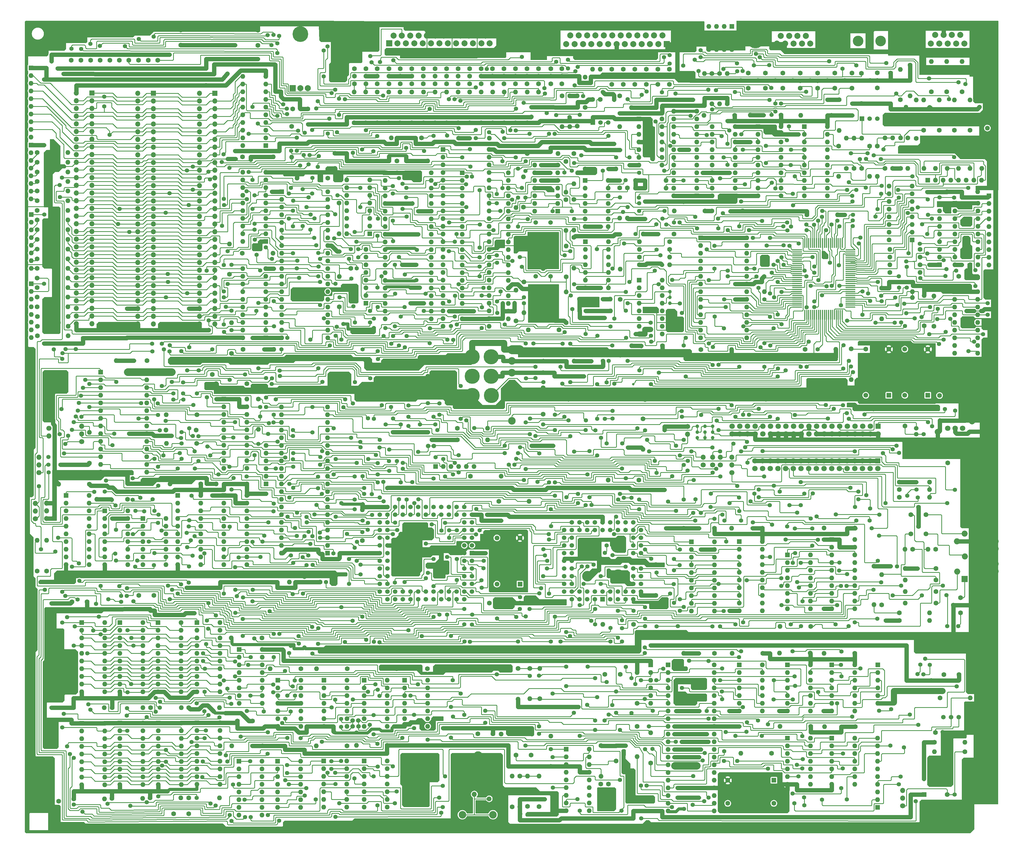
<source format=gbr>
%TF.GenerationSoftware,KiCad,Pcbnew,7.0.6*%
%TF.CreationDate,2023-08-29T14:49:30+01:00*%
%TF.ProjectId,Commodore PC10 III,436f6d6d-6f64-46f7-9265-205043313020,rev?*%
%TF.SameCoordinates,Original*%
%TF.FileFunction,Copper,L1,Top*%
%TF.FilePolarity,Positive*%
%FSLAX46Y46*%
G04 Gerber Fmt 4.6, Leading zero omitted, Abs format (unit mm)*
G04 Created by KiCad (PCBNEW 7.0.6) date 2023-08-29 14:49:30*
%MOMM*%
%LPD*%
G01*
G04 APERTURE LIST*
G04 Aperture macros list*
%AMRoundRect*
0 Rectangle with rounded corners*
0 $1 Rounding radius*
0 $2 $3 $4 $5 $6 $7 $8 $9 X,Y pos of 4 corners*
0 Add a 4 corners polygon primitive as box body*
4,1,4,$2,$3,$4,$5,$6,$7,$8,$9,$2,$3,0*
0 Add four circle primitives for the rounded corners*
1,1,$1+$1,$2,$3*
1,1,$1+$1,$4,$5*
1,1,$1+$1,$6,$7*
1,1,$1+$1,$8,$9*
0 Add four rect primitives between the rounded corners*
20,1,$1+$1,$2,$3,$4,$5,0*
20,1,$1+$1,$4,$5,$6,$7,0*
20,1,$1+$1,$6,$7,$8,$9,0*
20,1,$1+$1,$8,$9,$2,$3,0*%
G04 Aperture macros list end*
%TA.AperFunction,EtchedComponent*%
%ADD10C,0.250000*%
%TD*%
%TA.AperFunction,EtchedComponent*%
%ADD11C,0.200000*%
%TD*%
%TA.AperFunction,ComponentPad*%
%ADD12C,1.600000*%
%TD*%
%TA.AperFunction,ComponentPad*%
%ADD13O,1.600000X1.600000*%
%TD*%
%TA.AperFunction,ComponentPad*%
%ADD14R,1.600000X1.600000*%
%TD*%
%TA.AperFunction,ComponentPad*%
%ADD15C,1.700000*%
%TD*%
%TA.AperFunction,ComponentPad*%
%ADD16O,1.700000X1.700000*%
%TD*%
%TA.AperFunction,ComponentPad*%
%ADD17C,2.000000*%
%TD*%
%TA.AperFunction,ComponentPad*%
%ADD18C,5.500000*%
%TD*%
%TA.AperFunction,ComponentPad*%
%ADD19R,2.000000X2.000000*%
%TD*%
%TA.AperFunction,ComponentPad*%
%ADD20O,2.000000X2.000000*%
%TD*%
%TA.AperFunction,ComponentPad*%
%ADD21O,2.500000X2.500000*%
%TD*%
%TA.AperFunction,SMDPad,CuDef*%
%ADD22C,1.500000*%
%TD*%
%TA.AperFunction,ComponentPad*%
%ADD23C,5.000000*%
%TD*%
%TA.AperFunction,ComponentPad*%
%ADD24C,1.500000*%
%TD*%
%TA.AperFunction,ComponentPad*%
%ADD25R,1.800000X1.800000*%
%TD*%
%TA.AperFunction,ComponentPad*%
%ADD26C,1.800000*%
%TD*%
%TA.AperFunction,SMDPad,CuDef*%
%ADD27O,1.600000X1.600000*%
%TD*%
%TA.AperFunction,SMDPad,CuDef*%
%ADD28C,1.200000*%
%TD*%
%TA.AperFunction,ComponentPad*%
%ADD29R,1.700000X1.700000*%
%TD*%
%TA.AperFunction,ComponentPad*%
%ADD30C,3.500000*%
%TD*%
%TA.AperFunction,ComponentPad*%
%ADD31C,5.200000*%
%TD*%
%TA.AperFunction,ComponentPad*%
%ADD32C,1.400000*%
%TD*%
%TA.AperFunction,ComponentPad*%
%ADD33R,1.500000X1.500000*%
%TD*%
%TA.AperFunction,ComponentPad*%
%ADD34C,2.500000*%
%TD*%
%TA.AperFunction,ComponentPad*%
%ADD35C,4.500000*%
%TD*%
%TA.AperFunction,ComponentPad*%
%ADD36C,3.000000*%
%TD*%
%TA.AperFunction,SMDPad,CuDef*%
%ADD37RoundRect,0.100000X1.512500X0.100000X-1.512500X0.100000X-1.512500X-0.100000X1.512500X-0.100000X0*%
%TD*%
%TA.AperFunction,SMDPad,CuDef*%
%ADD38RoundRect,0.100000X-0.100000X1.512500X-0.100000X-1.512500X0.100000X-1.512500X0.100000X1.512500X0*%
%TD*%
%TA.AperFunction,ViaPad*%
%ADD39C,1.400000*%
%TD*%
%TA.AperFunction,ViaPad*%
%ADD40C,0.800000*%
%TD*%
%TA.AperFunction,Conductor*%
%ADD41C,0.250000*%
%TD*%
%TA.AperFunction,Conductor*%
%ADD42C,1.400000*%
%TD*%
%TA.AperFunction,Conductor*%
%ADD43C,1.000000*%
%TD*%
%TA.AperFunction,Conductor*%
%ADD44C,0.300000*%
%TD*%
%TA.AperFunction,Conductor*%
%ADD45C,2.000000*%
%TD*%
%TA.AperFunction,Conductor*%
%ADD46C,2.500000*%
%TD*%
%TA.AperFunction,Conductor*%
%ADD47C,1.800000*%
%TD*%
%TA.AperFunction,Conductor*%
%ADD48C,3.000000*%
%TD*%
G04 APERTURE END LIST*
D10*
%TO.C,PAD202*%
X333330000Y-211710000D02*
X333330000Y-209780000D01*
D11*
%TO.C,PAD101*%
X241785000Y-214460000D02*
X243725000Y-214460000D01*
D10*
%TO.C,PAD602*%
X321780000Y-163480000D02*
X321780000Y-165410000D01*
%TO.C,PAD203*%
X330790000Y-209830000D02*
X330790000Y-207900000D01*
%TO.C,PAD201*%
X335870000Y-209850000D02*
X335870000Y-207920000D01*
%TD*%
D12*
%TO.P,C744,1*%
%TO.N,VCC*%
X137260000Y-330850000D03*
D13*
%TO.P,C744,2*%
%TO.N,GND*%
X147420000Y-330850000D03*
%TD*%
D12*
%TO.P,R504,1*%
%TO.N,VCC*%
X397580000Y-226330000D03*
D13*
%TO.P,R504,2*%
%TO.N,Net-(C541-Pad1)*%
X407580000Y-226330000D03*
%TD*%
D12*
%TO.P,R690,1*%
%TO.N,VCC*%
X196720000Y-108860000D03*
D13*
%TO.P,R690,2*%
%TO.N,IOREADY*%
X196720000Y-119020000D03*
%TD*%
D12*
%TO.P,C701,1*%
%TO.N,VCC*%
X220100000Y-245700000D03*
D13*
%TO.P,C701,2*%
%TO.N,GND*%
X220100000Y-235540000D03*
%TD*%
D12*
%TO.P,R105,1*%
%TO.N,+12V*%
X409250000Y-312290000D03*
D13*
%TO.P,R105,2*%
%TO.N,Net-(CN101-Pin_3)*%
X419250000Y-312290000D03*
%TD*%
D12*
%TO.P,FB605,1*%
%TO.N,Net-(RP603-R1)*%
X418390000Y-97400000D03*
D13*
%TO.P,FB605,2*%
%TO.N,Net-(CN601-Pad1)*%
X418390000Y-87400000D03*
%TD*%
D12*
%TO.P,R605,1*%
%TO.N,GND*%
X398020000Y-122690000D03*
D13*
%TO.P,R605,2*%
%TO.N,Net-(Q601-E)*%
X398020000Y-112690000D03*
%TD*%
D12*
%TO.P,EMI425,1,1*%
%TO.N,Net-(U404-4Y)*%
X282380000Y-94770000D03*
%TO.P,EMI425,2,2*%
%TO.N,GND*%
X282380000Y-92230000D03*
%TO.P,EMI425,3,3*%
%TO.N,Net-(CN402-P20)*%
X282380000Y-89770000D03*
%TD*%
%TO.P,R402,1*%
%TO.N,Net-(BT601-+)*%
X269620000Y-333650000D03*
D13*
%TO.P,R402,2*%
%TO.N,VCC*%
X269620000Y-323490000D03*
%TD*%
D12*
%TO.P,C725,1*%
%TO.N,VCC*%
X187060000Y-313470000D03*
D13*
%TO.P,C725,2*%
%TO.N,GND*%
X176900000Y-313470000D03*
%TD*%
D12*
%TO.P,C534,1*%
%TO.N,Net-(RP503-R1)*%
X112530000Y-136610000D03*
D13*
%TO.P,C534,2*%
%TO.N,/CPU/BADDR13*%
X122690000Y-136610000D03*
%TD*%
D14*
%TO.P,U109,1,OEa*%
%TO.N,GND*%
X174290000Y-230770000D03*
D13*
%TO.P,U109,2,I0a*%
%TO.N,Net-(U101-~{NDAK3})*%
X174290000Y-233310000D03*
%TO.P,U109,3,O3b*%
%TO.N,~{NIOR}*%
X174290000Y-235850000D03*
%TO.P,U109,4,I1a*%
%TO.N,Net-(U109-I1a)*%
X174290000Y-238390000D03*
%TO.P,U109,5,O2b*%
%TO.N,~{NIOW}*%
X174290000Y-240930000D03*
%TO.P,U109,6,I2a*%
%TO.N,Net-(U109-I2a)*%
X174290000Y-243470000D03*
%TO.P,U109,7,O1b*%
%TO.N,ALE*%
X174290000Y-246010000D03*
%TO.P,U109,8,I3a*%
%TO.N,Net-(U101-~{NDAK0})*%
X174290000Y-248550000D03*
%TO.P,U109,9,O0b*%
%TO.N,TC*%
X174290000Y-251090000D03*
%TO.P,U109,10,GND*%
%TO.N,GND*%
X174290000Y-253630000D03*
%TO.P,U109,11,I0b*%
%TO.N,Net-(U101-EOP)*%
X181910000Y-253630000D03*
%TO.P,U109,12,O3a*%
%TO.N,~{NDACK0}*%
X181910000Y-251090000D03*
%TO.P,U109,13,I1b*%
%TO.N,Net-(U101-BALE)*%
X181910000Y-248550000D03*
%TO.P,U109,14,O2a*%
%TO.N,~{NDACK1}*%
X181910000Y-246010000D03*
%TO.P,U109,15,I2b*%
%TO.N,Net-(U101-~{NIOW})*%
X181910000Y-243470000D03*
%TO.P,U109,16,O1a*%
%TO.N,~{NDACK2}*%
X181910000Y-240930000D03*
%TO.P,U109,17,I3b*%
%TO.N,Net-(U101-~{NIOR})*%
X181910000Y-238390000D03*
%TO.P,U109,18,O0a*%
%TO.N,~{NDACK3}*%
X181910000Y-235850000D03*
%TO.P,U109,19,OEb*%
%TO.N,GND*%
X181910000Y-233310000D03*
%TO.P,U109,20,VCC*%
%TO.N,VCC*%
X181910000Y-230770000D03*
%TD*%
D12*
%TO.P,EMI403,1,1*%
%TO.N,P_BUSY*%
X270700000Y-94780000D03*
%TO.P,EMI403,2,2*%
%TO.N,GND*%
X270700000Y-92240000D03*
%TO.P,EMI403,3,3*%
%TO.N,Net-(CN401-Pad11)*%
X270700000Y-89780000D03*
%TD*%
%TO.P,C412,1*%
%TO.N,GND*%
X263120000Y-107660000D03*
D13*
%TO.P,C412,2*%
%TO.N,Net-(RP402-R1.2)*%
X263120000Y-97500000D03*
%TD*%
D12*
%TO.P,C427,1*%
%TO.N,GND*%
X270860000Y-145720000D03*
D13*
%TO.P,C427,2*%
%TO.N,Net-(C426-Pad2)*%
X270860000Y-135720000D03*
%TD*%
D12*
%TO.P,R603,1*%
%TO.N,Net-(JMP614-B)*%
X385064000Y-91300000D03*
D13*
%TO.P,R603,2*%
%TO.N,VCC*%
X385064000Y-101300000D03*
%TD*%
D15*
%TO.P,JMP206,1,A*%
%TO.N,IRQ5*%
X335890000Y-220660000D03*
D16*
%TO.P,JMP206,2,B*%
%TO.N,Net-(CN202-S)*%
X335890000Y-218120000D03*
%TD*%
D12*
%TO.P,R604,1*%
%TO.N,GND*%
X395450000Y-122690000D03*
D13*
%TO.P,R604,2*%
%TO.N,Net-(JMP614-B)*%
X395450000Y-112690000D03*
%TD*%
D17*
%TO.P,CN601,1,1*%
%TO.N,Net-(CN601-Pad1)*%
X419140000Y-81480000D03*
%TO.P,CN601,2,2*%
%TO.N,Net-(CN601-Pad2)*%
X416370000Y-81480000D03*
%TO.P,CN601,3,3*%
%TO.N,Net-(CN601-Pad3)*%
X413600000Y-81480000D03*
%TO.P,CN601,4,4*%
%TO.N,Net-(CN601-Pad4)*%
X410830000Y-81480000D03*
%TO.P,CN601,5,5*%
%TO.N,Net-(CN601-Pad5)*%
X408060000Y-81480000D03*
%TO.P,CN601,6,6*%
%TO.N,Net-(CN601-Pad6)*%
X417755000Y-78640000D03*
%TO.P,CN601,7,7*%
%TO.N,Net-(CN601-Pad7)*%
X414985000Y-78640000D03*
D18*
%TO.P,CN601,8,8*%
%TO.N,GND*%
X426080000Y-80220000D03*
D17*
X412215000Y-78640000D03*
D18*
X400970000Y-80210000D03*
D17*
%TO.P,CN601,9,9*%
%TO.N,Net-(CN601-Pad9)*%
X409445000Y-78640000D03*
%TD*%
D12*
%TO.P,R601,1*%
%TO.N,Net-(JMP614-A)*%
X387810000Y-115360000D03*
D13*
%TO.P,R601,2*%
%TO.N,Net-(U601-CMPVD)*%
X387810000Y-125360000D03*
%TD*%
D12*
%TO.P,C533,1*%
%TO.N,Net-(RP503-R2)*%
X112520000Y-139770000D03*
D13*
%TO.P,C533,2*%
%TO.N,/CPU/BADDR12*%
X122680000Y-139770000D03*
%TD*%
D12*
%TO.P,C743,1*%
%TO.N,VCC*%
X124610000Y-330970000D03*
D13*
%TO.P,C743,2*%
%TO.N,GND*%
X134770000Y-330970000D03*
%TD*%
D19*
%TO.P,CN102,1,KBRESET*%
%TO.N,Net-(CN102-KBRESET)*%
X419190000Y-258400000D03*
D20*
%TO.P,CN102,2,KBDATA*%
%TO.N,Net-(CN102-KBDATA)*%
X419250000Y-250910000D03*
%TO.P,CN102,3,KBCLK*%
%TO.N,Net-(CN102-KBCLK)*%
X419200000Y-243350000D03*
%TO.P,CN102,4,KB+5*%
%TO.N,Net-(CN102-KB+5)*%
X416740000Y-255870000D03*
%TO.P,CN102,5,KBGND*%
%TO.N,GND*%
X416700000Y-245880000D03*
D21*
X426640000Y-250880000D03*
X429190000Y-245880000D03*
X429190000Y-248350000D03*
X429190000Y-253360000D03*
X429190000Y-255830000D03*
%TD*%
D12*
%TO.P,C104,1*%
%TO.N,Net-(C104-Pad1)*%
X409690000Y-254870000D03*
D13*
%TO.P,C104,2*%
%TO.N,GND*%
X399530000Y-254870000D03*
%TD*%
D12*
%TO.P,C111,1*%
%TO.N,Net-(U108-I1b)*%
X216240000Y-155770000D03*
D13*
%TO.P,C111,2*%
%TO.N,GND*%
X216240000Y-165930000D03*
%TD*%
D14*
%TO.P,U111,1*%
%TO.N,GND*%
X311540000Y-106390000D03*
D13*
%TO.P,U111,2*%
%TO.N,REALALE*%
X311540000Y-108930000D03*
%TO.P,U111,3*%
%TO.N,Net-(U111-Pad3)*%
X311540000Y-111470000D03*
%TO.P,U111,4*%
%TO.N,GND*%
X311540000Y-114010000D03*
%TO.P,U111,5*%
%TO.N,Net-(U111-Pad3)*%
X311540000Y-116550000D03*
%TO.P,U111,6*%
%TO.N,BADDR_EN*%
X311540000Y-119090000D03*
%TO.P,U111,7,GND*%
%TO.N,GND*%
X311540000Y-121630000D03*
%TO.P,U111,8*%
%TO.N,IOREADYFIX*%
X319160000Y-121630000D03*
%TO.P,U111,9*%
%TO.N,PVC4READY*%
X319160000Y-119090000D03*
%TO.P,U111,10*%
%TO.N,~{NOVID}*%
X319160000Y-116550000D03*
%TO.P,U111,11*%
%TO.N,IOREADY*%
X319160000Y-114010000D03*
%TO.P,U111,12*%
%TO.N,GND*%
X319160000Y-111470000D03*
%TO.P,U111,13*%
%TO.N,IOREADYFIX*%
X319160000Y-108930000D03*
%TO.P,U111,14,VCC*%
%TO.N,VCC*%
X319160000Y-106390000D03*
%TD*%
D12*
%TO.P,C520,1*%
%TO.N,IRQ3*%
X152420000Y-87020000D03*
D13*
%TO.P,C520,2*%
%TO.N,GND*%
X152420000Y-76860000D03*
%TD*%
D12*
%TO.P,C525,1*%
%TO.N,Net-(RP504-R3)*%
X112560000Y-165260000D03*
D13*
%TO.P,C525,2*%
%TO.N,/CPU/BADDR4*%
X122720000Y-165260000D03*
%TD*%
D12*
%TO.P,FB601,1*%
%TO.N,Net-(U108-O1b)*%
X165270000Y-213600000D03*
D13*
%TO.P,FB601,2*%
%TO.N,Net-(FB601-Pad2)*%
X155270000Y-213600000D03*
%TD*%
D12*
%TO.P,C723,1*%
%TO.N,VCC*%
X142430000Y-232030000D03*
D13*
%TO.P,C723,2*%
%TO.N,GND*%
X132270000Y-232030000D03*
%TD*%
D22*
%TO.P,,0,8*%
%TO.N,RAS0*%
X218740000Y-305140000D03*
%TD*%
D12*
%TO.P,C518,1*%
%TO.N,IRQ5*%
X146050000Y-87020000D03*
D13*
%TO.P,C518,2*%
%TO.N,GND*%
X146050000Y-76860000D03*
%TD*%
D12*
%TO.P,C539,1*%
%TO.N,Net-(RP502-R3)*%
X112550000Y-120660000D03*
D13*
%TO.P,C539,2*%
%TO.N,/CPU/BADDR18*%
X122710000Y-120660000D03*
%TD*%
D12*
%TO.P,C604,1*%
%TO.N,GND*%
X421000000Y-112770000D03*
D13*
%TO.P,C604,2*%
%TO.N,Net-(RP603-R1)*%
X421000000Y-122770000D03*
%TD*%
D12*
%TO.P,C745,1*%
%TO.N,VCC*%
X149900000Y-330700000D03*
D13*
%TO.P,C745,2*%
%TO.N,GND*%
X160060000Y-330700000D03*
%TD*%
D12*
%TO.P,C521,1*%
%TO.N,Net-(RP504-R7)*%
X112590000Y-178020000D03*
D13*
%TO.P,C521,2*%
%TO.N,/CPU/BADDR0*%
X122750000Y-178020000D03*
%TD*%
D12*
%TO.P,R202,1*%
%TO.N,Net-(U203-RDY)*%
X310910000Y-299470000D03*
D13*
%TO.P,R202,2*%
%TO.N,VCC*%
X310910000Y-289310000D03*
%TD*%
D14*
%TO.P,OSC601,1,NC*%
%TO.N,unconnected-(OSC601-NC-Pad1)*%
X407050000Y-197690000D03*
D12*
%TO.P,OSC601,2,GND*%
%TO.N,GND*%
X407050000Y-182450000D03*
%TO.P,OSC601,3,OUT*%
%TO.N,Net-(OSC601-OUT)*%
X399430000Y-182450000D03*
%TO.P,OSC601,4,vcc*%
%TO.N,VCC*%
X399430000Y-197690000D03*
%TD*%
D14*
%TO.P,U204,1,A->B*%
%TO.N,Net-(U204-A->B)*%
X344700000Y-246000000D03*
D13*
%TO.P,U204,2,A0*%
%TO.N,/CPU/BDATA0*%
X344700000Y-248540000D03*
%TO.P,U204,3,A1*%
%TO.N,/CPU/BDATA1*%
X344700000Y-251080000D03*
%TO.P,U204,4,A2*%
%TO.N,/CPU/BDATA2*%
X344700000Y-253620000D03*
%TO.P,U204,5,A3*%
%TO.N,/CPU/BDATA3*%
X344700000Y-256160000D03*
%TO.P,U204,6,A4*%
%TO.N,/CPU/BDATA4*%
X344700000Y-258700000D03*
%TO.P,U204,7,A5*%
%TO.N,/CPU/BDATA5*%
X344700000Y-261240000D03*
%TO.P,U204,8,A6*%
%TO.N,/CPU/BDATA6*%
X344700000Y-263780000D03*
%TO.P,U204,9,A7*%
%TO.N,/CPU/BDATA7*%
X344700000Y-266320000D03*
%TO.P,U204,10,GND*%
%TO.N,GND*%
X344700000Y-268860000D03*
%TO.P,U204,11,B7*%
%TO.N,/FDD_HDD_BIOS/M7*%
X352320000Y-268860000D03*
%TO.P,U204,12,B6*%
%TO.N,/FDD_HDD_BIOS/M6*%
X352320000Y-266320000D03*
%TO.P,U204,13,B5*%
%TO.N,/FDD_HDD_BIOS/M5*%
X352320000Y-263780000D03*
%TO.P,U204,14,B4*%
%TO.N,/FDD_HDD_BIOS/M4*%
X352320000Y-261240000D03*
%TO.P,U204,15,B3*%
%TO.N,/FDD_HDD_BIOS/M3*%
X352320000Y-258700000D03*
%TO.P,U204,16,B2*%
%TO.N,/FDD_HDD_BIOS/M2*%
X352320000Y-256160000D03*
%TO.P,U204,17,B1*%
%TO.N,/FDD_HDD_BIOS/M1*%
X352320000Y-253620000D03*
%TO.P,U204,18,B0*%
%TO.N,/FDD_HDD_BIOS/M0*%
X352320000Y-251080000D03*
%TO.P,U204,19,CE*%
%TO.N,Net-(JMP208-C)*%
X352320000Y-248540000D03*
%TO.P,U204,20,VCC*%
%TO.N,VCC*%
X352320000Y-246000000D03*
%TD*%
D12*
%TO.P,C519,1*%
%TO.N,IRQ4*%
X149250000Y-87020000D03*
D13*
%TO.P,C519,2*%
%TO.N,GND*%
X149250000Y-76860000D03*
%TD*%
D12*
%TO.P,CB407,1*%
%TO.N,VCC*%
X274550000Y-117790000D03*
D13*
%TO.P,CB407,2*%
%TO.N,GND*%
X284710000Y-117790000D03*
%TD*%
D12*
%TO.P,C110,1*%
%TO.N,IRQ3*%
X255790000Y-224420000D03*
D13*
%TO.P,C110,2*%
%TO.N,GND*%
X265950000Y-224420000D03*
%TD*%
D12*
%TO.P,C800,1*%
%TO.N,VCC*%
X228260000Y-313320000D03*
D13*
%TO.P,C800,2*%
%TO.N,GND*%
X218100000Y-313320000D03*
%TD*%
D12*
%TO.P,C507,1*%
%TO.N,+12V*%
X160070000Y-81980000D03*
%TO.P,C507,2*%
%TO.N,GND*%
X160070000Y-76980000D03*
%TD*%
D14*
%TO.P,U304,1,A->B*%
%TO.N,~{NMEMR}*%
X122130000Y-230750000D03*
D13*
%TO.P,U304,2,A0*%
%TO.N,/CPU/BDATA0*%
X122130000Y-233290000D03*
%TO.P,U304,3,A1*%
%TO.N,/CPU/BDATA1*%
X122130000Y-235830000D03*
%TO.P,U304,4,A2*%
%TO.N,/CPU/BDATA2*%
X122130000Y-238370000D03*
%TO.P,U304,5,A3*%
%TO.N,/CPU/BDATA3*%
X122130000Y-240910000D03*
%TO.P,U304,6,A4*%
%TO.N,/CPU/BDATA4*%
X122130000Y-243450000D03*
%TO.P,U304,7,A5*%
%TO.N,/CPU/BDATA5*%
X122130000Y-245990000D03*
%TO.P,U304,8,A6*%
%TO.N,/CPU/BDATA6*%
X122130000Y-248530000D03*
%TO.P,U304,9,A7*%
%TO.N,/CPU/BDATA7*%
X122130000Y-251070000D03*
%TO.P,U304,10,GND*%
%TO.N,GND*%
X122130000Y-253610000D03*
%TO.P,U304,11,B7*%
%TO.N,/RAM/DB7*%
X129750000Y-253610000D03*
%TO.P,U304,12,B6*%
%TO.N,/RAM/DB6*%
X129750000Y-251070000D03*
%TO.P,U304,13,B5*%
%TO.N,/RAM/DB5*%
X129750000Y-248530000D03*
%TO.P,U304,14,B4*%
%TO.N,/RAM/DB4*%
X129750000Y-245990000D03*
%TO.P,U304,15,B3*%
%TO.N,/RAM/DB3*%
X129750000Y-243450000D03*
%TO.P,U304,16,B2*%
%TO.N,/RAM/DB2*%
X129750000Y-240910000D03*
%TO.P,U304,17,B1*%
%TO.N,/RAM/DB1*%
X129750000Y-238370000D03*
%TO.P,U304,18,B0*%
%TO.N,/RAM/DB0*%
X129750000Y-235830000D03*
%TO.P,U304,19,CE*%
%TO.N,~{SELNRAMS}*%
X129750000Y-233290000D03*
%TO.P,U304,20,VCC*%
%TO.N,VCC*%
X129750000Y-230750000D03*
%TD*%
D12*
%TO.P,C415,1*%
%TO.N,GND*%
X251710000Y-107660000D03*
D13*
%TO.P,C415,2*%
%TO.N,Net-(RP402-R4.2)*%
X251710000Y-97500000D03*
%TD*%
D12*
%TO.P,C768,1*%
%TO.N,GND*%
X367020000Y-138070000D03*
D13*
%TO.P,C768,2*%
%TO.N,VCC*%
X377180000Y-138070000D03*
%TD*%
D12*
%TO.P,R103,1*%
%TO.N,VCC*%
X397610000Y-272060000D03*
D13*
%TO.P,R103,2*%
%TO.N,Net-(C104-Pad1)*%
X407610000Y-272060000D03*
%TD*%
D12*
%TO.P,R108,1*%
%TO.N,Net-(U108-O2b)*%
X212360000Y-134190000D03*
D13*
%TO.P,R108,2*%
%TO.N,CLOCK*%
X212360000Y-144350000D03*
%TD*%
D23*
%TO.P,,0,8*%
%TO.N,GND*%
X304650000Y-247290000D03*
%TD*%
D12*
%TO.P,R413,1*%
%TO.N,VCC*%
X305300000Y-166010000D03*
D13*
%TO.P,R413,2*%
%TO.N,~{OUT1}*%
X305300000Y-156010000D03*
%TD*%
D24*
%TO.P,XTAL4,1,1*%
%TO.N,Net-(C425-Pad2)*%
X282320000Y-140580000D03*
%TO.P,XTAL4,2,2*%
%TO.N,Net-(C426-Pad2)*%
X277420000Y-140580000D03*
%TD*%
D12*
%TO.P,C776,1*%
%TO.N,GND*%
X231480000Y-120290000D03*
D13*
%TO.P,C776,2*%
%TO.N,VCC*%
X241640000Y-120290000D03*
%TD*%
D14*
%TO.P,U310,1,~{OE}*%
%TO.N,GND*%
X139920000Y-305980000D03*
D13*
%TO.P,U310,2,IO1*%
%TO.N,/RAM/DB3*%
X139920000Y-308520000D03*
%TO.P,U310,3,IO2*%
%TO.N,/RAM/DB2*%
X139920000Y-311060000D03*
%TO.P,U310,4,~{WE}*%
%TO.N,/RAM/BC2*%
X139920000Y-313600000D03*
%TO.P,U310,5,~{RAS}*%
%TO.N,~{RASA}*%
X139920000Y-316140000D03*
%TO.P,U310,6,A6*%
%TO.N,/RAM/MX6*%
X139920000Y-318680000D03*
%TO.P,U310,7,A5*%
%TO.N,/RAM/MX5*%
X139920000Y-321220000D03*
%TO.P,U310,8,A4*%
%TO.N,/RAM/MX4*%
X139920000Y-323760000D03*
%TO.P,U310,9,VCC*%
%TO.N,VCC*%
X139920000Y-326300000D03*
%TO.P,U310,10,A7*%
%TO.N,Net-(RP302C-R3.2)*%
X147540000Y-326300000D03*
%TO.P,U310,11,A3*%
%TO.N,/RAM/MX3*%
X147540000Y-323760000D03*
%TO.P,U310,12,A2*%
%TO.N,/RAM/MX2*%
X147540000Y-321220000D03*
%TO.P,U310,13,A1*%
%TO.N,/RAM/MX1*%
X147540000Y-318680000D03*
%TO.P,U310,14,A0*%
%TO.N,/RAM/MX0*%
X147540000Y-316140000D03*
%TO.P,U310,15,IO3*%
%TO.N,/RAM/DB1*%
X147540000Y-313600000D03*
%TO.P,U310,16,~{CAS}*%
%TO.N,~{CASA}*%
X147540000Y-311060000D03*
%TO.P,U310,17,IO4*%
%TO.N,/RAM/DB0*%
X147540000Y-308520000D03*
%TO.P,U310,18,VSS*%
%TO.N,GND*%
X147540000Y-305980000D03*
%TD*%
D12*
%TO.P,R109,1*%
%TO.N,PCLOCK*%
X185720000Y-198960000D03*
D13*
%TO.P,R109,2*%
%TO.N,Net-(U108-I2b)*%
X185720000Y-208960000D03*
%TD*%
D12*
%TO.P,CB608,1*%
%TO.N,VCC*%
X333360000Y-136820000D03*
D13*
%TO.P,CB608,2*%
%TO.N,GND*%
X323200000Y-136820000D03*
%TD*%
D12*
%TO.P,C202,1*%
%TO.N,DRQ-IN*%
X271530000Y-287920000D03*
D13*
%TO.P,C202,2*%
%TO.N,GND*%
X271530000Y-298080000D03*
%TD*%
D12*
%TO.P,FB606,1*%
%TO.N,Net-(RP603-R2)*%
X420940000Y-110090000D03*
D13*
%TO.P,FB606,2*%
%TO.N,Net-(CN601-Pad6)*%
X420940000Y-100090000D03*
%TD*%
D12*
%TO.P,R645,1*%
%TO.N,Net-(FB611-Pad1)*%
X403191600Y-112806200D03*
D13*
%TO.P,R645,2*%
%TO.N,Net-(CN601-Pad7)*%
X403191600Y-100106200D03*
%TD*%
D12*
%TO.P,C535,1*%
%TO.N,Net-(RP502-R7)*%
X112520000Y-133440000D03*
D13*
%TO.P,C535,2*%
%TO.N,/CPU/BADDR14*%
X122680000Y-133440000D03*
%TD*%
D12*
%TO.P,C761,1*%
%TO.N,GND*%
X291910000Y-169800000D03*
D13*
%TO.P,C761,2*%
%TO.N,-12V*%
X302070000Y-169800000D03*
%TD*%
D18*
%TO.P,,0,8*%
%TO.N,GND*%
X117980000Y-80230000D03*
%TD*%
D12*
%TO.P,R407,1*%
%TO.N,VCC*%
X290030000Y-145520000D03*
D13*
%TO.P,R407,2*%
%TO.N,Net-(U404-2B)*%
X290030000Y-155680000D03*
%TD*%
D12*
%TO.P,C524,1*%
%TO.N,Net-(RP504-R4)*%
X112560000Y-168420000D03*
D13*
%TO.P,C524,2*%
%TO.N,/CPU/BADDR3*%
X122720000Y-168420000D03*
%TD*%
D12*
%TO.P,R626,1*%
%TO.N,Net-(CR601-K)*%
X321640000Y-146940000D03*
D13*
%TO.P,R626,2*%
%TO.N,~{NIOW}*%
X311640000Y-146940000D03*
%TD*%
D12*
%TO.P,EMI408,1,1*%
%TO.N,Net-(RP402-R4.2)*%
X251770000Y-94780000D03*
%TO.P,EMI408,2,2*%
%TO.N,GND*%
X251770000Y-92240000D03*
%TO.P,EMI408,3,3*%
%TO.N,Net-(CN401-Pad6)*%
X251770000Y-89780000D03*
%TD*%
%TO.P,C770,1*%
%TO.N,GND*%
X331990000Y-182560000D03*
D13*
%TO.P,C770,2*%
%TO.N,VCC*%
X342150000Y-182560000D03*
%TD*%
D14*
%TO.P,RP502,1,common*%
%TO.N,VCC*%
X110510000Y-115010000D03*
D13*
%TO.P,RP502,2,R1*%
%TO.N,unconnected-(RP502-R1-Pad2)*%
X110510000Y-117550000D03*
%TO.P,RP502,3,R2*%
%TO.N,Net-(RP502-R2)*%
X110510000Y-120090000D03*
%TO.P,RP502,4,R3*%
%TO.N,Net-(RP502-R3)*%
X110510000Y-122630000D03*
%TO.P,RP502,5,R4*%
%TO.N,Net-(RP502-R4)*%
X110510000Y-125170000D03*
%TO.P,RP502,6,R5*%
%TO.N,Net-(RP502-R5)*%
X110510000Y-127710000D03*
%TO.P,RP502,7,R6*%
%TO.N,Net-(RP502-R6)*%
X110510000Y-130250000D03*
%TO.P,RP502,8,R7*%
%TO.N,Net-(RP502-R7)*%
X110510000Y-132790000D03*
%TD*%
D12*
%TO.P,C543,1*%
%TO.N,VCC*%
X258220000Y-309520000D03*
%TO.P,C543,2*%
%TO.N,GND*%
X263220000Y-309520000D03*
%TD*%
D22*
%TO.P,,0,8*%
%TO.N,RAS1*%
X216850000Y-305130000D03*
%TD*%
D12*
%TO.P,R206,1*%
%TO.N,DRQ-IN*%
X275400000Y-287920000D03*
D13*
%TO.P,R206,2*%
%TO.N,Net-(CR201-K)*%
X275400000Y-297920000D03*
%TD*%
D12*
%TO.P,R204,1*%
%TO.N,VCC*%
X397580000Y-228850000D03*
D13*
%TO.P,R204,2*%
%TO.N,Net-(JMP208-B)*%
X407580000Y-228850000D03*
%TD*%
D14*
%TO.P,U104,1,A->B*%
%TO.N,Net-(U101-DTR)*%
X188160000Y-115160000D03*
D13*
%TO.P,U104,2,A0*%
%TO.N,/CPU/DATA0*%
X188160000Y-112620000D03*
%TO.P,U104,3,A1*%
%TO.N,/CPU/DATA1*%
X188160000Y-110080000D03*
%TO.P,U104,4,A2*%
%TO.N,/CPU/DATA2*%
X188160000Y-107540000D03*
%TO.P,U104,5,A3*%
%TO.N,/CPU/DATA3*%
X188160000Y-105000000D03*
%TO.P,U104,6,A4*%
%TO.N,/CPU/DATA4*%
X188160000Y-102460000D03*
%TO.P,U104,7,A5*%
%TO.N,/CPU/DATA5*%
X188160000Y-99920000D03*
%TO.P,U104,8,A6*%
%TO.N,/CPU/DATA6*%
X188160000Y-97380000D03*
%TO.P,U104,9,A7*%
%TO.N,/CPU/DATA7*%
X188160000Y-94840000D03*
%TO.P,U104,10,GND*%
%TO.N,GND*%
X188160000Y-92300000D03*
%TO.P,U104,11,B7*%
%TO.N,/CPU/BDATA7*%
X180540000Y-92300000D03*
%TO.P,U104,12,B6*%
%TO.N,/CPU/BDATA6*%
X180540000Y-94840000D03*
%TO.P,U104,13,B5*%
%TO.N,/CPU/BDATA5*%
X180540000Y-97380000D03*
%TO.P,U104,14,B4*%
%TO.N,/CPU/BDATA4*%
X180540000Y-99920000D03*
%TO.P,U104,15,B3*%
%TO.N,/CPU/BDATA3*%
X180540000Y-102460000D03*
%TO.P,U104,16,B2*%
%TO.N,/CPU/BDATA2*%
X180540000Y-105000000D03*
%TO.P,U104,17,B1*%
%TO.N,/CPU/BDATA1*%
X180540000Y-107540000D03*
%TO.P,U104,18,B0*%
%TO.N,/CPU/BDATA0*%
X180540000Y-110080000D03*
%TO.P,U104,19,CE*%
%TO.N,Net-(U101-~{NDEN})*%
X180540000Y-112620000D03*
%TO.P,U104,20,VCC*%
%TO.N,VCC*%
X180540000Y-115160000D03*
%TD*%
D14*
%TO.P,RP604,1,common*%
%TO.N,VCC*%
X427278800Y-131760000D03*
D13*
%TO.P,RP604,2,R1*%
%TO.N,/VIDEO/MD0*%
X427278800Y-134300000D03*
%TO.P,RP604,3,R2*%
%TO.N,/VIDEO/MD1*%
X427278800Y-136840000D03*
%TO.P,RP604,4,R3*%
%TO.N,/VIDEO/MD2*%
X427278800Y-139380000D03*
%TO.P,RP604,5,R4*%
%TO.N,unconnected-(RP604-R4-Pad5)*%
X427278800Y-141920000D03*
%TO.P,RP604,6,R5*%
%TO.N,/VIDEO/MD4*%
X427278800Y-144460000D03*
%TO.P,RP604,7,R6*%
%TO.N,unconnected-(RP604-R6-Pad7)*%
X427278800Y-147000000D03*
%TO.P,RP604,8,R7*%
%TO.N,/VIDEO/MD6*%
X427278800Y-149540000D03*
%TO.P,RP604,9,R8*%
%TO.N,/VIDEO/MD7*%
X427278800Y-152080000D03*
%TO.P,RP604,10,R9*%
%TO.N,unconnected-(RP604-R9-Pad10)*%
X427278800Y-154620000D03*
%TD*%
D12*
%TO.P,C608,1*%
%TO.N,GND*%
X409580000Y-112770000D03*
D13*
%TO.P,C608,2*%
%TO.N,Net-(RP603-R5)*%
X409580000Y-122770000D03*
%TD*%
D12*
%TO.P,F401,1*%
%TO.N,Net-(CR403-K)*%
X293700000Y-102610000D03*
D13*
%TO.P,F401,2*%
%TO.N,Net-(CN402-Pad9)*%
X293700000Y-92610000D03*
%TD*%
D25*
%TO.P,CN201,1,Pin_1*%
%TO.N,GND*%
X390480000Y-219300000D03*
D26*
%TO.P,CN201,2,Pin_2*%
%TO.N,unconnected-(CN201-Pin_2-Pad2)*%
X390480000Y-221840000D03*
%TO.P,CN201,3,Pin_3*%
%TO.N,GND*%
X387940000Y-219300000D03*
%TO.P,CN201,4,Pin_4*%
%TO.N,unconnected-(CN201-Pin_4-Pad4)*%
X387940000Y-221840000D03*
%TO.P,CN201,5,Pin_5*%
%TO.N,GND*%
X385400000Y-219300000D03*
%TO.P,CN201,6,Pin_6*%
%TO.N,Net-(CN201-Pin_6)*%
X385400000Y-221840000D03*
%TO.P,CN201,7,Pin_7*%
%TO.N,GND*%
X382860000Y-219300000D03*
%TO.P,CN201,8,Pin_8*%
%TO.N,Net-(CN201-Pin_8)*%
X382860000Y-221840000D03*
%TO.P,CN201,9,Pin_9*%
%TO.N,GND*%
X380320000Y-219300000D03*
%TO.P,CN201,10,Pin_10*%
%TO.N,Net-(CN201-Pin_10)*%
X380320000Y-221840000D03*
%TO.P,CN201,11,Pin_11*%
%TO.N,GND*%
X377780000Y-219300000D03*
%TO.P,CN201,12,Pin_12*%
%TO.N,Net-(CN201-Pin_12)*%
X377780000Y-221840000D03*
%TO.P,CN201,13,Pin_13*%
%TO.N,GND*%
X375240000Y-219300000D03*
%TO.P,CN201,14,Pin_14*%
%TO.N,Net-(CN201-Pin_14)*%
X375240000Y-221840000D03*
%TO.P,CN201,15,Pin_15*%
%TO.N,GND*%
X372700000Y-219300000D03*
%TO.P,CN201,16,Pin_16*%
%TO.N,unconnected-(CN201-Pin_16-Pad16)*%
X372700000Y-221840000D03*
%TO.P,CN201,17,Pin_17*%
%TO.N,GND*%
X370160000Y-219300000D03*
%TO.P,CN201,18,Pin_18*%
%TO.N,Net-(CN201-Pin_18)*%
X370160000Y-221840000D03*
%TO.P,CN201,19,Pin_19*%
%TO.N,GND*%
X367620000Y-219300000D03*
%TO.P,CN201,20,Pin_20*%
%TO.N,Net-(CN201-Pin_20)*%
X367620000Y-221840000D03*
%TO.P,CN201,21,Pin_21*%
%TO.N,GND*%
X365080000Y-219300000D03*
%TO.P,CN201,22,Pin_22*%
%TO.N,Net-(CN201-Pin_22)*%
X365080000Y-221840000D03*
%TO.P,CN201,23,Pin_23*%
%TO.N,GND*%
X362540000Y-219300000D03*
%TO.P,CN201,24,Pin_24*%
%TO.N,Net-(CN201-Pin_24)*%
X362540000Y-221840000D03*
%TO.P,CN201,25,Pin_25*%
%TO.N,GND*%
X360000000Y-219300000D03*
%TO.P,CN201,26,Pin_26*%
%TO.N,Net-(CN201-Pin_26)*%
X360000000Y-221840000D03*
%TO.P,CN201,27,Pin_27*%
%TO.N,GND*%
X357460000Y-219300000D03*
%TO.P,CN201,28,Pin_28*%
%TO.N,Net-(CN201-Pin_28)*%
X357460000Y-221840000D03*
%TO.P,CN201,29,Pin_29*%
%TO.N,GND*%
X354920000Y-219300000D03*
%TO.P,CN201,30,Pin_30*%
%TO.N,Net-(CN201-Pin_30)*%
X354920000Y-221840000D03*
%TO.P,CN201,31,Pin_31*%
%TO.N,GND*%
X352380000Y-219300000D03*
%TO.P,CN201,32,Pin_32*%
%TO.N,Net-(CN201-Pin_32)*%
X352380000Y-221840000D03*
%TO.P,CN201,33,Pin_33*%
%TO.N,GND*%
X349840000Y-219300000D03*
%TO.P,CN201,34,Pin_34*%
%TO.N,unconnected-(CN201-Pin_34-Pad34)*%
X349840000Y-221840000D03*
%TD*%
D12*
%TO.P,R602,1*%
%TO.N,Net-(JMP614-B)*%
X390330000Y-115360000D03*
D13*
%TO.P,R602,2*%
%TO.N,Net-(U601-~{CSYNCN})*%
X390330000Y-125360000D03*
%TD*%
D12*
%TO.P,EMI411,1,1*%
%TO.N,Net-(RP402-R7.2)*%
X240250000Y-94780000D03*
%TO.P,EMI411,2,2*%
%TO.N,GND*%
X240250000Y-92240000D03*
%TO.P,EMI411,3,3*%
%TO.N,Net-(CN401-Pad3)*%
X240250000Y-89780000D03*
%TD*%
%TO.P,C426,1*%
%TO.N,Net-(C426-Pad1)*%
X273350000Y-135550000D03*
D13*
%TO.P,C426,2*%
%TO.N,Net-(C426-Pad2)*%
X273350000Y-125550000D03*
%TD*%
D12*
%TO.P,CR405,1,K*%
%TO.N,Net-(CR405-K)*%
X291080000Y-108790000D03*
D13*
%TO.P,CR405,2,A*%
%TO.N,GND*%
X291080000Y-98790000D03*
%TD*%
D12*
%TO.P,C552,1*%
%TO.N,VCC*%
X170435000Y-185785000D03*
%TO.P,C552,2*%
%TO.N,GND*%
X170435000Y-190785000D03*
%TD*%
D24*
%TO.P,Q101,1,E*%
%TO.N,GND*%
X412140000Y-304017308D03*
%TO.P,Q101,2,B*%
%TO.N,Net-(Q101-B)*%
X414680000Y-304017308D03*
%TO.P,Q101,3,C*%
%TO.N,Net-(Q101-C)*%
X417220000Y-304017308D03*
%TD*%
D12*
%TO.P,R620,1*%
%TO.N,V_BL*%
X385191000Y-122710000D03*
D13*
%TO.P,R620,2*%
%TO.N,Net-(JMP614-B)*%
X385191000Y-112710000D03*
%TD*%
D12*
%TO.P,C710,1*%
%TO.N,VCC*%
X148890000Y-186270000D03*
D13*
%TO.P,C710,2*%
%TO.N,GND*%
X138730000Y-186270000D03*
%TD*%
D12*
%TO.P,C611,1*%
%TO.N,GND*%
X310440000Y-126680000D03*
D13*
%TO.P,C611,2*%
%TO.N,Net-(U610-Pin_18)*%
X320440000Y-126680000D03*
%TD*%
D14*
%TO.P,U312,1,~{OE}*%
%TO.N,GND*%
X165360000Y-305890000D03*
D13*
%TO.P,U312,2,IO1*%
%TO.N,/RAM/DB3*%
X165360000Y-308430000D03*
%TO.P,U312,3,IO2*%
%TO.N,/RAM/DB2*%
X165360000Y-310970000D03*
%TO.P,U312,4,~{WE}*%
%TO.N,/RAM/BC2*%
X165360000Y-313510000D03*
%TO.P,U312,5,~{RAS}*%
%TO.N,~{RASB}*%
X165360000Y-316050000D03*
%TO.P,U312,6,A6*%
%TO.N,/RAM/MX6*%
X165360000Y-318590000D03*
%TO.P,U312,7,A5*%
%TO.N,/RAM/MX5*%
X165360000Y-321130000D03*
%TO.P,U312,8,A4*%
%TO.N,/RAM/MX4*%
X165360000Y-323670000D03*
%TO.P,U312,9,VCC*%
%TO.N,VCC*%
X165360000Y-326210000D03*
%TO.P,U312,10,A7*%
%TO.N,Net-(RP302C-R3.2)*%
X172980000Y-326210000D03*
%TO.P,U312,11,A3*%
%TO.N,/RAM/MX3*%
X172980000Y-323670000D03*
%TO.P,U312,12,A2*%
%TO.N,/RAM/MX2*%
X172980000Y-321130000D03*
%TO.P,U312,13,A1*%
%TO.N,/RAM/MX1*%
X172980000Y-318590000D03*
%TO.P,U312,14,A0*%
%TO.N,/RAM/MX0*%
X172980000Y-316050000D03*
%TO.P,U312,15,IO3*%
%TO.N,/RAM/DB1*%
X172980000Y-313510000D03*
%TO.P,U312,16,~{CAS}*%
%TO.N,~{CASB}*%
X172980000Y-310970000D03*
%TO.P,U312,17,IO4*%
%TO.N,/RAM/DB0*%
X172980000Y-308430000D03*
%TO.P,U312,18,VSS*%
%TO.N,GND*%
X172980000Y-305890000D03*
%TD*%
D12*
%TO.P,C508,1*%
%TO.N,+12V*%
X279930000Y-186360000D03*
D13*
%TO.P,C508,2*%
%TO.N,GND*%
X290090000Y-186360000D03*
%TD*%
D16*
%TO.P,CN504,1,A*%
%TO.N,GND*%
X115710000Y-233340000D03*
%TO.P,CN504,2,C*%
%TO.N,Net-(CN504-C)*%
X115710000Y-235880000D03*
D15*
%TO.P,CN504,3,B*%
%TO.N,GND*%
X115710000Y-238420000D03*
%TD*%
D12*
%TO.P,R414,1*%
%TO.N,VCC*%
X305190000Y-129140000D03*
D13*
%TO.P,R414,2*%
%TO.N,Net-(U402-~{OUT1})*%
X305190000Y-139140000D03*
%TD*%
D27*
%TO.P,,0*%
%TO.N,V_CLOCK1*%
X401960000Y-165370000D03*
%TD*%
D12*
%TO.P,FB105,1*%
%TO.N,Net-(U101-OSC)*%
X212450000Y-168470000D03*
D13*
%TO.P,FB105,2*%
%TO.N,Net-(U108-I1b)*%
X212450000Y-158470000D03*
%TD*%
D12*
%TO.P,FB603,1*%
%TO.N,Net-(OSC602-OUT)*%
X381660000Y-182350000D03*
D13*
%TO.P,FB603,2*%
%TO.N,V_CLOCK1*%
X381660000Y-192510000D03*
%TD*%
D14*
%TO.P,RP203,1,common*%
%TO.N,VCC*%
X390450000Y-333840000D03*
D13*
%TO.P,RP203,2,R1*%
%TO.N,Net-(CN201-Pin_32)*%
X390450000Y-331300000D03*
%TO.P,RP203,3,R2*%
%TO.N,Net-(CN201-Pin_14)*%
X390450000Y-328760000D03*
%TO.P,RP203,4,R3*%
%TO.N,Net-(CN201-Pin_12)*%
X390450000Y-326220000D03*
%TO.P,RP203,5,R4*%
%TO.N,Net-(CN201-Pin_10)*%
X390450000Y-323680000D03*
%TO.P,RP203,6,R5*%
%TO.N,Net-(CN201-Pin_6)*%
X390450000Y-321140000D03*
%TO.P,RP203,7,R6*%
%TO.N,Net-(CN201-Pin_24)*%
X390450000Y-318600000D03*
%TO.P,RP203,8,R7*%
%TO.N,Net-(CN201-Pin_22)*%
X390450000Y-316060000D03*
%TO.P,RP203,9,R8*%
%TO.N,Net-(CN201-Pin_20)*%
X390450000Y-313520000D03*
%TO.P,RP203,10,R9*%
%TO.N,Net-(CN201-Pin_18)*%
X390450000Y-310980000D03*
%TD*%
D12*
%TO.P,C612,1*%
%TO.N,GND*%
X310440000Y-129210000D03*
D13*
%TO.P,C612,2*%
%TO.N,Net-(U610-Pin_19)*%
X320440000Y-129210000D03*
%TD*%
D12*
%TO.P,C422,1*%
%TO.N,GND*%
X225000000Y-107680000D03*
D13*
%TO.P,C422,2*%
%TO.N,P_ININ*%
X225000000Y-97520000D03*
%TD*%
D14*
%TO.P,U605,1,~{G}*%
%TO.N,GND*%
X415980000Y-134240000D03*
D13*
%TO.P,U605,2,DQ1*%
%TO.N,/VIDEO/MD0*%
X415980000Y-136780000D03*
%TO.P,U605,3,DQ2*%
%TO.N,/VIDEO/MD1*%
X415980000Y-139320000D03*
%TO.P,U605,4,~{W}*%
%TO.N,Net-(U605-~{W})*%
X415980000Y-141860000D03*
%TO.P,U605,5,~{RAS}*%
%TO.N,Net-(U605-~{RAS})*%
X415980000Y-144400000D03*
%TO.P,U605,6,A6*%
%TO.N,/VIDEO/MA6*%
X415980000Y-146940000D03*
%TO.P,U605,7,A5*%
%TO.N,/VIDEO/MA5*%
X415980000Y-149480000D03*
%TO.P,U605,8,A4*%
%TO.N,/VIDEO/MA4*%
X415980000Y-152020000D03*
%TO.P,U605,9,VCC*%
%TO.N,VCC*%
X415980000Y-154560000D03*
%TO.P,U605,10,A7*%
%TO.N,/VIDEO/MA7*%
X423600000Y-154560000D03*
%TO.P,U605,11,A3*%
%TO.N,/VIDEO/MA3*%
X423600000Y-152020000D03*
%TO.P,U605,12,A2*%
%TO.N,/VIDEO/MA2*%
X423600000Y-149480000D03*
%TO.P,U605,13,A1*%
%TO.N,/VIDEO/MA1*%
X423600000Y-146940000D03*
%TO.P,U605,14,A0*%
%TO.N,/VIDEO/MA0*%
X423600000Y-144400000D03*
%TO.P,U605,15,DQ3*%
%TO.N,/VIDEO/MD2*%
X423600000Y-141860000D03*
%TO.P,U605,16,~{CAS}*%
%TO.N,Net-(U605-~{CAS})*%
X423600000Y-139320000D03*
%TO.P,U605,17,DQ4*%
%TO.N,/VIDEO/MD3*%
X423600000Y-136780000D03*
%TO.P,U605,18,VSS*%
%TO.N,GND*%
X423600000Y-134240000D03*
%TD*%
D12*
%TO.P,R501,1*%
%TO.N,VCC*%
X251440000Y-212360000D03*
D13*
%TO.P,R501,2*%
%TO.N,PG*%
X261440000Y-212360000D03*
%TD*%
D12*
%TO.P,C402,1*%
%TO.N,VCC*%
X303970000Y-313480000D03*
%TO.P,C402,2*%
%TO.N,Net-(U401-XT)*%
X303970000Y-318480000D03*
%TD*%
%TO.P,EMI410,1,1*%
%TO.N,Net-(RP402-R6.2)*%
X244070000Y-94780000D03*
%TO.P,EMI410,2,2*%
%TO.N,GND*%
X244070000Y-92240000D03*
%TO.P,EMI410,3,3*%
%TO.N,Net-(CN401-Pad4)*%
X244070000Y-89780000D03*
%TD*%
%TO.P,R410,1*%
%TO.N,S_RI*%
X305130000Y-98810000D03*
D13*
%TO.P,R410,2*%
%TO.N,VCC*%
X305130000Y-108970000D03*
%TD*%
D12*
%TO.P,R625,1*%
%TO.N,V_CLOCK0*%
X394500000Y-157100000D03*
D13*
%TO.P,R625,2*%
%TO.N,NOSC*%
X404500000Y-157100000D03*
%TD*%
D14*
%TO.P,RP504,1,common*%
%TO.N,VCC*%
X110610000Y-160860000D03*
D13*
%TO.P,RP504,2,R1*%
%TO.N,Net-(RP504-R1)*%
X110610000Y-163400000D03*
%TO.P,RP504,3,R2*%
%TO.N,Net-(RP504-R2)*%
X110610000Y-165940000D03*
%TO.P,RP504,4,R3*%
%TO.N,Net-(RP504-R3)*%
X110610000Y-168480000D03*
%TO.P,RP504,5,R4*%
%TO.N,Net-(RP504-R4)*%
X110610000Y-171020000D03*
%TO.P,RP504,6,R5*%
%TO.N,Net-(RP504-R5)*%
X110610000Y-173560000D03*
%TO.P,RP504,7,R6*%
%TO.N,Net-(RP504-R6)*%
X110610000Y-176100000D03*
%TO.P,RP504,8,R7*%
%TO.N,Net-(RP504-R7)*%
X110610000Y-178640000D03*
%TD*%
D14*
%TO.P,RP303,1,R1.1*%
%TO.N,Net-(RP303A-R1.1)*%
X220675000Y-291810000D03*
D13*
%TO.P,RP303,2,R2.1*%
%TO.N,Net-(RP303B-R2.1)*%
X220675000Y-294350000D03*
%TO.P,RP303,3,R3.1*%
%TO.N,Net-(RP303C-R3.1)*%
X220675000Y-296890000D03*
%TO.P,RP303,4,R4.1*%
%TO.N,Net-(RP303D-R4.1)*%
X220675000Y-299430000D03*
%TO.P,RP303,5,R5.1*%
%TO.N,Net-(RP303E-R5.1)*%
X220675000Y-301970000D03*
%TO.P,RP303,6,R6.1*%
%TO.N,unconnected-(RP303F-R6.1-Pad6)*%
X220675000Y-304510000D03*
%TO.P,RP303,7,R7.1*%
%TO.N,unconnected-(RP303G-R7.1-Pad7)*%
X220675000Y-307050000D03*
%TO.P,RP303,8,R7.2*%
%TO.N,unconnected-(RP303G-R7.2-Pad8)*%
X228295000Y-307050000D03*
%TO.P,RP303,9,R6.2*%
%TO.N,unconnected-(RP303F-R6.2-Pad9)*%
X228295000Y-304510000D03*
%TO.P,RP303,10,R5.2*%
%TO.N,~{RASB}*%
X228295000Y-301970000D03*
%TO.P,RP303,11,R4.2*%
%TO.N,~{RASA}*%
X228295000Y-299430000D03*
%TO.P,RP303,12,R3.2*%
%TO.N,~{CASB}*%
X228295000Y-296890000D03*
%TO.P,RP303,13,R2.2*%
%TO.N,~{CASA}*%
X228295000Y-294350000D03*
%TO.P,RP303,14,R1.2*%
%TO.N,/RAM/BC11*%
X228295000Y-291810000D03*
%TD*%
D12*
%TO.P,R502,1*%
%TO.N,CLOCK*%
X176110000Y-157670000D03*
D13*
%TO.P,R502,2*%
%TO.N,/EXPANSION (ISA)/B11*%
X176110000Y-147670000D03*
%TD*%
D12*
%TO.P,C411,1*%
%TO.N,GND*%
X266950000Y-107660000D03*
D13*
%TO.P,C411,2*%
%TO.N,P_ACKN*%
X266950000Y-97500000D03*
%TD*%
D12*
%TO.P,R622,1*%
%TO.N,VCC*%
X400420000Y-112690000D03*
D13*
%TO.P,R622,2*%
%TO.N,Net-(U605-~{CAS})*%
X400420000Y-122690000D03*
%TD*%
D12*
%TO.P,R403,1*%
%TO.N,GND*%
X287460000Y-173720000D03*
D13*
%TO.P,R403,2*%
%TO.N,Net-(U402-XIN)*%
X287460000Y-163560000D03*
%TD*%
%TO.P,RP201,1,A*%
%TO.N,GND*%
X390510000Y-299440000D03*
%TO.P,RP201,2,B*%
%TO.N,Net-(CN201-Pin_30)*%
X390510000Y-296900000D03*
%TO.P,RP201,3,C*%
%TO.N,Net-(CN201-Pin_28)*%
X390510000Y-294360000D03*
%TO.P,RP201,4,D*%
%TO.N,Net-(CN201-Pin_8)*%
X390510000Y-291820000D03*
%TO.P,RP201,5,E*%
%TO.N,Net-(CN201-Pin_26)*%
X390510000Y-289280000D03*
D14*
%TO.P,RP201,6,F*%
%TO.N,VCC*%
X390510000Y-286740000D03*
%TD*%
D12*
%TO.P,C767,1*%
%TO.N,GND*%
X352960000Y-153290000D03*
D13*
%TO.P,C767,2*%
%TO.N,VCC*%
X352960000Y-163450000D03*
%TD*%
D23*
%TO.P,,0,8*%
%TO.N,GND*%
X246150000Y-254910000D03*
%TD*%
D12*
%TO.P,FB607,1*%
%TO.N,Net-(RP603-R3)*%
X415850000Y-110090000D03*
D13*
%TO.P,FB607,2*%
%TO.N,Net-(CN601-Pad2)*%
X415850000Y-100090000D03*
%TD*%
D12*
%TO.P,EMI607,1,1*%
%TO.N,V_BMONO*%
X347630000Y-96230000D03*
%TO.P,EMI607,2,2*%
%TO.N,GND*%
X345210000Y-93710000D03*
%TO.P,EMI607,3,3*%
%TO.N,Net-(CN602-Pad7)*%
X347630000Y-91230000D03*
%TD*%
%TO.P,C540,1*%
%TO.N,Net-(RP502-R2)*%
X112550000Y-117480000D03*
D13*
%TO.P,C540,2*%
%TO.N,/CPU/BADDR19*%
X122710000Y-117480000D03*
%TD*%
D14*
%TO.P,RP301,1,R1.1*%
%TO.N,Net-(RP301A-R1.1)*%
X147540000Y-238390000D03*
D13*
%TO.P,RP301,2,R2.1*%
%TO.N,Net-(RP301B-R2.1)*%
X147540000Y-240930000D03*
%TO.P,RP301,3,R3.1*%
%TO.N,Net-(RP301C-R3.1)*%
X147540000Y-243470000D03*
%TO.P,RP301,4,R4.1*%
%TO.N,Net-(RP301D-R4.1)*%
X147540000Y-246010000D03*
%TO.P,RP301,5,R5.1*%
%TO.N,Net-(RP301E-R5.1)*%
X147540000Y-248550000D03*
%TO.P,RP301,6,R6.1*%
%TO.N,Net-(RP301F-R6.1)*%
X147540000Y-251090000D03*
%TO.P,RP301,7,R7.1*%
%TO.N,Net-(RP301G-R7.1)*%
X147540000Y-253630000D03*
%TO.P,RP301,8,R7.2*%
%TO.N,/RAM/MX6*%
X155160000Y-253630000D03*
%TO.P,RP301,9,R6.2*%
%TO.N,/RAM/MX5*%
X155160000Y-251090000D03*
%TO.P,RP301,10,R5.2*%
%TO.N,/RAM/MX4*%
X155160000Y-248550000D03*
%TO.P,RP301,11,R4.2*%
%TO.N,/RAM/MX3*%
X155160000Y-246010000D03*
%TO.P,RP301,12,R3.2*%
%TO.N,/RAM/MX2*%
X155160000Y-243470000D03*
%TO.P,RP301,13,R2.2*%
%TO.N,/RAM/MX1*%
X155160000Y-240930000D03*
%TO.P,RP301,14,R1.2*%
%TO.N,/RAM/MX0*%
X155160000Y-238390000D03*
%TD*%
D14*
%TO.P,U316,1*%
%TO.N,RAS0*%
X220620000Y-318450000D03*
D13*
%TO.P,U316,2*%
%TO.N,CAS*%
X220620000Y-320990000D03*
%TO.P,U316,3*%
%TO.N,Net-(RP302E-R5.1)*%
X220620000Y-323530000D03*
%TO.P,U316,4*%
%TO.N,RAS1*%
X220620000Y-326070000D03*
%TO.P,U316,5*%
%TO.N,CAS*%
X220620000Y-328610000D03*
%TO.P,U316,6*%
%TO.N,Net-(RP303A-R1.1)*%
X220620000Y-331150000D03*
%TO.P,U316,7,GND*%
%TO.N,GND*%
X220620000Y-333690000D03*
%TO.P,U316,8*%
%TO.N,Net-(RP303C-R3.1)*%
X228240000Y-333690000D03*
%TO.P,U316,9*%
%TO.N,CAS*%
X228240000Y-331150000D03*
%TO.P,U316,10*%
%TO.N,Net-(U313-Pad8)*%
X228240000Y-328610000D03*
%TO.P,U316,11*%
%TO.N,Net-(RP303B-R2.1)*%
X228240000Y-326070000D03*
%TO.P,U316,12*%
%TO.N,CAS*%
X228240000Y-323530000D03*
%TO.P,U316,13*%
%TO.N,Net-(U313-Pad6)*%
X228240000Y-320990000D03*
%TO.P,U316,14,VCC*%
%TO.N,VCC*%
X228240000Y-318450000D03*
%TD*%
D16*
%TO.P,CN101,1,Pin_1*%
%TO.N,GND*%
X398690000Y-328190000D03*
%TO.P,CN101,2,Pin_2*%
%TO.N,VCC*%
X398690000Y-330730000D03*
D15*
%TO.P,CN101,3,Pin_3*%
%TO.N,Net-(CN101-Pin_3)*%
X398690000Y-333270000D03*
%TD*%
D12*
%TO.P,C714,1*%
%TO.N,VCC*%
X336500000Y-241580000D03*
D13*
%TO.P,C714,2*%
%TO.N,GND*%
X326340000Y-241580000D03*
%TD*%
D12*
%TO.P,C530,1*%
%TO.N,Net-(RP503-R5)*%
X112530000Y-149360000D03*
D13*
%TO.P,C530,2*%
%TO.N,/CPU/BADDR9*%
X122690000Y-149360000D03*
%TD*%
D12*
%TO.P,C603,1*%
%TO.N,GND*%
X405710000Y-112770000D03*
D13*
%TO.P,C603,2*%
%TO.N,Net-(RP603-R7)*%
X405710000Y-122770000D03*
%TD*%
D16*
%TO.P,JMP301,1,Pin_1*%
%TO.N,Net-(JMP301-Pin_1)*%
X127230000Y-207935000D03*
%TO.P,JMP301,2,Pin_2*%
%TO.N,~{SELNRAMS}*%
X127230000Y-210475000D03*
D15*
%TO.P,JMP301,3,Pin_3*%
%TO.N,~{NRAMS}*%
X127230000Y-213015000D03*
%TD*%
D12*
%TO.P,C601,1*%
%TO.N,Net-(U601-RESET)*%
X307700000Y-129140000D03*
D13*
%TO.P,C601,2*%
%TO.N,GND*%
X307700000Y-139140000D03*
%TD*%
D12*
%TO.P,R629,1*%
%TO.N,Net-(U605-~{RAS})*%
X404500000Y-154525600D03*
D13*
%TO.P,R629,2*%
%TO.N,Net-(U601-~{RAS01N})*%
X394500000Y-154525600D03*
%TD*%
D12*
%TO.P,R422,1*%
%TO.N,Net-(C426-Pad1)*%
X287410000Y-120460000D03*
D13*
%TO.P,R422,2*%
%TO.N,Net-(C425-Pad2)*%
X287410000Y-130620000D03*
%TD*%
D28*
%TO.P,PAD202,1,A*%
%TO.N,Net-(PAD201-A)*%
X333330000Y-211710000D03*
%TO.P,PAD202,2,C*%
X333330000Y-209840000D03*
%TO.P,PAD202,3,B*%
%TO.N,GND*%
X333330000Y-207910000D03*
%TD*%
D12*
%TO.P,C717,1*%
%TO.N,VCC*%
X368160000Y-282870000D03*
D13*
%TO.P,C717,2*%
%TO.N,GND*%
X358000000Y-282870000D03*
%TD*%
D16*
%TO.P,CN501,1,GND*%
%TO.N,GND*%
X166190000Y-97950000D03*
%TO.P,CN501,2,RESET*%
%TO.N,RESET*%
X166190000Y-100490000D03*
%TO.P,CN501,3,VCC*%
%TO.N,VCC*%
X166190000Y-103030000D03*
%TO.P,CN501,4,IRQ2*%
%TO.N,IRQ2*%
X166190000Y-105570000D03*
%TO.P,CN501,5,-5V*%
%TO.N,-5V*%
X166190000Y-108110000D03*
%TO.P,CN501,6,DRQ2*%
%TO.N,DRQ2*%
X166190000Y-110650000D03*
%TO.P,CN501,7,-12V*%
%TO.N,-12V*%
X166190000Y-113190000D03*
%TO.P,CN501,8,UNUSED*%
%TO.N,/EXPANSION (ISA)/B23*%
X166190000Y-115730000D03*
%TO.P,CN501,9,+12V*%
%TO.N,+12V*%
X166190000Y-118270000D03*
%TO.P,CN501,10,GND*%
%TO.N,GND*%
X166190000Y-120810000D03*
%TO.P,CN501,11,~{SMEMW}*%
%TO.N,~{NMEMW}*%
X166190000Y-123350000D03*
%TO.P,CN501,12,~{SMEMR}*%
%TO.N,~{NMEMR}*%
X166190000Y-125890000D03*
%TO.P,CN501,13,~{IOW}*%
%TO.N,~{NIOW}*%
X166190000Y-128430000D03*
%TO.P,CN501,14,~{IOR}*%
%TO.N,~{NIOR}*%
X166190000Y-130970000D03*
%TO.P,CN501,15,~{DACK3}*%
%TO.N,~{NDACK3}*%
X166190000Y-133510000D03*
%TO.P,CN501,16,DRQ3*%
%TO.N,DRQ3*%
X166190000Y-136050000D03*
%TO.P,CN501,17,~{DACK1}*%
%TO.N,~{NDACK1}*%
X166190000Y-138590000D03*
%TO.P,CN501,18,DRQ1*%
%TO.N,DRQ1*%
X166190000Y-141130000D03*
%TO.P,CN501,19,~{DACK0}*%
%TO.N,~{NDACK0}*%
X166190000Y-143670000D03*
%TO.P,CN501,20,CLK*%
%TO.N,/EXPANSION (ISA)/B11*%
X166190000Y-146210000D03*
%TO.P,CN501,21,IRQ7*%
%TO.N,IRQ7*%
X166190000Y-148750000D03*
%TO.P,CN501,22,IRQ6*%
%TO.N,IRQ6*%
X166190000Y-151290000D03*
%TO.P,CN501,23,IRQ5*%
%TO.N,IRQ5*%
X166190000Y-153830000D03*
%TO.P,CN501,24,IRQ4*%
%TO.N,IRQ4*%
X166190000Y-156370000D03*
%TO.P,CN501,25,IRQ3*%
%TO.N,IRQ3*%
X166190000Y-158910000D03*
%TO.P,CN501,26,~{DACK2}*%
%TO.N,~{NDACK2}*%
X166190000Y-161450000D03*
%TO.P,CN501,27,TC*%
%TO.N,TC*%
X166190000Y-163990000D03*
%TO.P,CN501,28,ALE*%
%TO.N,ALE*%
X166190000Y-166530000D03*
%TO.P,CN501,29,VCC*%
%TO.N,VCC*%
X166190000Y-169070000D03*
%TO.P,CN501,30,OSC*%
%TO.N,/EXPANSION (ISA)/B1*%
X166190000Y-171610000D03*
%TO.P,CN501,31,GND*%
%TO.N,GND*%
X166190000Y-174150000D03*
D29*
%TO.P,CN501,32,IO*%
%TO.N,~{NIOCHK}*%
X171320000Y-97950000D03*
D16*
%TO.P,CN501,33,DB7*%
%TO.N,/CPU/BDATA7*%
X171320000Y-100490000D03*
%TO.P,CN501,34,DB6*%
%TO.N,/CPU/BDATA6*%
X171320000Y-103030000D03*
%TO.P,CN501,35,DB5*%
%TO.N,/CPU/BDATA5*%
X171320000Y-105570000D03*
%TO.P,CN501,36,DB4*%
%TO.N,/CPU/BDATA4*%
X171320000Y-108110000D03*
%TO.P,CN501,37,DB3*%
%TO.N,/CPU/BDATA3*%
X171320000Y-110650000D03*
%TO.P,CN501,38,DB2*%
%TO.N,/CPU/BDATA2*%
X171320000Y-113190000D03*
%TO.P,CN501,39,DB1*%
%TO.N,/CPU/BDATA1*%
X171320000Y-115730000D03*
%TO.P,CN501,40,DB0*%
%TO.N,/CPU/BDATA0*%
X171320000Y-118270000D03*
%TO.P,CN501,41,IO_READY*%
%TO.N,IOREADY*%
X171320000Y-120810000D03*
%TO.P,CN501,42,AEN*%
%TO.N,AEN*%
X171320000Y-123350000D03*
%TO.P,CN501,43,BA19*%
%TO.N,/CPU/BADDR19*%
X171320000Y-125890000D03*
%TO.P,CN501,44,BA18*%
%TO.N,/CPU/BADDR18*%
X171320000Y-128430000D03*
%TO.P,CN501,45,BA17*%
%TO.N,/CPU/BADDR17*%
X171320000Y-130970000D03*
%TO.P,CN501,46,BA16*%
%TO.N,/CPU/BADDR16*%
X171320000Y-133510000D03*
%TO.P,CN501,47,BA15*%
%TO.N,/CPU/BADDR15*%
X171320000Y-136050000D03*
%TO.P,CN501,48,BA14*%
%TO.N,/CPU/BADDR14*%
X171320000Y-138590000D03*
%TO.P,CN501,49,BA13*%
%TO.N,/CPU/BADDR13*%
X171320000Y-141130000D03*
%TO.P,CN501,50,BA12*%
%TO.N,/CPU/BADDR12*%
X171320000Y-143670000D03*
%TO.P,CN501,51,BA11*%
%TO.N,/CPU/BADDR11*%
X171320000Y-146210000D03*
%TO.P,CN501,52,BA10*%
%TO.N,/CPU/BADDR10*%
X171320000Y-148750000D03*
%TO.P,CN501,53,BA09*%
%TO.N,/CPU/BADDR9*%
X171320000Y-151290000D03*
%TO.P,CN501,54,BA08*%
%TO.N,/CPU/BADDR8*%
X171320000Y-153830000D03*
%TO.P,CN501,55,BA07*%
%TO.N,/CPU/BADDR7*%
X171320000Y-156370000D03*
%TO.P,CN501,56,BA06*%
%TO.N,/CPU/BADDR6*%
X171320000Y-158910000D03*
%TO.P,CN501,57,BA05*%
%TO.N,/CPU/BADDR5*%
X171320000Y-161450000D03*
%TO.P,CN501,58,BA04*%
%TO.N,/CPU/BADDR4*%
X171320000Y-163990000D03*
%TO.P,CN501,59,BA03*%
%TO.N,/CPU/BADDR3*%
X171320000Y-166530000D03*
%TO.P,CN501,60,BA02*%
%TO.N,/CPU/BADDR2*%
X171320000Y-169070000D03*
%TO.P,CN501,61,BA01*%
%TO.N,/CPU/BADDR1*%
X171320000Y-171610000D03*
%TO.P,CN501,62,BA00*%
%TO.N,/CPU/BADDR0*%
X171320000Y-174150000D03*
%TD*%
D12*
%TO.P,C706,1*%
%TO.N,VCC*%
X180390000Y-150720000D03*
D13*
%TO.P,C706,2*%
%TO.N,GND*%
X190550000Y-150720000D03*
%TD*%
D12*
%TO.P,R641,1*%
%TO.N,PVC4READY*%
X312900000Y-205490000D03*
D13*
%TO.P,R641,2*%
%TO.N,VCC*%
X312900000Y-215490000D03*
%TD*%
D12*
%TO.P,EMI614,1,1*%
%TO.N,Net-(Q601-E)*%
X390340000Y-96180000D03*
%TO.P,EMI614,2,2*%
%TO.N,GND*%
X387920000Y-93660000D03*
X390340000Y-93720000D03*
%TO.P,EMI614,3,3*%
%TO.N,Net-(CN603-In)*%
X390340000Y-91180000D03*
%TD*%
%TO.P,C777,1*%
%TO.N,VCC*%
X319300000Y-181350000D03*
D13*
%TO.P,C777,2*%
%TO.N,GND*%
X309140000Y-181350000D03*
%TD*%
D12*
%TO.P,FB608,1*%
%TO.N,Net-(RP603-R4)*%
X413310000Y-97400000D03*
D13*
%TO.P,FB608,2*%
%TO.N,Net-(CN601-Pad3)*%
X413310000Y-87400000D03*
%TD*%
D12*
%TO.P,CB111,1*%
%TO.N,VCC*%
X319200000Y-102640000D03*
D13*
%TO.P,CB111,2*%
%TO.N,GND*%
X309040000Y-102640000D03*
%TD*%
D12*
%TO.P,R411,1*%
%TO.N,VCC*%
X282420000Y-320270000D03*
D13*
%TO.P,R411,2*%
%TO.N,Net-(U401-STD.P)*%
X282420000Y-310270000D03*
%TD*%
D12*
%TO.P,C769,1*%
%TO.N,GND*%
X391810000Y-162240000D03*
D13*
%TO.P,C769,2*%
%TO.N,VCC*%
X391810000Y-172400000D03*
%TD*%
D12*
%TO.P,C712,1*%
%TO.N,VCC*%
X382910000Y-241540000D03*
D13*
%TO.P,C712,2*%
%TO.N,GND*%
X372750000Y-241540000D03*
%TD*%
D14*
%TO.P,SWTCH601,1*%
%TO.N,SW0*%
X342270000Y-75800000D03*
D13*
%TO.P,SWTCH601,2*%
%TO.N,SW1*%
X339730000Y-75800000D03*
%TO.P,SWTCH601,3*%
%TO.N,SW2*%
X337190000Y-75800000D03*
%TO.P,SWTCH601,4*%
%TO.N,SW3*%
X334650000Y-75800000D03*
%TO.P,SWTCH601,5*%
%TO.N,GND*%
X334650000Y-83420000D03*
%TO.P,SWTCH601,6*%
X337190000Y-83420000D03*
%TO.P,SWTCH601,7*%
X339730000Y-83420000D03*
%TO.P,SWTCH601,8*%
X342270000Y-83420000D03*
%TD*%
D12*
%TO.P,C772,1*%
%TO.N,VCC*%
X375180000Y-105180000D03*
D13*
%TO.P,C772,2*%
%TO.N,GND*%
X365020000Y-105180000D03*
%TD*%
D12*
%TO.P,C420,1*%
%TO.N,GND*%
X232540000Y-107670000D03*
D13*
%TO.P,C420,2*%
%TO.N,Net-(C420-Pad2)*%
X232540000Y-97510000D03*
%TD*%
D12*
%TO.P,C529,1*%
%TO.N,Net-(RP503-R6)*%
X112530000Y-152580000D03*
D13*
%TO.P,C529,2*%
%TO.N,/CPU/BADDR8*%
X122690000Y-152580000D03*
%TD*%
D12*
%TO.P,CR403,1,K*%
%TO.N,Net-(CR403-K)*%
X298760000Y-99950000D03*
D13*
%TO.P,CR403,2,A*%
%TO.N,+12V*%
X298760000Y-89950000D03*
%TD*%
D12*
%TO.P,C401,1*%
%TO.N,VCC*%
X298970000Y-313390000D03*
D13*
%TO.P,C401,2*%
%TO.N,Net-(U401-~{XT})*%
X298970000Y-323550000D03*
%TD*%
D12*
%TO.P,R624,1*%
%TO.N,VCC*%
X311640000Y-152030000D03*
D13*
%TO.P,R624,2*%
%TO.N,Net-(U601-~{LPNSWN})*%
X321640000Y-152030000D03*
%TD*%
D12*
%TO.P,C526,1*%
%TO.N,Net-(RP504-R2)*%
X112550000Y-162120000D03*
D13*
%TO.P,C526,2*%
%TO.N,/CPU/BADDR5*%
X122710000Y-162120000D03*
%TD*%
D14*
%TO.P,U308,1,DQ1*%
%TO.N,/RAM/DB4*%
X127250000Y-272770000D03*
D13*
%TO.P,U308,2,DQ2*%
%TO.N,/RAM/DB5*%
X127250000Y-275310000D03*
%TO.P,U308,3,~{W}*%
%TO.N,/RAM/BC2*%
X127250000Y-277850000D03*
%TO.P,U308,4,~{RAS}*%
%TO.N,/RAM/BC10*%
X127250000Y-280390000D03*
%TO.P,U308,5*%
%TO.N,unconnected-(U308-Pad5)*%
X127250000Y-282930000D03*
%TO.P,U308,6,A0*%
%TO.N,/RAM/MX0*%
X127250000Y-285470000D03*
%TO.P,U308,7,A1*%
%TO.N,/RAM/MX1*%
X127250000Y-288010000D03*
%TO.P,U308,8,A2*%
%TO.N,/RAM/MX2*%
X127250000Y-290550000D03*
%TO.P,U308,9,A3*%
%TO.N,/RAM/MX3*%
X127250000Y-293090000D03*
%TO.P,U308,10,VCC*%
%TO.N,VCC*%
X127250000Y-295630000D03*
%TO.P,U308,11,A4*%
%TO.N,/RAM/MX4*%
X134870000Y-295630000D03*
%TO.P,U308,12,A5*%
%TO.N,/RAM/MX5*%
X134870000Y-293090000D03*
%TO.P,U308,13,A6*%
%TO.N,/RAM/MX6*%
X134870000Y-290550000D03*
%TO.P,U308,14,A7*%
%TO.N,/RAM/MX7*%
X134870000Y-288010000D03*
%TO.P,U308,15,A8*%
%TO.N,/RAM/MX8*%
X134870000Y-285470000D03*
%TO.P,U308,16,~{OE}*%
%TO.N,GND*%
X134870000Y-282930000D03*
%TO.P,U308,17,~{CAS}*%
%TO.N,/RAM/BC11*%
X134870000Y-280390000D03*
%TO.P,U308,18,DQ3*%
%TO.N,/RAM/DB7*%
X134870000Y-277850000D03*
%TO.P,U308,19,DQ4*%
%TO.N,/RAM/DB6*%
X134870000Y-275310000D03*
%TO.P,U308,20,VSS*%
%TO.N,GND*%
X134870000Y-272770000D03*
%TD*%
D12*
%TO.P,C542,1*%
%TO.N,VCC*%
X146185000Y-263805000D03*
%TO.P,C542,2*%
%TO.N,GND*%
X151185000Y-263805000D03*
%TD*%
%TO.P,C505,1*%
%TO.N,GND*%
X185520000Y-77070000D03*
%TO.P,C505,2*%
%TO.N,-12V*%
X185520000Y-82070000D03*
%TD*%
%TO.P,R616,1*%
%TO.N,VCC*%
X340700000Y-101370000D03*
D13*
%TO.P,R616,2*%
%TO.N,SW0*%
X340700000Y-91370000D03*
%TD*%
D14*
%TO.P,U205,1,A->B*%
%TO.N,~{IDIR}*%
X328880000Y-246050000D03*
D13*
%TO.P,U205,2,A0*%
%TO.N,/CPU/BDATA0*%
X328880000Y-248590000D03*
%TO.P,U205,3,A1*%
%TO.N,/CPU/BDATA1*%
X328880000Y-251130000D03*
%TO.P,U205,4,A2*%
%TO.N,/CPU/BDATA2*%
X328880000Y-253670000D03*
%TO.P,U205,5,A3*%
%TO.N,/CPU/BDATA3*%
X328880000Y-256210000D03*
%TO.P,U205,6,A4*%
%TO.N,/CPU/BDATA4*%
X328880000Y-258750000D03*
%TO.P,U205,7,A5*%
%TO.N,/CPU/BDATA5*%
X328880000Y-261290000D03*
%TO.P,U205,8,A6*%
%TO.N,/CPU/BDATA6*%
X328880000Y-263830000D03*
%TO.P,U205,9,A7*%
%TO.N,/CPU/BDATA7*%
X328880000Y-266370000D03*
%TO.P,U205,10,GND*%
%TO.N,GND*%
X328880000Y-268910000D03*
%TO.P,U205,11,B7*%
%TO.N,/FDD_HDD_BIOS/IDATA7*%
X336500000Y-268910000D03*
%TO.P,U205,12,B6*%
%TO.N,/FDD_HDD_BIOS/IDATA6*%
X336500000Y-266370000D03*
%TO.P,U205,13,B5*%
%TO.N,/FDD_HDD_BIOS/IDATA5*%
X336500000Y-263830000D03*
%TO.P,U205,14,B4*%
%TO.N,/FDD_HDD_BIOS/IDATA4*%
X336500000Y-261290000D03*
%TO.P,U205,15,B3*%
%TO.N,/FDD_HDD_BIOS/IDATA3*%
X336500000Y-258750000D03*
%TO.P,U205,16,B2*%
%TO.N,/FDD_HDD_BIOS/IDATA2*%
X336500000Y-256210000D03*
%TO.P,U205,17,B1*%
%TO.N,/FDD_HDD_BIOS/IDATA1*%
X336500000Y-253670000D03*
%TO.P,U205,18,B0*%
%TO.N,/FDD_HDD_BIOS/IDATA0*%
X336500000Y-251130000D03*
%TO.P,U205,19,CE*%
%TO.N,GND*%
X336500000Y-248590000D03*
%TO.P,U205,20,VCC*%
%TO.N,VCC*%
X336500000Y-246050000D03*
%TD*%
D12*
%TO.P,EMI412,1,1*%
%TO.N,Net-(RP402-R8.2)*%
X236420000Y-94780000D03*
%TO.P,EMI412,2,2*%
%TO.N,GND*%
X236420000Y-92240000D03*
%TO.P,EMI412,3,3*%
%TO.N,Net-(CN401-Pad2)*%
X236420000Y-89780000D03*
%TD*%
D30*
%TO.P,,0,8*%
%TO.N,GND*%
X294520000Y-257440000D03*
%TD*%
D12*
%TO.P,CR501,1,K*%
%TO.N,VCC*%
X251440000Y-208590000D03*
D13*
%TO.P,CR501,2,A*%
%TO.N,PG*%
X261440000Y-208590000D03*
%TD*%
D12*
%TO.P,C548,1*%
%TO.N,VCC*%
X124085000Y-265875000D03*
%TO.P,C548,2*%
%TO.N,GND*%
X129085000Y-265875000D03*
%TD*%
%TO.P,C760,1*%
%TO.N,GND*%
X291900000Y-165950000D03*
D13*
%TO.P,C760,2*%
%TO.N,+12V*%
X302060000Y-165950000D03*
%TD*%
D12*
%TO.P,EMI402,1,1*%
%TO.N,P_PAPE*%
X274520000Y-94780000D03*
%TO.P,EMI402,2,2*%
%TO.N,GND*%
X274520000Y-92240000D03*
%TO.P,EMI402,3,3*%
%TO.N,Net-(CN401-Pad12)*%
X274520000Y-89780000D03*
%TD*%
D14*
%TO.P,RP302,1,R1.1*%
%TO.N,Net-(RP302A-R1.1)*%
X192000000Y-318600000D03*
D13*
%TO.P,RP302,2,R2.1*%
%TO.N,Net-(RP302B-R2.1)*%
X192000000Y-321140000D03*
%TO.P,RP302,3,R3.1*%
%TO.N,Net-(RP302C-R3.1)*%
X192000000Y-323680000D03*
%TO.P,RP302,4,R4.1*%
%TO.N,Net-(RP302D-R4.1)*%
X192000000Y-326220000D03*
%TO.P,RP302,5,R5.1*%
%TO.N,Net-(RP302E-R5.1)*%
X192000000Y-328760000D03*
%TO.P,RP302,6,R6.1*%
%TO.N,~{BNMEMW}*%
X192000000Y-331300000D03*
%TO.P,RP302,7,R7.1*%
%TO.N,Net-(RP302G-R7.1)*%
X192000000Y-333840000D03*
%TO.P,RP302,8,R7.2*%
%TO.N,/RAM/BC10*%
X199620000Y-333840000D03*
%TO.P,RP302,9,R6.2*%
%TO.N,/RAM/BC2*%
X199620000Y-331300000D03*
%TO.P,RP302,10,R5.2*%
%TO.N,/RAM/BC1*%
X199620000Y-328760000D03*
%TO.P,RP302,11,R4.2*%
%TO.N,/RAM/BC0*%
X199620000Y-326220000D03*
%TO.P,RP302,12,R3.2*%
%TO.N,Net-(RP302C-R3.2)*%
X199620000Y-323680000D03*
%TO.P,RP302,13,R2.2*%
%TO.N,/RAM/MX8*%
X199620000Y-321140000D03*
%TO.P,RP302,14,R1.2*%
%TO.N,/RAM/MX7*%
X199620000Y-318600000D03*
%TD*%
D12*
%TO.P,CR201,1,K*%
%TO.N,Net-(CR201-K)*%
X278700000Y-297930000D03*
D13*
%TO.P,CR201,2,A*%
%TO.N,DRQ-IN*%
X278700000Y-287930000D03*
%TD*%
D12*
%TO.P,R619,1*%
%TO.N,V_GR*%
X382600200Y-122710000D03*
D13*
%TO.P,R619,2*%
%TO.N,Net-(JMP614-B)*%
X382600200Y-112710000D03*
%TD*%
D12*
%TO.P,R101,1*%
%TO.N,VCC*%
X411080000Y-297660000D03*
D13*
%TO.P,R101,2*%
%TO.N,Net-(Q101-B)*%
X421080000Y-297660000D03*
%TD*%
D12*
%TO.P,C416,1*%
%TO.N,GND*%
X247900000Y-107660000D03*
D13*
%TO.P,C416,2*%
%TO.N,Net-(RP402-R5.2)*%
X247900000Y-97500000D03*
%TD*%
D19*
%TO.P,CN401,1,1*%
%TO.N,Net-(CN401-Pad1)*%
X228925000Y-81380000D03*
D17*
%TO.P,CN401,2,2*%
%TO.N,Net-(CN401-Pad2)*%
X231695000Y-81380000D03*
%TO.P,CN401,3,3*%
%TO.N,Net-(CN401-Pad3)*%
X234465000Y-81380000D03*
%TO.P,CN401,4,4*%
%TO.N,Net-(CN401-Pad4)*%
X237235000Y-81380000D03*
%TO.P,CN401,5,5*%
%TO.N,Net-(CN401-Pad5)*%
X240005000Y-81380000D03*
%TO.P,CN401,6,6*%
%TO.N,Net-(CN401-Pad6)*%
X242775000Y-81380000D03*
%TO.P,CN401,7,7*%
%TO.N,Net-(CN401-Pad7)*%
X245545000Y-81380000D03*
%TO.P,CN401,8,8*%
%TO.N,Net-(CN401-Pad8)*%
X248315000Y-81380000D03*
%TO.P,CN401,9,9*%
%TO.N,Net-(CN401-Pad9)*%
X251085000Y-81380000D03*
%TO.P,CN401,10,10*%
%TO.N,Net-(CN401-Pad10)*%
X253855000Y-81380000D03*
%TO.P,CN401,11,11*%
%TO.N,Net-(CN401-Pad11)*%
X256625000Y-81380000D03*
%TO.P,CN401,12,12*%
%TO.N,Net-(CN401-Pad12)*%
X259395000Y-81380000D03*
%TO.P,CN401,13,13*%
%TO.N,Net-(CN401-Pad13)*%
X262165000Y-81380000D03*
%TO.P,CN401,14,P14*%
%TO.N,Net-(CN401-P14)*%
X230360000Y-78850000D03*
%TO.P,CN401,15,P15*%
%TO.N,Net-(CN401-P15)*%
X233130000Y-78850000D03*
%TO.P,CN401,16,P16*%
%TO.N,Net-(CN401-P16)*%
X235900000Y-78850000D03*
%TO.P,CN401,17,P17*%
%TO.N,Net-(CN401-P17)*%
X238670000Y-78850000D03*
%TO.P,CN401,18,P18*%
%TO.N,GND*%
X241440000Y-78850000D03*
%TO.P,CN401,19,P19*%
X244210000Y-78850000D03*
%TO.P,CN401,20,P20*%
X246980000Y-78850000D03*
%TO.P,CN401,21,P21*%
X249750000Y-78850000D03*
%TO.P,CN401,22,P22*%
X252520000Y-78850000D03*
%TO.P,CN401,23,P23*%
X255290000Y-78850000D03*
%TO.P,CN401,24,P24*%
X258060000Y-78850000D03*
D31*
%TO.P,CN401,25,P25*%
X222045000Y-80270000D03*
D17*
X260830000Y-78850000D03*
D31*
X269145000Y-80270000D03*
%TD*%
D18*
%TO.P,,0,8*%
%TO.N,GND*%
X239000000Y-320600000D03*
%TD*%
D14*
%TO.P,U606,1,~{G}*%
%TO.N,GND*%
X415899600Y-163423600D03*
D13*
%TO.P,U606,2,DQ1*%
%TO.N,/VIDEO/MD4*%
X415899600Y-165963600D03*
%TO.P,U606,3,DQ2*%
%TO.N,/VIDEO/MD5*%
X415899600Y-168503600D03*
%TO.P,U606,4,~{W}*%
%TO.N,Net-(U605-~{W})*%
X415899600Y-171043600D03*
%TO.P,U606,5,~{RAS}*%
%TO.N,Net-(U605-~{RAS})*%
X415899600Y-173583600D03*
%TO.P,U606,6,A6*%
%TO.N,/VIDEO/MA6*%
X415899600Y-176123600D03*
%TO.P,U606,7,A5*%
%TO.N,/VIDEO/MA5*%
X415899600Y-178663600D03*
%TO.P,U606,8,A4*%
%TO.N,/VIDEO/MA4*%
X415899600Y-181203600D03*
%TO.P,U606,9,VCC*%
%TO.N,VCC*%
X415899600Y-183743600D03*
%TO.P,U606,10,A7*%
%TO.N,/VIDEO/MA7*%
X423519600Y-183743600D03*
%TO.P,U606,11,A3*%
%TO.N,/VIDEO/MA3*%
X423519600Y-181203600D03*
%TO.P,U606,12,A2*%
%TO.N,/VIDEO/MA2*%
X423519600Y-178663600D03*
%TO.P,U606,13,A1*%
%TO.N,/VIDEO/MA1*%
X423519600Y-176123600D03*
%TO.P,U606,14,A0*%
%TO.N,/VIDEO/MA0*%
X423519600Y-173583600D03*
%TO.P,U606,15,DQ3*%
%TO.N,/VIDEO/MD6*%
X423519600Y-171043600D03*
%TO.P,U606,16,~{CAS}*%
%TO.N,Net-(U605-~{CAS})*%
X423519600Y-168503600D03*
%TO.P,U606,17,DQ4*%
%TO.N,/VIDEO/MD7*%
X423519600Y-165963600D03*
%TO.P,U606,18,VSS*%
%TO.N,GND*%
X423519600Y-163423600D03*
%TD*%
D12*
%TO.P,C538,1*%
%TO.N,Net-(RP502-R4)*%
X112550000Y-123900000D03*
D13*
%TO.P,C538,2*%
%TO.N,/CPU/BADDR17*%
X122710000Y-123900000D03*
%TD*%
D14*
%TO.P,RP602,1,R1.1*%
%TO.N,Net-(RP602-R1.1)*%
X401870000Y-146320000D03*
D13*
%TO.P,RP602,2,R2.1*%
%TO.N,Net-(RP602-R2.1)*%
X401870000Y-143780000D03*
%TO.P,RP602,3,R3.1*%
%TO.N,Net-(RP602-R3.1)*%
X401870000Y-141240000D03*
%TO.P,RP602,4,R4.1*%
%TO.N,Net-(RP602-R4.1)*%
X401870000Y-138700000D03*
%TO.P,RP602,5,R5.1*%
%TO.N,Net-(RP602-R5.1)*%
X401870000Y-136160000D03*
%TO.P,RP602,6,R6.1*%
%TO.N,Net-(RP602-R6.1)*%
X401870000Y-133620000D03*
%TO.P,RP602,7,R7.1*%
%TO.N,Net-(RP602-R7.1)*%
X401870000Y-131080000D03*
%TO.P,RP602,8,R8.1*%
%TO.N,Net-(RP602-R8.1)*%
X401870000Y-128540000D03*
%TO.P,RP602,9,R8.2*%
%TO.N,/VIDEO/MA7*%
X394250000Y-128540000D03*
%TO.P,RP602,10,R7.2*%
%TO.N,/VIDEO/MA6*%
X394250000Y-131080000D03*
%TO.P,RP602,11,R6.2*%
%TO.N,/VIDEO/MA5*%
X394250000Y-133620000D03*
%TO.P,RP602,12,R5.2*%
%TO.N,/VIDEO/MA4*%
X394250000Y-136160000D03*
%TO.P,RP602,13,R4.2*%
%TO.N,/VIDEO/MA3*%
X394250000Y-138700000D03*
%TO.P,RP602,14,R3.2*%
%TO.N,/VIDEO/MA2*%
X394250000Y-141240000D03*
%TO.P,RP602,15,R2.2*%
%TO.N,/VIDEO/MA1*%
X394250000Y-143780000D03*
%TO.P,RP602,16,R1.2*%
%TO.N,/VIDEO/MA0*%
X394250000Y-146320000D03*
%TD*%
D12*
%TO.P,C551,1*%
%TO.N,VCC*%
X211045000Y-117715000D03*
%TO.P,C551,2*%
%TO.N,GND*%
X211045000Y-122715000D03*
%TD*%
D18*
%TO.P,,0,8*%
%TO.N,GND*%
X424880000Y-192590000D03*
%TD*%
D12*
%TO.P,EMI419,1,1*%
%TO.N,Net-(U405-IN_A)*%
X302550000Y-95000000D03*
%TO.P,EMI419,2,2*%
%TO.N,GND*%
X302550000Y-92460000D03*
%TO.P,EMI419,3,3*%
%TO.N,Net-(CN402-Pad8)*%
X302550000Y-90000000D03*
%TD*%
%TO.P,R607,1*%
%TO.N,SW1*%
X335660800Y-91370000D03*
D13*
%TO.P,R607,2*%
%TO.N,/VIDEO/MA5*%
X335660800Y-101370000D03*
%TD*%
D14*
%TO.P,U206,1*%
%TO.N,Net-(U2-Pad8)*%
X375240000Y-310950000D03*
D13*
%TO.P,U206,2*%
%TO.N,Net-(CN201-Pin_18)*%
X375240000Y-313490000D03*
%TO.P,U206,3*%
%TO.N,Net-(U2-Pad6)*%
X375240000Y-316030000D03*
%TO.P,U206,4*%
%TO.N,Net-(CN201-Pin_20)*%
X375240000Y-318570000D03*
%TO.P,U206,5*%
%TO.N,Net-(U203-WDOUT)*%
X375240000Y-321110000D03*
%TO.P,U206,6*%
%TO.N,Net-(CN201-Pin_22)*%
X375240000Y-323650000D03*
%TO.P,U206,7,GND*%
%TO.N,GND*%
X375240000Y-326190000D03*
%TO.P,U206,8*%
%TO.N,Net-(CN201-Pin_24)*%
X382860000Y-326190000D03*
%TO.P,U206,9*%
%TO.N,Net-(U203-WE)*%
X382860000Y-323650000D03*
%TO.P,U206,10*%
%TO.N,Net-(CN201-Pin_10)*%
X382860000Y-321110000D03*
%TO.P,U206,11*%
%TO.N,DRV0*%
X382860000Y-318570000D03*
%TO.P,U206,12*%
%TO.N,Net-(C541-Pad1)*%
X382860000Y-316030000D03*
%TO.P,U206,13*%
%TO.N,Net-(U206-Pad13)*%
X382860000Y-313490000D03*
%TO.P,U206,14,VCC*%
%TO.N,VCC*%
X382860000Y-310950000D03*
%TD*%
D12*
%TO.P,C405,1*%
%TO.N,Net-(U402-XIN)*%
X287430000Y-158520000D03*
D13*
%TO.P,C405,2*%
%TO.N,GND*%
X287430000Y-148360000D03*
%TD*%
D12*
%TO.P,C537,1*%
%TO.N,Net-(RP502-R5)*%
X112540000Y-127030000D03*
D13*
%TO.P,C537,2*%
%TO.N,/CPU/BADDR16*%
X122700000Y-127030000D03*
%TD*%
D12*
%TO.P,R412,1*%
%TO.N,VCC*%
X287400000Y-133020000D03*
D13*
%TO.P,R412,2*%
%TO.N,Net-(U402-CS0)*%
X287400000Y-143180000D03*
%TD*%
D14*
%TO.P,U107,1,OE*%
%TO.N,GND*%
X158990000Y-230770000D03*
D13*
%TO.P,U107,2,O0*%
%TO.N,unconnected-(U107-O0-Pad2)*%
X158990000Y-233310000D03*
%TO.P,U107,3,D0*%
%TO.N,GND*%
X158990000Y-235850000D03*
%TO.P,U107,4,D1*%
%TO.N,~{S2}*%
X158990000Y-238390000D03*
%TO.P,U107,5,O1*%
%TO.N,Net-(U107-O1)*%
X158990000Y-240930000D03*
%TO.P,U107,6,O2*%
%TO.N,Net-(U107-O2)*%
X158990000Y-243470000D03*
%TO.P,U107,7,D2*%
%TO.N,~{S1}*%
X158990000Y-246010000D03*
%TO.P,U107,8,D3*%
%TO.N,~{S0}*%
X158990000Y-248550000D03*
%TO.P,U107,9,O3*%
%TO.N,Net-(U107-O3)*%
X158990000Y-251090000D03*
%TO.P,U107,10,GND*%
%TO.N,GND*%
X158990000Y-253630000D03*
%TO.P,U107,11,LE*%
%TO.N,BADDR_EN*%
X166610000Y-253630000D03*
%TO.P,U107,12,O4*%
%TO.N,/CPU/BADDR16*%
X166610000Y-251090000D03*
%TO.P,U107,13,D4*%
%TO.N,/CPU/ADDR16*%
X166610000Y-248550000D03*
%TO.P,U107,14,D5*%
%TO.N,/CPU/ADDR17*%
X166610000Y-246010000D03*
%TO.P,U107,15,O5*%
%TO.N,/CPU/BADDR17*%
X166610000Y-243470000D03*
%TO.P,U107,16,O6*%
%TO.N,/CPU/BADDR18*%
X166610000Y-240930000D03*
%TO.P,U107,17,D6*%
%TO.N,/CPU/ADDR18*%
X166610000Y-238390000D03*
%TO.P,U107,18,D7*%
%TO.N,/CPU/ADDR19*%
X166610000Y-235850000D03*
%TO.P,U107,19,O7*%
%TO.N,/CPU/BADDR19*%
X166610000Y-233310000D03*
%TO.P,U107,20,VCC*%
%TO.N,VCC*%
X166610000Y-230770000D03*
%TD*%
D12*
%TO.P,C425,1*%
%TO.N,GND*%
X289980000Y-117800000D03*
D13*
%TO.P,C425,2*%
%TO.N,Net-(C425-Pad2)*%
X289980000Y-127800000D03*
%TD*%
D12*
%TO.P,C418,1*%
%TO.N,GND*%
X240270000Y-107660000D03*
D13*
%TO.P,C418,2*%
%TO.N,Net-(RP402-R7.2)*%
X240270000Y-97500000D03*
%TD*%
D12*
%TO.P,FB604,1*%
%TO.N,Net-(RP603-R7)*%
X408200000Y-97430000D03*
D13*
%TO.P,FB604,2*%
%TO.N,Net-(CN601-Pad5)*%
X408200000Y-87430000D03*
%TD*%
D12*
%TO.P,EMI407,1,1*%
%TO.N,Net-(RP402-R3.2)*%
X255520000Y-94780000D03*
%TO.P,EMI407,2,2*%
%TO.N,GND*%
X255520000Y-92240000D03*
%TO.P,EMI407,3,3*%
%TO.N,Net-(CN401-Pad7)*%
X255520000Y-89780000D03*
%TD*%
%TO.P,C512,1*%
%TO.N,IRQ2*%
X126980000Y-87020000D03*
D13*
%TO.P,C512,2*%
%TO.N,GND*%
X126980000Y-76860000D03*
%TD*%
D12*
%TO.P,R408,1*%
%TO.N,Net-(EMI418-Pad1)*%
X286080000Y-98790000D03*
D13*
%TO.P,R408,2*%
%TO.N,Net-(CR405-K)*%
X286080000Y-108950000D03*
%TD*%
D12*
%TO.P,C713,1*%
%TO.N,VCC*%
X352350000Y-241620000D03*
D13*
%TO.P,C713,2*%
%TO.N,GND*%
X342190000Y-241620000D03*
%TD*%
D12*
%TO.P,EMI102,1,1*%
%TO.N,Net-(C105-Pad1)*%
X401420000Y-243460000D03*
%TO.P,EMI102,2,2*%
%TO.N,GND*%
X403940000Y-241040000D03*
%TO.P,EMI102,3,3*%
%TO.N,Net-(CN102-KBDATA)*%
X406420000Y-243460000D03*
%TD*%
D14*
%TO.P,U406,1,Pin_1*%
%TO.N,RESET*%
X246700000Y-116500000D03*
D13*
%TO.P,U406,2,Pin_2*%
%TO.N,~{NIOW}*%
X246700000Y-119040000D03*
%TO.P,U406,3,Pin_3*%
%TO.N,~{NIOR}*%
X246700000Y-121580000D03*
%TO.P,U406,4,Pin_4*%
%TO.N,/FDD_HDD_BIOS/IDATA0*%
X246700000Y-124120000D03*
%TO.P,U406,5,Pin_5*%
%TO.N,/FDD_HDD_BIOS/IDATA1*%
X246700000Y-126660000D03*
%TO.P,U406,6,Pin_6*%
%TO.N,/FDD_HDD_BIOS/IDATA2*%
X246700000Y-129200000D03*
%TO.P,U406,7,Pin_7*%
%TO.N,/FDD_HDD_BIOS/IDATA3*%
X246700000Y-131740000D03*
%TO.P,U406,8,Pin_8*%
%TO.N,/FDD_HDD_BIOS/IDATA4*%
X246700000Y-134280000D03*
%TO.P,U406,9,Pin_9*%
%TO.N,/FDD_HDD_BIOS/IDATA5*%
X246700000Y-136820000D03*
%TO.P,U406,10,Pin_10*%
%TO.N,/FDD_HDD_BIOS/IDATA6*%
X246700000Y-139360000D03*
%TO.P,U406,11,Pin_11*%
%TO.N,/FDD_HDD_BIOS/IDATA7*%
X246700000Y-141900000D03*
%TO.P,U406,12,Pin_12*%
%TO.N,/CPU/BADDR0*%
X246700000Y-144440000D03*
%TO.P,U406,13,Pin_13*%
%TO.N,/CPU/BADDR1*%
X246700000Y-146980000D03*
%TO.P,U406,14,Pin_14*%
%TO.N,/CPU/BADDR2*%
X246700000Y-149520000D03*
%TO.P,U406,15,Pin_15*%
%TO.N,IRQ7*%
X246700000Y-152060000D03*
%TO.P,U406,16,Pin_16*%
%TO.N,~{LPTCS}*%
X246700000Y-154600000D03*
%TO.P,U406,17,Pin_17*%
%TO.N,P_SLCN*%
X246700000Y-157140000D03*
%TO.P,U406,18,Pin_18*%
%TO.N,P_ININ*%
X246700000Y-159680000D03*
%TO.P,U406,19,Pin_19*%
%TO.N,P_AFXN*%
X246700000Y-162220000D03*
%TO.P,U406,20,Pin_20*%
%TO.N,P_STBN*%
X246700000Y-164760000D03*
%TO.P,U406,21,Pin_21*%
%TO.N,P_BUSY*%
X246700000Y-167300000D03*
%TO.P,U406,22,Pin_22*%
%TO.N,P_ACKN*%
X246700000Y-169840000D03*
%TO.P,U406,23,Pin_23*%
%TO.N,P_PAPE*%
X246700000Y-172380000D03*
%TO.P,U406,24,Pin_24*%
%TO.N,P_SLCT*%
X246700000Y-174920000D03*
%TO.P,U406,25,Pin_25*%
%TO.N,P_ERRN*%
X261940000Y-174920000D03*
%TO.P,U406,26,Pin_26*%
%TO.N,GND*%
X261940000Y-172380000D03*
%TO.P,U406,27,Pin_27*%
%TO.N,/PRINTER_SERIAL/P7*%
X261940000Y-169840000D03*
%TO.P,U406,28,Pin_28*%
%TO.N,/PRINTER_SERIAL/P6*%
X261940000Y-167300000D03*
%TO.P,U406,29,Pin_29*%
%TO.N,/PRINTER_SERIAL/P5*%
X261940000Y-164760000D03*
%TO.P,U406,30,Pin_30*%
%TO.N,/PRINTER_SERIAL/P4*%
X261940000Y-162220000D03*
%TO.P,U406,31,Pin_31*%
%TO.N,/PRINTER_SERIAL/P3*%
X261940000Y-159680000D03*
%TO.P,U406,32,Pin_32*%
%TO.N,/PRINTER_SERIAL/P2*%
X261940000Y-157140000D03*
%TO.P,U406,33,Pin_33*%
%TO.N,/PRINTER_SERIAL/P1*%
X261940000Y-154600000D03*
%TO.P,U406,34,Pin_34*%
%TO.N,/PRINTER_SERIAL/P0*%
X261940000Y-152060000D03*
%TO.P,U406,35,Pin_35*%
%TO.N,GND*%
X261940000Y-149520000D03*
%TO.P,U406,36,Pin_36*%
%TO.N,S_SIN*%
X261940000Y-146980000D03*
%TO.P,U406,37,Pin_37*%
%TO.N,S_SOUT*%
X261940000Y-144440000D03*
%TO.P,U406,38,Pin_38*%
%TO.N,~{UARTCS}*%
X261940000Y-141900000D03*
%TO.P,U406,39,Pin_39*%
%TO.N,U406CLK*%
X261940000Y-139360000D03*
%TO.P,U406,40,Pin_40*%
%TO.N,COMINT*%
X261940000Y-136820000D03*
%TO.P,U406,41,Pin_41*%
%TO.N,~{OUT1}*%
X261940000Y-134280000D03*
%TO.P,U406,42,Pin_42*%
%TO.N,S_RTS*%
X261940000Y-131740000D03*
%TO.P,U406,43,Pin_43*%
%TO.N,S_DTR*%
X261940000Y-129200000D03*
%TO.P,U406,44,Pin_44*%
%TO.N,S_CTS*%
X261940000Y-126660000D03*
%TO.P,U406,45,Pin_45*%
%TO.N,S_DSR*%
X261940000Y-124120000D03*
%TO.P,U406,46,Pin_46*%
%TO.N,S_DCD*%
X261940000Y-121580000D03*
%TO.P,U406,47,Pin_47*%
%TO.N,S_RI*%
X261940000Y-119040000D03*
%TO.P,U406,48,Pin_48*%
%TO.N,VCC*%
X261940000Y-116500000D03*
%TD*%
D15*
%TO.P,JMP690,1,Pin_1*%
%TO.N,GND*%
X254545000Y-329470000D03*
D16*
%TO.P,JMP690,2,Pin_2*%
%TO.N,Net-(BT601-+)*%
X257085000Y-329470000D03*
%TD*%
D12*
%TO.P,EMI610,1,1*%
%TO.N,V_RED*%
X359060000Y-96230000D03*
%TO.P,EMI610,2,2*%
%TO.N,GND*%
X356640000Y-93710000D03*
%TO.P,EMI610,3,3*%
%TO.N,Net-(CN602-Pad3)*%
X359060000Y-91230000D03*
%TD*%
D22*
%TO.P,PAD101,1,A*%
%TO.N,GND*%
X241785000Y-214460000D03*
%TO.P,PAD101,2,B*%
%TO.N,Net-(PAD101-B)*%
X243725000Y-214460000D03*
%TD*%
D12*
%TO.P,C417,1*%
%TO.N,GND*%
X244090000Y-107660000D03*
D13*
%TO.P,C417,2*%
%TO.N,Net-(RP402-R6.2)*%
X244090000Y-97500000D03*
%TD*%
D12*
%TO.P,EMI423,1,1*%
%TO.N,Net-(U404-2Y)*%
X321620000Y-95000000D03*
%TO.P,EMI423,2,2*%
%TO.N,GND*%
X321620000Y-92460000D03*
%TO.P,EMI423,3,3*%
%TO.N,Net-(CN402-Pad2)*%
X321620000Y-90000000D03*
%TD*%
D14*
%TO.P,U103,1,GND*%
%TO.N,GND*%
X208550000Y-249840000D03*
D13*
%TO.P,U103,2,A14*%
%TO.N,/CPU/ADDR14*%
X208550000Y-247300000D03*
%TO.P,U103,3,A13*%
%TO.N,/CPU/ADDR13*%
X208550000Y-244760000D03*
%TO.P,U103,4,A12*%
%TO.N,/CPU/ADDR12*%
X208550000Y-242220000D03*
%TO.P,U103,5,A11*%
%TO.N,/CPU/ADDR11*%
X208550000Y-239680000D03*
%TO.P,U103,6,A10*%
%TO.N,/CPU/ADDR10*%
X208550000Y-237140000D03*
%TO.P,U103,7,A9*%
%TO.N,/CPU/ADDR9*%
X208550000Y-234600000D03*
%TO.P,U103,8,A8*%
%TO.N,/CPU/ADDR8*%
X208550000Y-232060000D03*
%TO.P,U103,9,AD7*%
%TO.N,/CPU/DATA7*%
X208550000Y-229520000D03*
%TO.P,U103,10,AD6*%
%TO.N,/CPU/DATA6*%
X208550000Y-226980000D03*
%TO.P,U103,11,AD5*%
%TO.N,/CPU/DATA5*%
X208550000Y-224440000D03*
%TO.P,U103,12,AD4*%
%TO.N,/CPU/DATA4*%
X208550000Y-221900000D03*
%TO.P,U103,13,AD3*%
%TO.N,/CPU/DATA3*%
X208550000Y-219360000D03*
%TO.P,U103,14,AD2*%
%TO.N,/CPU/DATA2*%
X208550000Y-216820000D03*
%TO.P,U103,15,AD1*%
%TO.N,/CPU/DATA1*%
X208550000Y-214280000D03*
%TO.P,U103,16,AD0*%
%TO.N,/CPU/DATA0*%
X208550000Y-211740000D03*
%TO.P,U103,17,NC*%
%TO.N,unconnected-(U103-NC-Pad17)*%
X208550000Y-209200000D03*
%TO.P,U103,18,NC*%
%TO.N,unconnected-(U103-NC-Pad18)*%
X208550000Y-206660000D03*
%TO.P,U103,19,CLK*%
%TO.N,PCLOCK*%
X208550000Y-204120000D03*
%TO.P,U103,20,GND*%
%TO.N,GND*%
X208550000Y-201580000D03*
%TO.P,U103,21,RESET*%
%TO.N,CLEAR*%
X193310000Y-201580000D03*
%TO.P,U103,22,READY*%
%TO.N,READY*%
X193310000Y-204120000D03*
%TO.P,U103,23,BUSY*%
%TO.N,Net-(RP101-R2)*%
X193310000Y-206660000D03*
%TO.P,U103,24,QS1*%
%TO.N,Net-(U102-QS1)*%
X193310000Y-209200000D03*
%TO.P,U103,25,QS0*%
%TO.N,Net-(U102-QS0)*%
X193310000Y-211740000D03*
%TO.P,U103,26,~{S0}*%
%TO.N,~{S0}*%
X193310000Y-214280000D03*
%TO.P,U103,27,~{S1}*%
%TO.N,~{S1}*%
X193310000Y-216820000D03*
%TO.P,U103,28,~{S2}*%
%TO.N,~{S2}*%
X193310000Y-219360000D03*
%TO.P,U103,29,NC*%
%TO.N,unconnected-(U103-NC-Pad29)*%
X193310000Y-221900000D03*
%TO.P,U103,30,NC*%
%TO.N,unconnected-(U103-NC-Pad30)*%
X193310000Y-224440000D03*
%TO.P,U103,31,~{RQ}/~{GT0}*%
%TO.N,Net-(U102-~{RQ}{slash}~{GT1})*%
X193310000Y-226980000D03*
%TO.P,U103,32,INT*%
%TO.N,Net-(U101-APNMI)*%
X193310000Y-229520000D03*
%TO.P,U103,33,~{RQ}/~{GT1}*%
%TO.N,Net-(RP102-R1)*%
X193310000Y-232060000D03*
%TO.P,U103,34,~{BHE}/S7*%
%TO.N,VCC*%
X193310000Y-234600000D03*
%TO.P,U103,35,A19/S6*%
%TO.N,/CPU/ADDR19*%
X193310000Y-237140000D03*
%TO.P,U103,36,A18/S5*%
%TO.N,/CPU/ADDR18*%
X193310000Y-239680000D03*
%TO.P,U103,37,A17/S4*%
%TO.N,/CPU/ADDR17*%
X193310000Y-242220000D03*
%TO.P,U103,38,A16/S3*%
%TO.N,/CPU/ADDR16*%
X193310000Y-244760000D03*
%TO.P,U103,39,A15*%
%TO.N,/CPU/ADDR15*%
X193310000Y-247300000D03*
%TO.P,U103,40,VCC*%
%TO.N,VCC*%
X193310000Y-249840000D03*
%TD*%
D14*
%TO.P,RP603,1,common*%
%TO.N,VCC*%
X407030000Y-126630000D03*
D13*
%TO.P,RP603,2,R1*%
%TO.N,Net-(RP603-R1)*%
X409570000Y-126630000D03*
%TO.P,RP603,3,R2*%
%TO.N,Net-(RP603-R2)*%
X412110000Y-126630000D03*
%TO.P,RP603,4,R3*%
%TO.N,Net-(RP603-R3)*%
X414650000Y-126630000D03*
%TO.P,RP603,5,R4*%
%TO.N,Net-(RP603-R4)*%
X417190000Y-126630000D03*
%TO.P,RP603,6,R5*%
%TO.N,Net-(RP603-R5)*%
X419730000Y-126630000D03*
%TO.P,RP603,7,R6*%
%TO.N,Net-(RP603-R6)*%
X422270000Y-126630000D03*
%TO.P,RP603,8,R7*%
%TO.N,Net-(RP603-R7)*%
X424810000Y-126630000D03*
%TD*%
D12*
%TO.P,C201,1*%
%TO.N,Net-(PAD204-Pin_2)*%
X399450000Y-207860000D03*
D13*
%TO.P,C201,2*%
%TO.N,GND*%
X399450000Y-218020000D03*
%TD*%
D26*
%TO.P,SW501,1,1*%
%TO.N,Net-(C541-Pad1)*%
X413600000Y-208590000D03*
D17*
%TO.P,SW501,2,2*%
%TO.N,GND*%
X410310000Y-209760000D03*
D26*
X416050000Y-208590000D03*
D17*
X421620000Y-206330000D03*
D26*
%TO.P,SW501,3*%
%TO.N,N/C*%
X418510000Y-208590000D03*
%TD*%
D14*
%TO.P,U1,1*%
%TO.N,Net-(U1-Pad1)*%
X360590000Y-286730000D03*
D13*
%TO.P,U1,2*%
%TO.N,Net-(U203-~{DSKD})*%
X360590000Y-289270000D03*
%TO.P,U1,3*%
%TO.N,RESET*%
X360590000Y-291810000D03*
%TO.P,U1,4*%
%TO.N,~{RESET}*%
X360590000Y-294350000D03*
%TO.P,U1,5*%
%TO.N,RESET*%
X360590000Y-296890000D03*
%TO.P,U1,6*%
%TO.N,Net-(C106-Pad1)*%
X360590000Y-299430000D03*
%TO.P,U1,7,GND*%
%TO.N,GND*%
X360590000Y-301970000D03*
%TO.P,U1,8*%
%TO.N,Net-(U1-Pad8)*%
X368210000Y-301970000D03*
%TO.P,U1,9*%
%TO.N,~{NDACK2}*%
X368210000Y-299430000D03*
%TO.P,U1,10*%
%TO.N,~{RESETIN}*%
X368210000Y-296890000D03*
%TO.P,U1,11*%
%TO.N,Net-(U1-Pad11)*%
X368210000Y-294350000D03*
%TO.P,U1,12*%
%TO.N,Net-(U607-A11)*%
X368210000Y-291810000D03*
%TO.P,U1,13*%
%TO.N,SW1*%
X368210000Y-289270000D03*
%TO.P,U1,14,VCC*%
%TO.N,VCC*%
X368210000Y-286730000D03*
%TD*%
D23*
%TO.P,CN506,1,POWERGOOD*%
%TO.N,PG*%
X262720000Y-197740000D03*
%TO.P,CN506,2,-12V*%
%TO.N,-12V*%
X262670000Y-191360000D03*
%TO.P,CN506,3,+12V*%
%TO.N,+12V*%
X262670000Y-184990000D03*
%TO.P,CN506,4,GNDB*%
%TO.N,GND*%
X256360000Y-197740000D03*
%TO.P,CN506,5,GND*%
X256360000Y-191360000D03*
%TO.P,CN506,6,+5V*%
%TO.N,VCC*%
X256350000Y-184990000D03*
%TD*%
D12*
%TO.P,C778,1*%
%TO.N,VCC*%
X335630000Y-136820000D03*
D13*
%TO.P,C778,2*%
%TO.N,GND*%
X345790000Y-136820000D03*
%TD*%
D16*
%TO.P,CN502,1,GND*%
%TO.N,GND*%
X145840000Y-97900000D03*
%TO.P,CN502,2,RESET*%
%TO.N,RESET*%
X145840000Y-100440000D03*
%TO.P,CN502,3,VCC*%
%TO.N,VCC*%
X145840000Y-102980000D03*
%TO.P,CN502,4,IRQ2*%
%TO.N,IRQ2*%
X145840000Y-105520000D03*
%TO.P,CN502,5,-5V*%
%TO.N,-5V*%
X145840000Y-108060000D03*
%TO.P,CN502,6,DRQ2*%
%TO.N,DRQ2*%
X145840000Y-110600000D03*
%TO.P,CN502,7,-12V*%
%TO.N,-12V*%
X145840000Y-113140000D03*
%TO.P,CN502,8,UNUSED*%
%TO.N,/EXPANSION (ISA)/B23*%
X145840000Y-115680000D03*
%TO.P,CN502,9,+12V*%
%TO.N,+12V*%
X145840000Y-118220000D03*
%TO.P,CN502,10,GND*%
%TO.N,GND*%
X145840000Y-120760000D03*
%TO.P,CN502,11,~{SMEMW}*%
%TO.N,~{NMEMW}*%
X145840000Y-123300000D03*
%TO.P,CN502,12,~{SMEMR}*%
%TO.N,~{NMEMR}*%
X145840000Y-125840000D03*
%TO.P,CN502,13,~{IOW}*%
%TO.N,~{NIOW}*%
X145840000Y-128380000D03*
%TO.P,CN502,14,~{IOR}*%
%TO.N,~{NIOR}*%
X145840000Y-130920000D03*
%TO.P,CN502,15,~{DACK3}*%
%TO.N,~{NDACK3}*%
X145840000Y-133460000D03*
%TO.P,CN502,16,DRQ3*%
%TO.N,DRQ3*%
X145840000Y-136000000D03*
%TO.P,CN502,17,~{DACK1}*%
%TO.N,~{NDACK1}*%
X145840000Y-138540000D03*
%TO.P,CN502,18,DRQ1*%
%TO.N,DRQ1*%
X145840000Y-141080000D03*
%TO.P,CN502,19,~{DACK0}*%
%TO.N,~{NDACK0}*%
X145840000Y-143620000D03*
%TO.P,CN502,20,CLK*%
%TO.N,/EXPANSION (ISA)/B11*%
X145840000Y-146160000D03*
%TO.P,CN502,21,IRQ7*%
%TO.N,IRQ7*%
X145840000Y-148700000D03*
%TO.P,CN502,22,IRQ6*%
%TO.N,IRQ6*%
X145840000Y-151240000D03*
%TO.P,CN502,23,IRQ5*%
%TO.N,IRQ5*%
X145840000Y-153780000D03*
%TO.P,CN502,24,IRQ4*%
%TO.N,IRQ4*%
X145840000Y-156320000D03*
%TO.P,CN502,25,IRQ3*%
%TO.N,IRQ3*%
X145840000Y-158860000D03*
%TO.P,CN502,26,~{DACK2}*%
%TO.N,~{NDACK2}*%
X145840000Y-161400000D03*
%TO.P,CN502,27,TC*%
%TO.N,TC*%
X145840000Y-163940000D03*
%TO.P,CN502,28,ALE*%
%TO.N,ALE*%
X145840000Y-166480000D03*
%TO.P,CN502,29,VCC*%
%TO.N,VCC*%
X145840000Y-169020000D03*
%TO.P,CN502,30,OSC*%
%TO.N,/EXPANSION (ISA)/B1*%
X145840000Y-171560000D03*
%TO.P,CN502,31,GND*%
%TO.N,GND*%
X145840000Y-174100000D03*
D29*
%TO.P,CN502,32,IO*%
%TO.N,~{NIOCHK}*%
X150970000Y-97900000D03*
D16*
%TO.P,CN502,33,DB7*%
%TO.N,/CPU/BDATA7*%
X150970000Y-100440000D03*
%TO.P,CN502,34,DB6*%
%TO.N,/CPU/BDATA6*%
X150970000Y-102980000D03*
%TO.P,CN502,35,DB5*%
%TO.N,/CPU/BDATA5*%
X150970000Y-105520000D03*
%TO.P,CN502,36,DB4*%
%TO.N,/CPU/BDATA4*%
X150970000Y-108060000D03*
%TO.P,CN502,37,DB3*%
%TO.N,/CPU/BDATA3*%
X150970000Y-110600000D03*
%TO.P,CN502,38,DB2*%
%TO.N,/CPU/BDATA2*%
X150970000Y-113140000D03*
%TO.P,CN502,39,DB1*%
%TO.N,/CPU/BDATA1*%
X150970000Y-115680000D03*
%TO.P,CN502,40,DB0*%
%TO.N,/CPU/BDATA0*%
X150970000Y-118220000D03*
%TO.P,CN502,41,IO_READY*%
%TO.N,IOREADY*%
X150970000Y-120760000D03*
%TO.P,CN502,42,AEN*%
%TO.N,AEN*%
X150970000Y-123300000D03*
%TO.P,CN502,43,BA19*%
%TO.N,/CPU/BADDR19*%
X150970000Y-125840000D03*
%TO.P,CN502,44,BA18*%
%TO.N,/CPU/BADDR18*%
X150970000Y-128380000D03*
%TO.P,CN502,45,BA17*%
%TO.N,/CPU/BADDR17*%
X150970000Y-130920000D03*
%TO.P,CN502,46,BA16*%
%TO.N,/CPU/BADDR16*%
X150970000Y-133460000D03*
%TO.P,CN502,47,BA15*%
%TO.N,/CPU/BADDR15*%
X150970000Y-136000000D03*
%TO.P,CN502,48,BA14*%
%TO.N,/CPU/BADDR14*%
X150970000Y-138540000D03*
%TO.P,CN502,49,BA13*%
%TO.N,/CPU/BADDR13*%
X150970000Y-141080000D03*
%TO.P,CN502,50,BA12*%
%TO.N,/CPU/BADDR12*%
X150970000Y-143620000D03*
%TO.P,CN502,51,BA11*%
%TO.N,/CPU/BADDR11*%
X150970000Y-146160000D03*
%TO.P,CN502,52,BA10*%
%TO.N,/CPU/BADDR10*%
X150970000Y-148700000D03*
%TO.P,CN502,53,BA09*%
%TO.N,/CPU/BADDR9*%
X150970000Y-151240000D03*
%TO.P,CN502,54,BA08*%
%TO.N,/CPU/BADDR8*%
X150970000Y-153780000D03*
%TO.P,CN502,55,BA07*%
%TO.N,/CPU/BADDR7*%
X150970000Y-156320000D03*
%TO.P,CN502,56,BA06*%
%TO.N,/CPU/BADDR6*%
X150970000Y-158860000D03*
%TO.P,CN502,57,BA05*%
%TO.N,/CPU/BADDR5*%
X150970000Y-161400000D03*
%TO.P,CN502,58,BA04*%
%TO.N,/CPU/BADDR4*%
X150970000Y-163940000D03*
%TO.P,CN502,59,BA03*%
%TO.N,/CPU/BADDR3*%
X150970000Y-166480000D03*
%TO.P,CN502,60,BA02*%
%TO.N,/CPU/BADDR2*%
X150970000Y-169020000D03*
%TO.P,CN502,61,BA01*%
%TO.N,/CPU/BADDR1*%
X150970000Y-171560000D03*
%TO.P,CN502,62,BA00*%
%TO.N,/CPU/BADDR0*%
X150970000Y-174100000D03*
%TD*%
D12*
%TO.P,C109,1*%
%TO.N,Net-(CN102-KB+5)*%
X409680000Y-266350000D03*
D13*
%TO.P,C109,2*%
%TO.N,GND*%
X399520000Y-266350000D03*
%TD*%
D12*
%TO.P,CR404,1,K*%
%TO.N,-12V*%
X296220000Y-99950000D03*
D13*
%TO.P,CR404,2,A*%
%TO.N,Net-(CR404-A)*%
X296220000Y-89950000D03*
%TD*%
D12*
%TO.P,FB101,1*%
%TO.N,Net-(OSC101-OUT)*%
X265220000Y-232690000D03*
D13*
%TO.P,FB101,2*%
%TO.N,Net-(U101-X1)*%
X275220000Y-232690000D03*
%TD*%
D12*
%TO.P,R691,1*%
%TO.N,VCC*%
X343170000Y-105180000D03*
D13*
%TO.P,R691,2*%
%TO.N,IOREADYFIX*%
X333010000Y-105180000D03*
%TD*%
D12*
%TO.P,R205,1*%
%TO.N,Net-(CN203-C)*%
X112500000Y-255740000D03*
D13*
%TO.P,R205,2*%
%TO.N,Net-(CN202-NC2)*%
X112500000Y-245580000D03*
%TD*%
D28*
%TO.P,PAD602,1,Pin_1*%
%TO.N,PAD602_1*%
X321780000Y-163480000D03*
%TO.P,PAD602,2,Pin_2*%
%TO.N,PAD602_2*%
X321780000Y-165350000D03*
%TO.P,PAD602,3,Pin_3*%
%TO.N,PAD602_3*%
X321780000Y-167280000D03*
%TD*%
D12*
%TO.P,FB201,1*%
%TO.N,FDD16MHZ*%
X315400000Y-319130000D03*
D13*
%TO.P,FB201,2*%
%TO.N,16MHZ*%
X315400000Y-309130000D03*
%TD*%
D12*
%TO.P,C550,1*%
%TO.N,VCC*%
X183720000Y-305230000D03*
%TO.P,C550,2*%
%TO.N,GND*%
X178720000Y-305230000D03*
%TD*%
%TO.P,R106,1*%
%TO.N,VCC*%
X389200000Y-254100000D03*
D13*
%TO.P,R106,2*%
%TO.N,Net-(FB104-Pad1)*%
X389200000Y-266800000D03*
%TD*%
D12*
%TO.P,EMI101,1,1*%
%TO.N,Net-(C104-Pad1)*%
X401420000Y-237085000D03*
%TO.P,EMI101,2,2*%
%TO.N,GND*%
X403940000Y-234665000D03*
%TO.P,EMI101,3,3*%
%TO.N,Net-(CN102-KBCLK)*%
X406420000Y-237085000D03*
%TD*%
D14*
%TO.P,U106,1,OE*%
%TO.N,GND*%
X188130000Y-146900000D03*
D13*
%TO.P,U106,2,O0*%
%TO.N,/CPU/BADDR8*%
X188130000Y-144360000D03*
%TO.P,U106,3,D0*%
%TO.N,/CPU/ADDR8*%
X188130000Y-141820000D03*
%TO.P,U106,4,D1*%
%TO.N,/CPU/ADDR9*%
X188130000Y-139280000D03*
%TO.P,U106,5,O1*%
%TO.N,/CPU/BADDR9*%
X188130000Y-136740000D03*
%TO.P,U106,6,O2*%
%TO.N,/CPU/BADDR10*%
X188130000Y-134200000D03*
%TO.P,U106,7,D2*%
%TO.N,/CPU/ADDR10*%
X188130000Y-131660000D03*
%TO.P,U106,8,D3*%
%TO.N,/CPU/ADDR11*%
X188130000Y-129120000D03*
%TO.P,U106,9,O3*%
%TO.N,/CPU/BADDR11*%
X188130000Y-126580000D03*
%TO.P,U106,10,GND*%
%TO.N,GND*%
X188130000Y-124040000D03*
%TO.P,U106,11,LE*%
%TO.N,BADDR_EN*%
X180510000Y-124040000D03*
%TO.P,U106,12,O4*%
%TO.N,/CPU/BADDR12*%
X180510000Y-126580000D03*
%TO.P,U106,13,D4*%
%TO.N,/CPU/ADDR12*%
X180510000Y-129120000D03*
%TO.P,U106,14,D5*%
%TO.N,/CPU/ADDR13*%
X180510000Y-131660000D03*
%TO.P,U106,15,O5*%
%TO.N,/CPU/BADDR13*%
X180510000Y-134200000D03*
%TO.P,U106,16,O6*%
%TO.N,/CPU/BADDR14*%
X180510000Y-136740000D03*
%TO.P,U106,17,D6*%
%TO.N,/CPU/ADDR14*%
X180510000Y-139280000D03*
%TO.P,U106,18,D7*%
%TO.N,/CPU/ADDR15*%
X180510000Y-141820000D03*
%TO.P,U106,19,O7*%
%TO.N,/CPU/BADDR15*%
X180510000Y-144360000D03*
%TO.P,U106,20,VCC*%
%TO.N,VCC*%
X180510000Y-146900000D03*
%TD*%
D12*
%TO.P,C762,1*%
%TO.N,GND*%
X251880000Y-112740000D03*
D13*
%TO.P,C762,2*%
%TO.N,VCC*%
X262040000Y-112740000D03*
%TD*%
D22*
%TO.P,PAD204,1,Pin_1*%
%TO.N,Net-(CN202-A)*%
X403220000Y-208590000D03*
%TO.P,PAD204,2,Pin_2*%
%TO.N,Net-(PAD204-Pin_2)*%
X403220000Y-210530000D03*
%TD*%
D12*
%TO.P,C107,1*%
%TO.N,~{RESET}*%
X368350000Y-273990000D03*
D13*
%TO.P,C107,2*%
%TO.N,GND*%
X358190000Y-273990000D03*
%TD*%
D12*
%TO.P,C711,1*%
%TO.N,VCC*%
X336480000Y-282940000D03*
D13*
%TO.P,C711,2*%
%TO.N,GND*%
X326320000Y-282940000D03*
%TD*%
D28*
%TO.P,PAD203,1,A*%
%TO.N,Net-(PAD201-A)*%
X330790000Y-211700000D03*
%TO.P,PAD203,2,C*%
%TO.N,GND*%
X330790000Y-209830000D03*
%TO.P,PAD203,3,B*%
X330790000Y-207900000D03*
%TD*%
D12*
%TO.P,EMI421,1,1*%
%TO.N,Net-(U405-IN_C)*%
X310160000Y-95000000D03*
%TO.P,EMI421,2,2*%
%TO.N,GND*%
X310160000Y-92460000D03*
%TO.P,EMI421,3,3*%
%TO.N,Net-(CN402-Pad5)*%
X310160000Y-90000000D03*
%TD*%
D14*
%TO.P,RP101,1,common*%
%TO.N,VCC*%
X188250000Y-226990000D03*
D13*
%TO.P,RP101,2,R1*%
%TO.N,~{NRQGT}*%
X188250000Y-224450000D03*
%TO.P,RP101,3,R2*%
%TO.N,Net-(RP101-R2)*%
X188250000Y-221910000D03*
%TO.P,RP101,4,R3*%
%TO.N,~{S2}*%
X188250000Y-219370000D03*
%TO.P,RP101,5,R4*%
%TO.N,~{S1}*%
X188250000Y-216830000D03*
%TO.P,RP101,6,R5*%
%TO.N,~{S0}*%
X188250000Y-214290000D03*
%TD*%
D12*
%TO.P,C536,1*%
%TO.N,Net-(RP502-R6)*%
X112530000Y-130190000D03*
D13*
%TO.P,C536,2*%
%TO.N,/CPU/BADDR15*%
X122690000Y-130190000D03*
%TD*%
D23*
%TO.P,,0,8*%
%TO.N,GND*%
X114330000Y-321000000D03*
%TD*%
D12*
%TO.P,C803,1*%
%TO.N,GND*%
X311520000Y-225710000D03*
D13*
%TO.P,C803,2*%
%TO.N,VCC*%
X301360000Y-225710000D03*
%TD*%
D12*
%TO.P,C715,1*%
%TO.N,VCC*%
X383010000Y-307120000D03*
D13*
%TO.P,C715,2*%
%TO.N,GND*%
X372850000Y-307120000D03*
%TD*%
D12*
%TO.P,CR401,1,K*%
%TO.N,VCC*%
X278450000Y-333510000D03*
D13*
%TO.P,CR401,2,A*%
%TO.N,Net-(CR401-A)*%
X278450000Y-323510000D03*
%TD*%
D14*
%TO.P,U604,1,A->B*%
%TO.N,Net-(U601-~{DIR})*%
X366210000Y-108900000D03*
D13*
%TO.P,U604,2,A0*%
%TO.N,/CPU/BDATA7*%
X366210000Y-111440000D03*
%TO.P,U604,3,A1*%
%TO.N,/CPU/BDATA6*%
X366210000Y-113980000D03*
%TO.P,U604,4,A2*%
%TO.N,/CPU/BDATA5*%
X366210000Y-116520000D03*
%TO.P,U604,5,A3*%
%TO.N,/CPU/BDATA4*%
X366210000Y-119060000D03*
%TO.P,U604,6,A4*%
%TO.N,/CPU/BDATA3*%
X366210000Y-121600000D03*
%TO.P,U604,7,A5*%
%TO.N,/CPU/BDATA2*%
X366210000Y-124140000D03*
%TO.P,U604,8,A6*%
%TO.N,/CPU/BDATA1*%
X366210000Y-126680000D03*
%TO.P,U604,9,A7*%
%TO.N,/CPU/BDATA0*%
X366210000Y-129220000D03*
%TO.P,U604,10,GND*%
%TO.N,GND*%
X366210000Y-131760000D03*
%TO.P,U604,11,B7*%
%TO.N,Net-(U601-D0)*%
X373830000Y-131760000D03*
%TO.P,U604,12,B6*%
%TO.N,Net-(U601-D1)*%
X373830000Y-129220000D03*
%TO.P,U604,13,B5*%
%TO.N,Net-(U601-D2)*%
X373830000Y-126680000D03*
%TO.P,U604,14,B4*%
%TO.N,Net-(U601-D3)*%
X373830000Y-124140000D03*
%TO.P,U604,15,B3*%
%TO.N,Net-(U601-D4)*%
X373830000Y-121600000D03*
%TO.P,U604,16,B2*%
%TO.N,Net-(U601-D5)*%
X373830000Y-119060000D03*
%TO.P,U604,17,B1*%
%TO.N,Net-(U601-D6)*%
X373830000Y-116520000D03*
%TO.P,U604,18,B0*%
%TO.N,Net-(U601-D7)*%
X373830000Y-113980000D03*
%TO.P,U604,19,CE*%
%TO.N,~{NOVID}*%
X373830000Y-111440000D03*
%TO.P,U604,20,VCC*%
%TO.N,VCC*%
X373830000Y-108900000D03*
%TD*%
D18*
%TO.P,,0,8*%
%TO.N,GND*%
X424920000Y-266110000D03*
%TD*%
D12*
%TO.P,C522,1*%
%TO.N,Net-(RP504-R6)*%
X112590000Y-174860000D03*
D13*
%TO.P,C522,2*%
%TO.N,/CPU/BADDR1*%
X122750000Y-174860000D03*
%TD*%
D18*
%TO.P,,0,8*%
%TO.N,GND*%
X424890000Y-236050000D03*
%TD*%
D12*
%TO.P,C774,1*%
%TO.N,VCC*%
X417260000Y-158340000D03*
D13*
%TO.P,C774,2*%
%TO.N,GND*%
X427420000Y-158340000D03*
%TD*%
D32*
%TO.P,TP3,1,1*%
%TO.N,Net-(U107-O3)*%
X116300000Y-218080000D03*
%TD*%
D12*
%TO.P,C409,1*%
%TO.N,GND*%
X274620000Y-107660000D03*
D13*
%TO.P,C409,2*%
%TO.N,P_PAPE*%
X274620000Y-97500000D03*
%TD*%
D14*
%TO.P,U407,1*%
%TO.N,Net-(C425-Pad2)*%
X284688600Y-136865200D03*
D13*
%TO.P,U407,2*%
%TO.N,Net-(C426-Pad1)*%
X284688600Y-134325200D03*
%TO.P,U407,3*%
%TO.N,Net-(C426-Pad2)*%
X284688600Y-131785200D03*
%TO.P,U407,4*%
%TO.N,U406CLK*%
X284688600Y-129245200D03*
%TO.P,U407,5*%
%TO.N,GND*%
X284688600Y-126705200D03*
%TO.P,U407,6*%
%TO.N,unconnected-(U407-Pad6)*%
X284688600Y-124165200D03*
%TO.P,U407,7,GND*%
%TO.N,GND*%
X284688600Y-121625200D03*
%TO.P,U407,8*%
%TO.N,unconnected-(U407-Pad8)*%
X277068600Y-121625200D03*
%TO.P,U407,9*%
%TO.N,GND*%
X277068600Y-124165200D03*
%TO.P,U407,10*%
%TO.N,unconnected-(U407-Pad10)*%
X277068600Y-126705200D03*
%TO.P,U407,11*%
%TO.N,GND*%
X277068600Y-129245200D03*
%TO.P,U407,12*%
%TO.N,unconnected-(U407-Pad12)*%
X277068600Y-131785200D03*
%TO.P,U407,13*%
%TO.N,GND*%
X277068600Y-134325200D03*
%TO.P,U407,14,VCC*%
%TO.N,VCC*%
X277068600Y-136865200D03*
%TD*%
D14*
%TO.P,U405,1,IN_A*%
%TO.N,Net-(U405-IN_A)*%
X293740000Y-126675000D03*
D13*
%TO.P,U405,2,RC_A*%
%TO.N,unconnected-(U405-RC_A-Pad2)*%
X293740000Y-129215000D03*
%TO.P,U405,3,OUT_A*%
%TO.N,S_DCD*%
X293740000Y-131755000D03*
%TO.P,U405,4,IN_B*%
%TO.N,Net-(U405-IN_B)*%
X293740000Y-134295000D03*
%TO.P,U405,5,RC_B*%
%TO.N,unconnected-(U405-RC_B-Pad5)*%
X293740000Y-136835000D03*
%TO.P,U405,6,OUT_B*%
%TO.N,S_DSR*%
X293740000Y-139375000D03*
%TO.P,U405,7,GND*%
%TO.N,GND*%
X293740000Y-141915000D03*
%TO.P,U405,8,OUT_C*%
%TO.N,S_CTS*%
X301360000Y-141915000D03*
%TO.P,U405,9,RC_C*%
%TO.N,unconnected-(U405-RC_C-Pad9)*%
X301360000Y-139375000D03*
%TO.P,U405,10,IN_C*%
%TO.N,Net-(U405-IN_C)*%
X301360000Y-136835000D03*
%TO.P,U405,11,OUT_D*%
%TO.N,S_SIN*%
X301360000Y-134295000D03*
%TO.P,U405,12,RC_D*%
%TO.N,unconnected-(U405-RC_D-Pad12)*%
X301360000Y-131755000D03*
%TO.P,U405,13,IN_D*%
%TO.N,Net-(U405-IN_D)*%
X301360000Y-129215000D03*
%TO.P,U405,14,VCC*%
%TO.N,VCC*%
X301360000Y-126675000D03*
%TD*%
D12*
%TO.P,R102,1*%
%TO.N,Net-(CN101-Pin_3)*%
X419250000Y-315460000D03*
D13*
%TO.P,R102,2*%
%TO.N,Net-(Q101-C)*%
X409250000Y-315460000D03*
%TD*%
D12*
%TO.P,C546,1*%
%TO.N,GND*%
X197020000Y-103070000D03*
%TO.P,C546,2*%
%TO.N,-5V*%
X202020000Y-103070000D03*
%TD*%
%TO.P,C408,1*%
%TO.N,GND*%
X278330000Y-107660000D03*
D13*
%TO.P,C408,2*%
%TO.N,P_SLCT*%
X278330000Y-97500000D03*
%TD*%
D14*
%TO.P,U401,1,STD.P*%
%TO.N,Net-(U401-STD.P)*%
X287470000Y-314610000D03*
D13*
%TO.P,U401,2,~{CS0}*%
%TO.N,~{RTCLOCKCS}*%
X287470000Y-317150000D03*
%TO.P,U401,3,ALE*%
%TO.N,VCC*%
X287470000Y-319690000D03*
%TO.P,U401,4,A0*%
%TO.N,/CPU/BADDR0*%
X287470000Y-322230000D03*
%TO.P,U401,5,A1*%
%TO.N,/CPU/BADDR1*%
X287470000Y-324770000D03*
%TO.P,U401,6,A2*%
%TO.N,/CPU/BADDR2*%
X287470000Y-327310000D03*
%TO.P,U401,7,A3*%
%TO.N,/CPU/BADDR3*%
X287470000Y-329850000D03*
%TO.P,U401,8,~{RD}*%
%TO.N,~{NIOR}*%
X287470000Y-332390000D03*
%TO.P,U401,9,GND*%
%TO.N,GND*%
X287470000Y-334930000D03*
%TO.P,U401,10,~{WR}*%
%TO.N,~{NIOW}*%
X295090000Y-334930000D03*
%TO.P,U401,11,D3*%
%TO.N,/FDD_HDD_BIOS/IDATA3*%
X295090000Y-332390000D03*
%TO.P,U401,12,D2*%
%TO.N,/FDD_HDD_BIOS/IDATA2*%
X295090000Y-329850000D03*
%TO.P,U401,13,D1*%
%TO.N,/FDD_HDD_BIOS/IDATA1*%
X295090000Y-327310000D03*
%TO.P,U401,14,D0*%
%TO.N,/FDD_HDD_BIOS/IDATA0*%
X295090000Y-324770000D03*
%TO.P,U401,15,CS1*%
%TO.N,VCC*%
X295090000Y-322230000D03*
%TO.P,U401,16,XT*%
%TO.N,Net-(U401-XT)*%
X295090000Y-319690000D03*
%TO.P,U401,17,~{XT}*%
%TO.N,Net-(U401-~{XT})*%
X295090000Y-317150000D03*
%TO.P,U401,18,VCC*%
%TO.N,VCC*%
X295090000Y-314610000D03*
%TD*%
D14*
%TO.P,RP401,1,common*%
%TO.N,VCC*%
X221290000Y-167250000D03*
D13*
%TO.P,RP401,2,R1*%
%TO.N,P_STBN*%
X221290000Y-164710000D03*
%TO.P,RP401,3,R2*%
%TO.N,P_AFXN*%
X221290000Y-162170000D03*
%TO.P,RP401,4,R3*%
%TO.N,P_ININ*%
X221290000Y-159630000D03*
%TO.P,RP401,5,R4*%
%TO.N,P_SLCN*%
X221290000Y-157090000D03*
%TO.P,RP401,6,R5*%
%TO.N,unconnected-(RP401-R5-Pad6)*%
X221290000Y-154550000D03*
%TO.P,RP401,7,R6*%
%TO.N,unconnected-(RP401-R6-Pad7)*%
X221290000Y-152010000D03*
%TO.P,RP401,8,R7*%
%TO.N,unconnected-(RP401-R7-Pad8)*%
X221290000Y-149470000D03*
%TD*%
D14*
%TO.P,U608,1,Pin_1*%
%TO.N,VCC*%
X330650000Y-131775200D03*
D13*
%TO.P,U608,2,Pin_2*%
%TO.N,Net-(U608-Pin_2)*%
X330650000Y-129235200D03*
%TO.P,U608,3,Pin_3*%
%TO.N,CF8*%
X330650000Y-126695200D03*
%TO.P,U608,4,Pin_4*%
%TO.N,~{NOVID}*%
X330650000Y-124155200D03*
%TO.P,U608,5,Pin_5*%
%TO.N,SW1*%
X330650000Y-121615200D03*
%TO.P,U608,6,Pin_6*%
%TO.N,V_CLOCK0*%
X330650000Y-119075200D03*
%TO.P,U608,7,Pin_7*%
%TO.N,V_CLOCK1*%
X330650000Y-116535200D03*
%TO.P,U608,8,Pin_8*%
%TO.N,Net-(U608-Pin_8)*%
X330650000Y-113995200D03*
%TO.P,U608,9,Pin_9*%
%TO.N,Net-(U608-Pin_9)*%
X330650000Y-111455200D03*
%TO.P,U608,10,Pin_10*%
%TO.N,V_VSYNC*%
X330650000Y-108915200D03*
%TO.P,U608,11,Pin_11*%
%TO.N,PAD602_3*%
X330650000Y-106375200D03*
%TO.P,U608,12,Pin_12*%
%TO.N,GND*%
X330650000Y-103835200D03*
%TO.P,U608,13,Pin_13*%
X323030000Y-103835200D03*
%TO.P,U608,14,Pin_14*%
%TO.N,V_BVSYNC*%
X323030000Y-106375200D03*
%TO.P,U608,15,Pin_15*%
%TO.N,Net-(U608-Pin_15)*%
X323030000Y-108915200D03*
%TO.P,U608,16,Pin_16*%
%TO.N,V_BMONO*%
X323030000Y-111455200D03*
%TO.P,U608,17,Pin_17*%
%TO.N,V_BIT*%
X323030000Y-113995200D03*
%TO.P,U608,18,Pin_18*%
%TO.N,Net-(U608-Pin_18)*%
X323030000Y-116535200D03*
%TO.P,U608,19,Pin_19*%
%TO.N,Net-(U608-Pin_19)*%
X323030000Y-119075200D03*
%TO.P,U608,20,Pin_20*%
%TO.N,Net-(U608-Pin_20)*%
X323030000Y-121615200D03*
%TO.P,U608,21,Pin_21*%
%TO.N,V_HSYNC*%
X323030000Y-124155200D03*
%TO.P,U608,22,Pin_22*%
%TO.N,V_BHSYNC*%
X323030000Y-126695200D03*
%TO.P,U608,23,Pin_23*%
%TO.N,~{RESET}*%
X323030000Y-129235200D03*
%TO.P,U608,24,Pin_24*%
%TO.N,VCC*%
X323030000Y-131775200D03*
%TD*%
D12*
%TO.P,C515,1*%
%TO.N,DRQ1*%
X136570000Y-87020000D03*
D13*
%TO.P,C515,2*%
%TO.N,GND*%
X136570000Y-76860000D03*
%TD*%
D12*
%TO.P,C423,1*%
%TO.N,GND*%
X221140000Y-107670000D03*
D13*
%TO.P,C423,2*%
%TO.N,P_ERRN*%
X221140000Y-97510000D03*
%TD*%
D12*
%TO.P,FB103,1*%
%TO.N,Net-(U101-KBDA)*%
X401980000Y-248580000D03*
D13*
%TO.P,FB103,2*%
%TO.N,Net-(C105-Pad1)*%
X399440000Y-248580000D03*
%TD*%
D12*
%TO.P,C108,1*%
%TO.N,RESET*%
X165370000Y-204090000D03*
D13*
%TO.P,C108,2*%
%TO.N,GND*%
X155210000Y-204090000D03*
%TD*%
D12*
%TO.P,EMI404,1,1*%
%TO.N,P_ACKN*%
X266910000Y-94780000D03*
%TO.P,EMI404,2,2*%
%TO.N,GND*%
X266910000Y-92240000D03*
%TO.P,EMI404,3,3*%
%TO.N,Net-(CN401-Pad10)*%
X266910000Y-89780000D03*
%TD*%
D22*
%TO.P,,0,8*%
%TO.N,RAS0*%
X218760000Y-307050000D03*
%TD*%
D12*
%TO.P,C549,1*%
%TO.N,VCC*%
X162680000Y-335920000D03*
%TO.P,C549,2*%
%TO.N,GND*%
X157680000Y-335920000D03*
%TD*%
%TO.P,C404,1*%
%TO.N,GND*%
X276110000Y-309570000D03*
D13*
%TO.P,C404,2*%
%TO.N,VCC*%
X265950000Y-309570000D03*
%TD*%
D12*
%TO.P,C610,1*%
%TO.N,GND*%
X394750000Y-91240000D03*
D13*
%TO.P,C610,2*%
%TO.N,VCC*%
X394750000Y-101400000D03*
%TD*%
D12*
%TO.P,R401,1*%
%TO.N,Net-(CR401-A)*%
X272170000Y-323500000D03*
D13*
%TO.P,R401,2*%
%TO.N,+12V*%
X272170000Y-333660000D03*
%TD*%
D12*
%TO.P,R639,1*%
%TO.N,~{NOVID}*%
X377541000Y-115360000D03*
D13*
%TO.P,R639,2*%
%TO.N,VCC*%
X377541000Y-125360000D03*
%TD*%
D12*
%TO.P,FB602,1*%
%TO.N,Net-(OSC601-OUT)*%
X409020000Y-174860000D03*
D13*
%TO.P,FB602,2*%
%TO.N,V_CLOCK1*%
X409020000Y-164860000D03*
%TD*%
D12*
%TO.P,C613,1*%
%TO.N,GND*%
X377680000Y-100040000D03*
D13*
%TO.P,C613,2*%
%TO.N,~{NOVID}*%
X377680000Y-110200000D03*
%TD*%
D12*
%TO.P,R201,1*%
%TO.N,VCC*%
X397580000Y-231380000D03*
D13*
%TO.P,R201,2*%
%TO.N,Net-(PAD201-A)*%
X407580000Y-231380000D03*
%TD*%
D14*
%TO.P,RP102,1,common*%
%TO.N,VCC*%
X244310000Y-221200000D03*
D13*
%TO.P,RP102,2,R1*%
%TO.N,Net-(RP102-R1)*%
X246850000Y-221200000D03*
%TO.P,RP102,3,R2*%
%TO.N,Net-(PAD101-B)*%
X249390000Y-221200000D03*
%TO.P,RP102,4,R3*%
%TO.N,SW2*%
X251930000Y-221200000D03*
%TO.P,RP102,5,R4*%
%TO.N,SW3*%
X254470000Y-221200000D03*
%TO.P,RP102,6*%
%TO.N,N/C*%
X257010000Y-221200000D03*
%TD*%
D14*
%TO.P,U402,1,D0*%
%TO.N,/FDD_HDD_BIOS/IDATA0*%
X253120000Y-124129800D03*
D13*
%TO.P,U402,2,D1*%
%TO.N,/FDD_HDD_BIOS/IDATA1*%
X253120000Y-126669800D03*
%TO.P,U402,3,D2*%
%TO.N,/FDD_HDD_BIOS/IDATA2*%
X253120000Y-129209800D03*
%TO.P,U402,4,D3*%
%TO.N,/FDD_HDD_BIOS/IDATA3*%
X253120000Y-131749800D03*
%TO.P,U402,5,D4*%
%TO.N,/FDD_HDD_BIOS/IDATA4*%
X253120000Y-134289800D03*
%TO.P,U402,6,D5*%
%TO.N,/FDD_HDD_BIOS/IDATA5*%
X253120000Y-136829800D03*
%TO.P,U402,7,D6*%
%TO.N,/FDD_HDD_BIOS/IDATA6*%
X253120000Y-139369800D03*
%TO.P,U402,8,D7*%
%TO.N,/FDD_HDD_BIOS/IDATA7*%
X253120000Y-141909800D03*
%TO.P,U402,9,RCLK*%
%TO.N,Net-(U402-RCLK)*%
X253120000Y-144449800D03*
%TO.P,U402,10,SIN*%
%TO.N,S_SIN*%
X253120000Y-146989800D03*
%TO.P,U402,11,SOUT*%
%TO.N,S_SOUT*%
X253120000Y-149529800D03*
%TO.P,U402,12,CS0*%
%TO.N,Net-(U402-CS0)*%
X253120000Y-152069800D03*
%TO.P,U402,13,CS1*%
X253120000Y-154609800D03*
%TO.P,U402,14,~{CS2}*%
%TO.N,~{UARTCS}*%
X253120000Y-157149800D03*
%TO.P,U402,15,~{BAUDOUT}*%
%TO.N,Net-(U402-RCLK)*%
X253120000Y-159689800D03*
%TO.P,U402,16,XIN*%
%TO.N,Net-(U402-XIN)*%
X253120000Y-162229800D03*
%TO.P,U402,17,XOUT*%
%TO.N,Net-(U402-XOUT)*%
X253120000Y-164769800D03*
%TO.P,U402,18,~{WR}*%
%TO.N,~{IOW-DLY}*%
X253120000Y-167309800D03*
%TO.P,U402,19,WR*%
%TO.N,GND*%
X253120000Y-169849800D03*
%TO.P,U402,20,GND*%
X253120000Y-172389800D03*
%TO.P,U402,21,~{RD}*%
%TO.N,~{IOR-DLY}*%
X268360000Y-172389800D03*
%TO.P,U402,22,RD*%
%TO.N,GND*%
X268360000Y-169849800D03*
%TO.P,U402,23,DDIS*%
%TO.N,unconnected-(U402-DDIS-Pad23)*%
X268360000Y-167309800D03*
%TO.P,U402,24,CSOUT*%
%TO.N,unconnected-(U402-CSOUT-Pad24)*%
X268360000Y-164769800D03*
%TO.P,U402,25,~{ADS}*%
%TO.N,GND*%
X268360000Y-162229800D03*
%TO.P,U402,26,A2*%
%TO.N,/CPU/BADDR2*%
X268360000Y-159689800D03*
%TO.P,U402,27,A1*%
%TO.N,/CPU/BADDR1*%
X268360000Y-157149800D03*
%TO.P,U402,28,A0*%
%TO.N,/CPU/BADDR0*%
X268360000Y-154609800D03*
%TO.P,U402,29,NC*%
%TO.N,unconnected-(U402-NC-Pad29)*%
X268360000Y-152069800D03*
%TO.P,U402,30,INTR*%
%TO.N,COMINT*%
X268360000Y-149529800D03*
%TO.P,U402,31,~{OUT2}*%
%TO.N,~{OUT1}*%
X268360000Y-146989800D03*
%TO.P,U402,32,~{RTS}*%
%TO.N,S_RTS*%
X268360000Y-144449800D03*
%TO.P,U402,33,~{DTR}*%
%TO.N,S_DTR*%
X268360000Y-141909800D03*
%TO.P,U402,34,~{OUT1}*%
%TO.N,Net-(U402-~{OUT1})*%
X268360000Y-139369800D03*
%TO.P,U402,35,MR*%
%TO.N,RESET*%
X268360000Y-136829800D03*
%TO.P,U402,36,~{CTS}*%
%TO.N,S_CTS*%
X268360000Y-134289800D03*
%TO.P,U402,37,~{DSR}*%
%TO.N,S_DSR*%
X268360000Y-131749800D03*
%TO.P,U402,38,~{DCD}*%
%TO.N,S_DCD*%
X268360000Y-129209800D03*
%TO.P,U402,39,~{RI}*%
%TO.N,S_RI*%
X268360000Y-126669800D03*
%TO.P,U402,40,VCC*%
%TO.N,VCC*%
X268360000Y-124129800D03*
%TD*%
D12*
%TO.P,C718,1*%
%TO.N,VCC*%
X352450000Y-282910000D03*
D13*
%TO.P,C718,2*%
%TO.N,GND*%
X342290000Y-282910000D03*
%TD*%
D12*
%TO.P,CR402,1,K*%
%TO.N,VCC*%
X274690000Y-333500000D03*
D13*
%TO.P,CR402,2,A*%
%TO.N,Net-(CR401-A)*%
X274690000Y-323500000D03*
%TD*%
D14*
%TO.P,U306,1,DQ1*%
%TO.N,/RAM/DB4*%
X152500000Y-272750000D03*
D13*
%TO.P,U306,2,DQ2*%
%TO.N,/RAM/DB5*%
X152500000Y-275290000D03*
%TO.P,U306,3,~{W}*%
%TO.N,/RAM/BC2*%
X152500000Y-277830000D03*
%TO.P,U306,4,~{RAS}*%
%TO.N,/RAM/BC0*%
X152500000Y-280370000D03*
%TO.P,U306,5*%
%TO.N,unconnected-(U306-Pad5)*%
X152500000Y-282910000D03*
%TO.P,U306,6,A0*%
%TO.N,/RAM/MX0*%
X152500000Y-285450000D03*
%TO.P,U306,7,A1*%
%TO.N,/RAM/MX1*%
X152500000Y-287990000D03*
%TO.P,U306,8,A2*%
%TO.N,/RAM/MX2*%
X152500000Y-290530000D03*
%TO.P,U306,9,A3*%
%TO.N,/RAM/MX3*%
X152500000Y-293070000D03*
%TO.P,U306,10,VCC*%
%TO.N,VCC*%
X152500000Y-295610000D03*
%TO.P,U306,11,A4*%
%TO.N,/RAM/MX4*%
X160120000Y-295610000D03*
%TO.P,U306,12,A5*%
%TO.N,/RAM/MX5*%
X160120000Y-293070000D03*
%TO.P,U306,13,A6*%
%TO.N,/RAM/MX6*%
X160120000Y-290530000D03*
%TO.P,U306,14,A7*%
%TO.N,/RAM/MX7*%
X160120000Y-287990000D03*
%TO.P,U306,15,A8*%
%TO.N,/RAM/MX8*%
X160120000Y-285450000D03*
%TO.P,U306,16,~{OE}*%
%TO.N,GND*%
X160120000Y-282910000D03*
%TO.P,U306,17,~{CAS}*%
%TO.N,/RAM/BC1*%
X160120000Y-280370000D03*
%TO.P,U306,18,DQ3*%
%TO.N,/RAM/DB7*%
X160120000Y-277830000D03*
%TO.P,U306,19,DQ4*%
%TO.N,/RAM/DB6*%
X160120000Y-275290000D03*
%TO.P,U306,20,VSS*%
%TO.N,GND*%
X160120000Y-272750000D03*
%TD*%
D12*
%TO.P,C414,1*%
%TO.N,GND*%
X255520000Y-107660000D03*
D13*
%TO.P,C414,2*%
%TO.N,Net-(RP402-R3.2)*%
X255520000Y-97500000D03*
%TD*%
D12*
%TO.P,EMI422,1,1*%
%TO.N,Net-(U405-IN_D)*%
X317790000Y-95000000D03*
%TO.P,EMI422,2,2*%
%TO.N,GND*%
X317790000Y-92460000D03*
%TO.P,EMI422,3,3*%
%TO.N,Net-(CN402-Pad3)*%
X317790000Y-90000000D03*
%TD*%
%TO.P,FB102,1*%
%TO.N,Net-(U101-KBCLK)*%
X409660000Y-248510000D03*
D13*
%TO.P,FB102,2*%
%TO.N,Net-(C104-Pad1)*%
X407120000Y-248510000D03*
%TD*%
D12*
%TO.P,C106,1*%
%TO.N,Net-(C106-Pad1)*%
X409700000Y-262520000D03*
D13*
%TO.P,C106,2*%
%TO.N,GND*%
X399540000Y-262520000D03*
%TD*%
D12*
%TO.P,C747,1*%
%TO.N,VCC*%
X241590000Y-287960000D03*
D13*
%TO.P,C747,2*%
%TO.N,GND*%
X231430000Y-287960000D03*
%TD*%
D12*
%TO.P,FB611,1*%
%TO.N,Net-(FB611-Pad1)*%
X397950000Y-100030000D03*
D13*
%TO.P,FB611,2*%
%TO.N,VCC*%
X397950000Y-90030000D03*
%TD*%
D12*
%TO.P,R608,1*%
%TO.N,SW1*%
X338200800Y-91370000D03*
D13*
%TO.P,R608,2*%
%TO.N,/VIDEO/MA7*%
X338200800Y-101370000D03*
%TD*%
D14*
%TO.P,RP402,1,R1.1*%
%TO.N,/PRINTER_SERIAL/P7*%
X222560000Y-144360000D03*
D13*
%TO.P,RP402,2,R2.1*%
%TO.N,/PRINTER_SERIAL/P6*%
X222560000Y-141820000D03*
%TO.P,RP402,3,R3.1*%
%TO.N,/PRINTER_SERIAL/P5*%
X222560000Y-139280000D03*
%TO.P,RP402,4,R4.1*%
%TO.N,/PRINTER_SERIAL/P4*%
X222560000Y-136740000D03*
%TO.P,RP402,5,R5.1*%
%TO.N,/PRINTER_SERIAL/P3*%
X222560000Y-134200000D03*
%TO.P,RP402,6,R6.1*%
%TO.N,/PRINTER_SERIAL/P2*%
X222560000Y-131660000D03*
%TO.P,RP402,7,R7.1*%
%TO.N,/PRINTER_SERIAL/P1*%
X222560000Y-129120000D03*
%TO.P,RP402,8,R8.1*%
%TO.N,/PRINTER_SERIAL/P0*%
X222560000Y-126580000D03*
%TO.P,RP402,9,R8.2*%
%TO.N,Net-(RP402-R8.2)*%
X214940000Y-126580000D03*
%TO.P,RP402,10,R7.2*%
%TO.N,Net-(RP402-R7.2)*%
X214940000Y-129120000D03*
%TO.P,RP402,11,R6.2*%
%TO.N,Net-(RP402-R6.2)*%
X214940000Y-131660000D03*
%TO.P,RP402,12,R5.2*%
%TO.N,Net-(RP402-R5.2)*%
X214940000Y-134200000D03*
%TO.P,RP402,13,R4.2*%
%TO.N,Net-(RP402-R4.2)*%
X214940000Y-136740000D03*
%TO.P,RP402,14,R3.2*%
%TO.N,Net-(RP402-R3.2)*%
X214940000Y-139280000D03*
%TO.P,RP402,15,R2.2*%
%TO.N,Net-(RP402-R2.2)*%
X214940000Y-141820000D03*
%TO.P,RP402,16,R1.2*%
%TO.N,Net-(RP402-R1.2)*%
X214940000Y-144360000D03*
%TD*%
D33*
%TO.P,U602,1,VDD*%
%TO.N,VCC*%
X299520000Y-265090000D03*
D24*
%TO.P,U602,2,MCLK*%
%TO.N,~{NDACK0}*%
X299520000Y-262550000D03*
%TO.P,U602,3,BA3*%
%TO.N,/CPU/BADDR3*%
X302060000Y-265090000D03*
%TO.P,U602,4,BA2*%
%TO.N,/CPU/BADDR2*%
X302060000Y-262550000D03*
%TO.P,U602,5,BA1*%
%TO.N,/CPU/BADDR1*%
X304600000Y-265090000D03*
%TO.P,U602,6,BA0*%
%TO.N,/CPU/BADDR0*%
X304600000Y-262550000D03*
%TO.P,U602,7,SCLK*%
%TO.N,CLOCK*%
X307140000Y-265090000D03*
%TO.P,U602,8,~{RESET}*%
%TO.N,~{RESET}*%
X307140000Y-262550000D03*
%TO.P,U602,9,RS0*%
%TO.N,GND*%
X309680000Y-265090000D03*
%TO.P,U602,10,~{WAIT}*%
%TO.N,VCC*%
X312220000Y-262550000D03*
%TO.P,U602,11,RS1*%
%TO.N,GND*%
X309680000Y-262550000D03*
%TO.P,U602,12,IOCHRDY*%
%TO.N,unconnected-(U602-IOCHRDY-Pad12)*%
X312220000Y-260010000D03*
%TO.P,U602,13,RS2*%
%TO.N,GND*%
X309680000Y-260010000D03*
%TO.P,U602,14,BD0*%
%TO.N,/FDD_HDD_BIOS/IDATA0*%
X312220000Y-257470000D03*
%TO.P,U602,15,BD1*%
%TO.N,/FDD_HDD_BIOS/IDATA1*%
X309680000Y-257470000D03*
%TO.P,U602,16,BD2*%
%TO.N,/FDD_HDD_BIOS/IDATA2*%
X312220000Y-254930000D03*
%TO.P,U602,17,BD3*%
%TO.N,/FDD_HDD_BIOS/IDATA3*%
X309680000Y-254930000D03*
%TO.P,U602,18,GND*%
%TO.N,GND*%
X312220000Y-252390000D03*
%TO.P,U602,19,GND*%
X309680000Y-252390000D03*
%TO.P,U602,20,BD4*%
%TO.N,/FDD_HDD_BIOS/IDATA4*%
X312220000Y-249850000D03*
%TO.P,U602,21,BD5*%
%TO.N,/FDD_HDD_BIOS/IDATA5*%
X309680000Y-249850000D03*
%TO.P,U602,22,BD6*%
%TO.N,/FDD_HDD_BIOS/IDATA6*%
X312220000Y-247310000D03*
%TO.P,U602,23,BD7*%
%TO.N,/FDD_HDD_BIOS/IDATA7*%
X309680000Y-247310000D03*
%TO.P,U602,24,~{BDACK}*%
%TO.N,~{NDACK2}*%
X312220000Y-244770000D03*
%TO.P,U602,25,~{IDIR}*%
%TO.N,~{IDIR}*%
X309680000Y-244770000D03*
%TO.P,U602,26,~{NOVID}*%
%TO.N,~{NOVID}*%
X312220000Y-242230000D03*
%TO.P,U602,27,~{BL}*%
%TO.N,Net-(RP603-R2)*%
X309680000Y-239690000D03*
%TO.P,U602,28,~{MONO}*%
%TO.N,SW1*%
X309680000Y-242230000D03*
%TO.P,U602,29,~{BM}*%
%TO.N,Net-(RP603-R7)*%
X307140000Y-239690000D03*
%TO.P,U602,30,~{BR}*%
%TO.N,Net-(RP603-R6)*%
X307140000Y-242230000D03*
%TO.P,U602,31,HQ-I*%
%TO.N,Net-(RP603-R5)*%
X304600000Y-239690000D03*
%TO.P,U602,32,HP-I*%
%TO.N,Net-(RP603-R3)*%
X304600000Y-242230000D03*
%TO.P,U602,33,VQ-I*%
%TO.N,Net-(RP603-R4)*%
X302060000Y-239690000D03*
%TO.P,U602,34,VP-I*%
%TO.N,Net-(RP603-R1)*%
X302060000Y-242230000D03*
%TO.P,U602,35,VDD*%
%TO.N,VCC*%
X299520000Y-239690000D03*
%TO.P,U602,36,M16*%
%TO.N,16MHZ*%
X299520000Y-242230000D03*
%TO.P,U602,37,IRQ2*%
%TO.N,IRQ2*%
X296980000Y-239690000D03*
%TO.P,U602,38,IRQ3*%
%TO.N,IRQ3*%
X296980000Y-242230000D03*
%TO.P,U602,39,IRQ4*%
%TO.N,IRQ4*%
X294440000Y-239690000D03*
%TO.P,U602,40,IRQ6*%
%TO.N,IRQ6*%
X294440000Y-242230000D03*
%TO.P,U602,41,IRQ6-IN*%
%TO.N,IRQ6-IN*%
X291900000Y-239690000D03*
%TO.P,U602,42,DRQ2*%
%TO.N,DRQ2*%
X291900000Y-242230000D03*
%TO.P,U602,43,DRQ2-IN*%
%TO.N,DRQ-IN*%
X289360000Y-239690000D03*
%TO.P,U602,44,DRV-SEL2*%
%TO.N,DRV1*%
X286820000Y-242230000D03*
%TO.P,U602,45,DRV-SEL1*%
%TO.N,DRV0*%
X289360000Y-242230000D03*
%TO.P,U602,46,FDC-RESET*%
%TO.N,FDC-RESET*%
X286820000Y-244770000D03*
%TO.P,U602,47,~{CS-RTC}*%
%TO.N,~{RTCLOCKCS}*%
X289360000Y-244770000D03*
%TO.P,U602,48,~{CS-HDC}*%
%TO.N,~{HDCS}*%
X286820000Y-247310000D03*
%TO.P,U602,49,~{CS-FDCXTR}*%
%TO.N,unconnected-(U602-~{CS-FDCXTR}-Pad49)*%
X289360000Y-247310000D03*
%TO.P,U602,50,~{CS-LDOR}*%
%TO.N,unconnected-(U602-~{CS-LDOR}-Pad50)*%
X286820000Y-249850000D03*
%TO.P,U602,51,~{CS-FDC}*%
%TO.N,~{FDCCS}*%
X289360000Y-249850000D03*
%TO.P,U602,52,GND*%
%TO.N,GND*%
X286820000Y-252390000D03*
%TO.P,U602,53,TEST*%
X289360000Y-252390000D03*
%TO.P,U602,54,~{CS-COM}*%
%TO.N,~{UARTCS}*%
X286820000Y-254930000D03*
%TO.P,U602,55,~{CS-LPT}*%
%TO.N,~{LPTCS}*%
X289360000Y-254930000D03*
%TO.P,U602,56,~{IOW-DLY}*%
%TO.N,~{IOW-DLY}*%
X286820000Y-257470000D03*
%TO.P,U602,57,~{IOR-DLY}*%
%TO.N,~{IOR-DLY}*%
X289360000Y-257470000D03*
%TO.P,U602,58,~{COM-OUT}*%
%TO.N,~{OUT1}*%
X286820000Y-260010000D03*
%TO.P,U602,59,COM-INT*%
%TO.N,COMINT*%
X289360000Y-260010000D03*
%TO.P,U602,60,~{BIOWC}*%
%TO.N,~{NIOW}*%
X286820000Y-262550000D03*
%TO.P,U602,61,BAEN*%
%TO.N,AEN*%
X289360000Y-265090000D03*
%TO.P,U602,62,~{BIORC}*%
%TO.N,~{NIOR}*%
X289360000Y-262550000D03*
%TO.P,U602,63,BA9*%
%TO.N,/CPU/BADDR9*%
X291900000Y-265090000D03*
%TO.P,U602,64,BA8*%
%TO.N,/CPU/BADDR8*%
X291900000Y-262550000D03*
%TO.P,U602,65,BA7*%
%TO.N,/CPU/BADDR7*%
X294440000Y-265090000D03*
%TO.P,U602,66,BA6*%
%TO.N,/CPU/BADDR6*%
X294440000Y-262550000D03*
%TO.P,U602,67,BA5*%
%TO.N,/CPU/BADDR5*%
X296980000Y-265090000D03*
%TO.P,U602,68,BA4*%
%TO.N,/CPU/BADDR4*%
X296980000Y-262550000D03*
%TD*%
D12*
%TO.P,C503,1*%
%TO.N,PG*%
X279865000Y-203935000D03*
%TO.P,C503,2*%
%TO.N,GND*%
X279865000Y-198935000D03*
%TD*%
%TO.P,C413,1*%
%TO.N,GND*%
X259360000Y-107660000D03*
D13*
%TO.P,C413,2*%
%TO.N,Net-(RP402-R2.2)*%
X259360000Y-97500000D03*
%TD*%
D14*
%TO.P,U309,1,~{OE}*%
%TO.N,GND*%
X127240000Y-306070000D03*
D13*
%TO.P,U309,2,IO1*%
%TO.N,/RAM/DB7*%
X127240000Y-308610000D03*
%TO.P,U309,3,IO2*%
%TO.N,/RAM/DB6*%
X127240000Y-311150000D03*
%TO.P,U309,4,~{WE}*%
%TO.N,/RAM/BC2*%
X127240000Y-313690000D03*
%TO.P,U309,5,~{RAS}*%
%TO.N,~{RASA}*%
X127240000Y-316230000D03*
%TO.P,U309,6,A6*%
%TO.N,/RAM/MX6*%
X127240000Y-318770000D03*
%TO.P,U309,7,A5*%
%TO.N,/RAM/MX5*%
X127240000Y-321310000D03*
%TO.P,U309,8,A4*%
%TO.N,/RAM/MX4*%
X127240000Y-323850000D03*
%TO.P,U309,9,VCC*%
%TO.N,VCC*%
X127240000Y-326390000D03*
%TO.P,U309,10,A7*%
%TO.N,Net-(RP302C-R3.2)*%
X134860000Y-326390000D03*
%TO.P,U309,11,A3*%
%TO.N,/RAM/MX3*%
X134860000Y-323850000D03*
%TO.P,U309,12,A2*%
%TO.N,/RAM/MX2*%
X134860000Y-321310000D03*
%TO.P,U309,13,A1*%
%TO.N,/RAM/MX1*%
X134860000Y-318770000D03*
%TO.P,U309,14,A0*%
%TO.N,/RAM/MX0*%
X134860000Y-316230000D03*
%TO.P,U309,15,IO3*%
%TO.N,/RAM/DB5*%
X134860000Y-313690000D03*
%TO.P,U309,16,~{CAS}*%
%TO.N,~{CASA}*%
X134860000Y-311150000D03*
%TO.P,U309,17,IO4*%
%TO.N,/RAM/DB4*%
X134860000Y-308610000D03*
%TO.P,U309,18,VSS*%
%TO.N,GND*%
X134860000Y-306070000D03*
%TD*%
D14*
%TO.P,OSC602,1,NC*%
%TO.N,unconnected-(OSC602-NC-Pad1)*%
X394157200Y-197688200D03*
D12*
%TO.P,OSC602,2,GND*%
%TO.N,GND*%
X394157200Y-182448200D03*
%TO.P,OSC602,3,OUT*%
%TO.N,Net-(OSC602-OUT)*%
X386537200Y-182448200D03*
%TO.P,OSC602,4,vcc*%
%TO.N,VCC*%
X386537200Y-197688200D03*
%TD*%
%TO.P,C501,1*%
%TO.N,VCC*%
X241735000Y-186365000D03*
%TO.P,C501,2*%
%TO.N,GND*%
X241735000Y-191365000D03*
%TD*%
%TO.P,C105,1*%
%TO.N,Net-(C105-Pad1)*%
X409680000Y-258730000D03*
D13*
%TO.P,C105,2*%
%TO.N,GND*%
X399520000Y-258730000D03*
%TD*%
D14*
%TO.P,U404,1,VCC-*%
%TO.N,-12V*%
X293790000Y-146960000D03*
D13*
%TO.P,U404,2,1A*%
%TO.N,unconnected-(U404-1A-Pad2)*%
X293790000Y-149500000D03*
%TO.P,U404,3,1Y*%
%TO.N,unconnected-(U404-1Y-Pad3)*%
X293790000Y-152040000D03*
%TO.P,U404,4,2A*%
%TO.N,S_SOUT*%
X293790000Y-154580000D03*
%TO.P,U404,5,2B*%
%TO.N,Net-(U404-2B)*%
X293790000Y-157120000D03*
%TO.P,U404,6,2Y*%
%TO.N,Net-(U404-2Y)*%
X293790000Y-159660000D03*
%TO.P,U404,7,GND*%
%TO.N,GND*%
X293790000Y-162200000D03*
%TO.P,U404,8,3Y*%
%TO.N,Net-(U404-3Y)*%
X301410000Y-162200000D03*
%TO.P,U404,9,3A*%
%TO.N,S_RTS*%
X301410000Y-159660000D03*
%TO.P,U404,10,3B*%
%TO.N,Net-(U404-2B)*%
X301410000Y-157120000D03*
%TO.P,U404,11,4Y*%
%TO.N,Net-(U404-4Y)*%
X301410000Y-154580000D03*
%TO.P,U404,12,4A*%
%TO.N,S_DTR*%
X301410000Y-152040000D03*
%TO.P,U404,13,4B*%
%TO.N,Net-(U404-2B)*%
X301410000Y-149500000D03*
%TO.P,U404,14,VCC+*%
%TO.N,+12V*%
X301410000Y-146960000D03*
%TD*%
D12*
%TO.P,C716,1*%
%TO.N,VCC*%
X368300000Y-307040000D03*
D13*
%TO.P,C716,2*%
%TO.N,GND*%
X358140000Y-307040000D03*
%TD*%
D12*
%TO.P,EMI406,1,1*%
%TO.N,Net-(RP402-R2.2)*%
X259330000Y-94780000D03*
%TO.P,EMI406,2,2*%
%TO.N,GND*%
X259330000Y-92240000D03*
%TO.P,EMI406,3,3*%
%TO.N,Net-(CN401-Pad8)*%
X259330000Y-89780000D03*
%TD*%
%TO.P,EMI417,1,1*%
%TO.N,P_SLCN*%
X217420000Y-94780000D03*
%TO.P,EMI417,2,2*%
%TO.N,GND*%
X217420000Y-92240000D03*
%TO.P,EMI417,3,3*%
%TO.N,Net-(CN401-P17)*%
X217420000Y-89780000D03*
%TD*%
%TO.P,EMI424,1,1*%
%TO.N,Net-(U404-3Y)*%
X313940000Y-95000000D03*
%TO.P,EMI424,2,2*%
%TO.N,GND*%
X313940000Y-92460000D03*
%TO.P,EMI424,3,3*%
%TO.N,Net-(CN402-Pad4)*%
X313940000Y-90000000D03*
%TD*%
%TO.P,C775,1*%
%TO.N,VCC*%
X262040000Y-266330000D03*
D13*
%TO.P,C775,2*%
%TO.N,GND*%
X272200000Y-266330000D03*
%TD*%
D33*
%TO.P,Q601,1,E*%
%TO.N,Net-(Q601-E)*%
X385260000Y-106330000D03*
D24*
%TO.P,Q601,2,B*%
%TO.N,Net-(JMP614-B)*%
X387800000Y-106330000D03*
%TO.P,Q601,3,C*%
%TO.N,VCC*%
X390340000Y-106330000D03*
%TD*%
D34*
%TO.P,CN505,1,Pin_1*%
%TO.N,PG*%
X269540000Y-206120000D03*
%TO.P,CN505,3,Pin_3*%
%TO.N,GND*%
X269540000Y-198140000D03*
%TO.P,CN505,4,Pin_4*%
X269540000Y-194160000D03*
%TO.P,CN505,5,Pin_5*%
%TO.N,-12V*%
X269540000Y-190230000D03*
%TO.P,CN505,6,Pin_6*%
%TO.N,+12V*%
X269540000Y-186280000D03*
%TO.P,CN505,7,Pin_7*%
%TO.N,VCC*%
X269540000Y-182600000D03*
%TD*%
D16*
%TO.P,JMP208,1,A*%
%TO.N,Net-(JMP208-A)*%
X342250000Y-218140000D03*
%TO.P,JMP208,2,C*%
%TO.N,Net-(JMP208-C)*%
X342250000Y-220680000D03*
D15*
%TO.P,JMP208,3,B*%
%TO.N,Net-(JMP208-B)*%
X342250000Y-223220000D03*
%TD*%
D12*
%TO.P,C748,1*%
%TO.N,VCC*%
X215080000Y-288010000D03*
D13*
%TO.P,C748,2*%
%TO.N,GND*%
X204920000Y-288010000D03*
%TD*%
D30*
%TO.P,CN603,1,In*%
%TO.N,Net-(CN603-In)*%
X391470000Y-80610000D03*
%TO.P,CN603,2,Ext*%
%TO.N,GND*%
X387660000Y-76600000D03*
%TO.P,CN603,3,NC*%
%TO.N,unconnected-(CN603-NC-Pad3)*%
X383970000Y-80610000D03*
%TD*%
D12*
%TO.P,C410,1*%
%TO.N,GND*%
X270730000Y-107660000D03*
D13*
%TO.P,C410,2*%
%TO.N,P_BUSY*%
X270730000Y-97500000D03*
%TD*%
D12*
%TO.P,C746,1*%
%TO.N,VCC*%
X162690000Y-330680000D03*
D13*
%TO.P,C746,2*%
%TO.N,GND*%
X172850000Y-330680000D03*
%TD*%
D12*
%TO.P,C502,1*%
%TO.N,VCC*%
X119625000Y-331765000D03*
%TO.P,C502,2*%
%TO.N,GND*%
X114625000Y-331765000D03*
%TD*%
D23*
%TO.P,,0,8*%
%TO.N,GND*%
X235680000Y-244790000D03*
%TD*%
D18*
%TO.P,,0,8*%
%TO.N,GND*%
X424670000Y-95430000D03*
%TD*%
D12*
%TO.P,R623,1*%
%TO.N,VCC*%
X311640000Y-154560000D03*
D13*
%TO.P,R623,2*%
%TO.N,Net-(U601-~{LPNSTN})*%
X321640000Y-154560000D03*
%TD*%
D12*
%TO.P,C510,1*%
%TO.N,VCC*%
X410920000Y-197750000D03*
D13*
%TO.P,C510,2*%
%TO.N,GND*%
X421080000Y-197750000D03*
%TD*%
D14*
%TO.P,U105,1,OE*%
%TO.N,GND*%
X188180000Y-178690000D03*
D13*
%TO.P,U105,2,O0*%
%TO.N,/CPU/BADDR0*%
X188180000Y-176150000D03*
%TO.P,U105,3,D0*%
%TO.N,/CPU/DATA0*%
X188180000Y-173610000D03*
%TO.P,U105,4,D1*%
%TO.N,/CPU/DATA1*%
X188180000Y-171070000D03*
%TO.P,U105,5,O1*%
%TO.N,/CPU/BADDR1*%
X188180000Y-168530000D03*
%TO.P,U105,6,O2*%
%TO.N,/CPU/BADDR2*%
X188180000Y-165990000D03*
%TO.P,U105,7,D2*%
%TO.N,/CPU/DATA2*%
X188180000Y-163450000D03*
%TO.P,U105,8,D3*%
%TO.N,/CPU/DATA3*%
X188180000Y-160910000D03*
%TO.P,U105,9,O3*%
%TO.N,/CPU/BADDR3*%
X188180000Y-158370000D03*
%TO.P,U105,10,GND*%
%TO.N,GND*%
X188180000Y-155830000D03*
%TO.P,U105,11,LE*%
%TO.N,BADDR_EN*%
X180560000Y-155830000D03*
%TO.P,U105,12,O4*%
%TO.N,/CPU/BADDR4*%
X180560000Y-158370000D03*
%TO.P,U105,13,D4*%
%TO.N,/CPU/DATA4*%
X180560000Y-160910000D03*
%TO.P,U105,14,D5*%
%TO.N,/CPU/DATA5*%
X180560000Y-163450000D03*
%TO.P,U105,15,O5*%
%TO.N,/CPU/BADDR5*%
X180560000Y-165990000D03*
%TO.P,U105,16,O6*%
%TO.N,/CPU/BADDR6*%
X180560000Y-168530000D03*
%TO.P,U105,17,D6*%
%TO.N,/CPU/DATA6*%
X180560000Y-171070000D03*
%TO.P,U105,18,D7*%
%TO.N,/CPU/DATA7*%
X180560000Y-173610000D03*
%TO.P,U105,19,O7*%
%TO.N,/CPU/BADDR7*%
X180560000Y-176150000D03*
%TO.P,U105,20,VCC*%
%TO.N,VCC*%
X180560000Y-178690000D03*
%TD*%
D12*
%TO.P,C766,1*%
%TO.N,GND*%
X366420000Y-182520000D03*
D13*
%TO.P,C766,2*%
%TO.N,VCC*%
X376580000Y-182520000D03*
%TD*%
D12*
%TO.P,C724,1*%
%TO.N,VCC*%
X186910000Y-277810000D03*
D13*
%TO.P,C724,2*%
%TO.N,GND*%
X176750000Y-277810000D03*
%TD*%
D12*
%TO.P,EMI613,1,1*%
%TO.N,V_BVSYNC*%
X376255800Y-96230000D03*
%TO.P,EMI613,2,2*%
%TO.N,GND*%
X373835800Y-93710000D03*
%TO.P,EMI613,3,3*%
%TO.N,Net-(CN602-Pad9)*%
X376255800Y-91230000D03*
%TD*%
%TO.P,EMI405,1,1*%
%TO.N,Net-(RP402-R1.2)*%
X263100000Y-94780000D03*
%TO.P,EMI405,2,2*%
%TO.N,GND*%
X263100000Y-92240000D03*
%TO.P,EMI405,3,3*%
%TO.N,Net-(CN401-Pad9)*%
X263100000Y-89780000D03*
%TD*%
D18*
%TO.P,,0,8*%
%TO.N,GND*%
X424780000Y-320920000D03*
%TD*%
D27*
%TO.P,,0*%
%TO.N,V_CLOCK1*%
X401960000Y-163420000D03*
%TD*%
D15*
%TO.P,JMP205,1,A*%
%TO.N,/CPU/BADDR15*%
X116440000Y-208575000D03*
D16*
%TO.P,JMP205,2,B*%
%TO.N,Net-(JMP205-B)*%
X116440000Y-211115000D03*
%TD*%
D14*
%TO.P,U108,1,OEa*%
%TO.N,GND*%
X174269400Y-198958200D03*
D13*
%TO.P,U108,2,I0a*%
%TO.N,Net-(U101-~{NMEMW})*%
X174269400Y-201498200D03*
%TO.P,U108,3,O3b*%
%TO.N,RESET*%
X174269400Y-204038200D03*
%TO.P,U108,4,I1a*%
%TO.N,Net-(U101-~{NMEMR})*%
X174269400Y-206578200D03*
%TO.P,U108,5,O2b*%
%TO.N,Net-(U108-O2b)*%
X174269400Y-209118200D03*
%TO.P,U108,6,I2a*%
%TO.N,Net-(U101-AEN)*%
X174269400Y-211658200D03*
%TO.P,U108,7,O1b*%
%TO.N,Net-(U108-O1b)*%
X174269400Y-214198200D03*
%TO.P,U108,8,I3a*%
%TO.N,Net-(U101-~{NMEMW})*%
X174269400Y-216738200D03*
%TO.P,U108,9,O0b*%
%TO.N,unconnected-(U108-O0b-Pad9)*%
X174269400Y-219278200D03*
%TO.P,U108,10,GND*%
%TO.N,GND*%
X174269400Y-221818200D03*
%TO.P,U108,11,I0b*%
%TO.N,Net-(U101-PTYOUT)*%
X181889400Y-221818200D03*
%TO.P,U108,12,O3a*%
%TO.N,~{BNMEMW}*%
X181889400Y-219278200D03*
%TO.P,U108,13,I1b*%
%TO.N,Net-(U108-I1b)*%
X181889400Y-216738200D03*
%TO.P,U108,14,O2a*%
%TO.N,AEN*%
X181889400Y-214198200D03*
%TO.P,U108,15,I2b*%
%TO.N,Net-(U108-I2b)*%
X181889400Y-211658200D03*
%TO.P,U108,16,O1a*%
%TO.N,~{NMEMR}*%
X181889400Y-209118200D03*
%TO.P,U108,17,I3b*%
%TO.N,CLEAR*%
X181889400Y-206578200D03*
%TO.P,U108,18,O0a*%
%TO.N,~{NMEMW}*%
X181889400Y-204038200D03*
%TO.P,U108,19,OEb*%
%TO.N,GND*%
X181889400Y-201498200D03*
%TO.P,U108,20,VCC*%
%TO.N,VCC*%
X181889400Y-198958200D03*
%TD*%
D33*
%TO.P,U101,1,VDD*%
%TO.N,VCC*%
X256330000Y-249820000D03*
D24*
%TO.P,U101,2,VSS*%
%TO.N,GND*%
X253790000Y-249820000D03*
%TO.P,U101,3,RS2*%
%TO.N,RAS2*%
X256330000Y-247280000D03*
%TO.P,U101,4,RS3*%
%TO.N,unconnected-(U101-RS3-Pad4)*%
X253790000Y-247280000D03*
%TO.P,U101,5,~{NRAMS}*%
%TO.N,~{NRAMS}*%
X256330000Y-244740000D03*
%TO.P,U101,6,~{NEPSL}*%
%TO.N,~{NEPSL}*%
X253790000Y-244740000D03*
%TO.P,U101,7,~{NBIOCS}*%
%TO.N,unconnected-(U101-~{NBIOCS}-Pad7)*%
X256330000Y-242200000D03*
%TO.P,U101,8,SLAD*%
%TO.N,SLAD*%
X253790000Y-242200000D03*
%TO.P,U101,9,~{NUSCS}*%
%TO.N,unconnected-(U101-~{NUSCS}-Pad9)*%
X256330000Y-239660000D03*
%TO.P,U101,10,INT*%
%TO.N,INTFIX*%
X253790000Y-239660000D03*
%TO.P,U101,11,A64K*%
%TO.N,GND*%
X256330000Y-237120000D03*
%TO.P,U101,12,VID0*%
%TO.N,SW2*%
X253790000Y-234580000D03*
%TO.P,U101,13,VID1*%
%TO.N,SW3*%
X253790000Y-237120000D03*
%TO.P,U101,14,SPEAKR*%
%TO.N,Net-(U101-SPEAKR)*%
X251250000Y-234580000D03*
%TO.P,U101,15,~{NREST}*%
%TO.N,~{RESETIN}*%
X251250000Y-237120000D03*
%TO.P,U101,16,~{NTSTCLR}*%
%TO.N,Net-(PAD101-B)*%
X248710000Y-234580000D03*
%TO.P,U101,17,READY*%
%TO.N,READY*%
X248710000Y-237120000D03*
%TO.P,U101,18,CLEAR*%
%TO.N,CLEAR*%
X246170000Y-234580000D03*
%TO.P,U101,19,CLOCK*%
%TO.N,PCLOCK*%
X246170000Y-237120000D03*
%TO.P,U101,20,OSC*%
%TO.N,Net-(U101-OSC)*%
X243630000Y-234580000D03*
%TO.P,U101,21,X2*%
%TO.N,unconnected-(U101-X2-Pad21)*%
X243630000Y-237120000D03*
%TO.P,U101,22,VSS*%
%TO.N,GND*%
X241090000Y-234580000D03*
%TO.P,U101,23,X1*%
%TO.N,Net-(U101-X1)*%
X241090000Y-237120000D03*
%TO.P,U101,24,~{NRGT}*%
%TO.N,~{NRQGT}*%
X238550000Y-234580000D03*
%TO.P,U101,25,KBCLK*%
%TO.N,Net-(U101-KBCLK)*%
X238550000Y-237120000D03*
%TO.P,U101,26,KBDA*%
%TO.N,Net-(U101-KBDA)*%
X236010000Y-234580000D03*
%TO.P,U101,27,~{NIOCK}*%
%TO.N,~{NIOCHK}*%
X236010000Y-237120000D03*
%TO.P,U101,28,IORDY*%
%TO.N,IOREADY*%
X233470000Y-234580000D03*
%TO.P,U101,29,APNMI*%
%TO.N,Net-(U101-APNMI)*%
X233470000Y-237120000D03*
%TO.P,U101,30,AEN*%
%TO.N,Net-(U101-AEN)*%
X230930000Y-234580000D03*
%TO.P,U101,31,NMI*%
%TO.N,NMI*%
X230930000Y-237120000D03*
%TO.P,U101,32,PTYIN*%
%TO.N,GND*%
X228390000Y-234580000D03*
%TO.P,U101,33,PTYOUT*%
%TO.N,Net-(U101-PTYOUT)*%
X225850000Y-237120000D03*
%TO.P,U101,34,AD0*%
%TO.N,/CPU/DATA0*%
X228390000Y-237120000D03*
%TO.P,U101,35,AD1*%
%TO.N,/CPU/DATA1*%
X225850000Y-239660000D03*
%TO.P,U101,36,AD2*%
%TO.N,/CPU/DATA2*%
X228390000Y-239660000D03*
%TO.P,U101,37,AD3*%
%TO.N,/CPU/DATA3*%
X225850000Y-242200000D03*
%TO.P,U101,38,AD4*%
%TO.N,/CPU/DATA4*%
X228390000Y-242200000D03*
%TO.P,U101,39,AD5*%
%TO.N,/CPU/DATA5*%
X225850000Y-244740000D03*
%TO.P,U101,40,AD6*%
%TO.N,/CPU/DATA6*%
X228390000Y-244740000D03*
%TO.P,U101,41,AD7*%
%TO.N,/CPU/DATA7*%
X225850000Y-247280000D03*
%TO.P,U101,42,VSS*%
%TO.N,GND*%
X228390000Y-247280000D03*
%TO.P,U101,43,VDD*%
%TO.N,VCC*%
X225850000Y-249820000D03*
%TO.P,U101,44,A8*%
%TO.N,/CPU/ADDR8*%
X228390000Y-249820000D03*
%TO.P,U101,45,A9*%
%TO.N,/CPU/ADDR9*%
X225850000Y-252360000D03*
%TO.P,U101,46,A10*%
%TO.N,/CPU/ADDR10*%
X228390000Y-252360000D03*
%TO.P,U101,47,A11*%
%TO.N,/CPU/ADDR11*%
X225850000Y-254900000D03*
%TO.P,U101,48,A12*%
%TO.N,/CPU/ADDR12*%
X228390000Y-254900000D03*
%TO.P,U101,49,A13*%
%TO.N,/CPU/ADDR13*%
X225850000Y-257440000D03*
%TO.P,U101,50,A14*%
%TO.N,/CPU/ADDR14*%
X228390000Y-257440000D03*
%TO.P,U101,51,A15*%
%TO.N,/CPU/ADDR15*%
X225850000Y-259980000D03*
%TO.P,U101,52,A16*%
%TO.N,/CPU/ADDR16*%
X228390000Y-259980000D03*
%TO.P,U101,53,A17*%
%TO.N,/CPU/ADDR17*%
X225850000Y-262520000D03*
%TO.P,U101,54,A18*%
%TO.N,/CPU/ADDR18*%
X228390000Y-265060000D03*
%TO.P,U101,55,A19*%
%TO.N,/CPU/ADDR19*%
X228390000Y-262520000D03*
%TO.P,U101,56,DRQ3*%
%TO.N,DRQ3*%
X230930000Y-265060000D03*
%TO.P,U101,57,DRQ2*%
%TO.N,DRQ2*%
X230930000Y-262520000D03*
%TO.P,U101,58,DRQ1*%
%TO.N,DRQ1*%
X233470000Y-265060000D03*
%TO.P,U101,59,EOP*%
%TO.N,Net-(U101-EOP)*%
X233470000Y-262520000D03*
%TO.P,U101,60,~{NDAK3}*%
%TO.N,Net-(U101-~{NDAK3})*%
X236010000Y-265060000D03*
%TO.P,U101,61,~{NDAK2}*%
%TO.N,Net-(U109-I1a)*%
X236010000Y-262520000D03*
%TO.P,U101,62,~{NDAK2}*%
%TO.N,Net-(U109-I2a)*%
X238550000Y-265060000D03*
%TO.P,U101,63,~{NDAK0}*%
%TO.N,Net-(U101-~{NDAK0})*%
X238550000Y-262520000D03*
%TO.P,U101,64,VSS*%
%TO.N,GND*%
X241090000Y-265060000D03*
%TO.P,U101,65,~{NIOR}*%
%TO.N,Net-(U101-~{NIOR})*%
X241090000Y-262520000D03*
%TO.P,U101,66,~{NIOW}*%
%TO.N,Net-(U101-~{NIOW})*%
X243630000Y-265060000D03*
%TO.P,U101,67,~{NMEMR}*%
%TO.N,Net-(U101-~{NMEMR})*%
X243630000Y-262520000D03*
%TO.P,U101,68,~{NMEMW}*%
%TO.N,Net-(U101-~{NMEMW})*%
X246170000Y-265060000D03*
%TO.P,U101,69,BALE*%
%TO.N,Net-(U101-BALE)*%
X246170000Y-262520000D03*
%TO.P,U101,70,ALE*%
%TO.N,REALALE*%
X248710000Y-265060000D03*
%TO.P,U101,71,~{NDEN}*%
%TO.N,Net-(U101-~{NDEN})*%
X248710000Y-262520000D03*
%TO.P,U101,72,DTR*%
%TO.N,Net-(U101-DTR)*%
X251250000Y-265060000D03*
%TO.P,U101,73,S2*%
%TO.N,~{S2}*%
X251250000Y-262520000D03*
%TO.P,U101,74,S1*%
%TO.N,~{S1}*%
X253790000Y-265060000D03*
%TO.P,U101,75,S0*%
%TO.N,~{S0}*%
X256330000Y-262520000D03*
%TO.P,U101,76,IRQ2*%
%TO.N,IRQ2*%
X253790000Y-262520000D03*
%TO.P,U101,77,IRQ3*%
%TO.N,IRQ3*%
X256330000Y-259980000D03*
%TO.P,U101,78,IRQ4*%
%TO.N,IRQ4*%
X253790000Y-259980000D03*
%TO.P,U101,79,IRQ5*%
%TO.N,IRQ5*%
X256330000Y-257440000D03*
%TO.P,U101,80,IRQ6*%
%TO.N,IRQ6*%
X253790000Y-257440000D03*
%TO.P,U101,81,IRQ7*%
%TO.N,IRQ7*%
X256330000Y-254900000D03*
%TO.P,U101,82,CAS*%
%TO.N,CAS*%
X253790000Y-254900000D03*
%TO.P,U101,83,RS0*%
%TO.N,RAS0*%
X256330000Y-252360000D03*
%TO.P,U101,84,RS1*%
%TO.N,RAS1*%
X253790000Y-252360000D03*
%TD*%
D12*
%TO.P,EMI612,1,1*%
%TO.N,V_BHSYNC*%
X381970800Y-96230000D03*
%TO.P,EMI612,2,2*%
%TO.N,GND*%
X379550800Y-93710000D03*
%TO.P,EMI612,3,3*%
%TO.N,Net-(CN602-Pad8)*%
X381970800Y-91230000D03*
%TD*%
%TO.P,EMI414,1,1*%
%TO.N,P_AFXN*%
X228840000Y-94780000D03*
%TO.P,EMI414,2,2*%
%TO.N,GND*%
X228840000Y-92240000D03*
%TO.P,EMI414,3,3*%
%TO.N,Net-(CN401-P14)*%
X228840000Y-89780000D03*
%TD*%
D35*
%TO.P,,0,8*%
%TO.N,GND*%
X304670000Y-257450000D03*
%TD*%
D12*
%TO.P,C541,1*%
%TO.N,Net-(C541-Pad1)*%
X413645000Y-219985000D03*
%TO.P,C541,2*%
%TO.N,GND*%
X418645000Y-219985000D03*
%TD*%
%TO.P,C528,1*%
%TO.N,Net-(RP503-R7)*%
X112530000Y-155720000D03*
D13*
%TO.P,C528,2*%
%TO.N,/CPU/BADDR7*%
X122690000Y-155720000D03*
%TD*%
D14*
%TO.P,U315,1*%
%TO.N,/CPU/BADDR16*%
X207280000Y-318520000D03*
D13*
%TO.P,U315,2*%
%TO.N,RAS2*%
X207280000Y-321060000D03*
%TO.P,U315,3*%
%TO.N,/CPU/BADDR19*%
X207280000Y-323600000D03*
%TO.P,U315,4*%
%TO.N,Net-(U313-Pad10)*%
X207280000Y-326140000D03*
%TO.P,U315,5*%
%TO.N,RAS2*%
X207280000Y-328680000D03*
%TO.P,U315,6*%
%TO.N,Net-(U313-Pad9)*%
X207280000Y-331220000D03*
%TO.P,U315,7,GND*%
%TO.N,GND*%
X207280000Y-333760000D03*
%TO.P,U315,8*%
%TO.N,Net-(U314-Pad2)*%
X214900000Y-333760000D03*
%TO.P,U315,9*%
%TO.N,RAS2*%
X214900000Y-331220000D03*
%TO.P,U315,10*%
%TO.N,Net-(U313-Pad12)*%
X214900000Y-328680000D03*
%TO.P,U315,11*%
X214900000Y-326140000D03*
%TO.P,U315,12*%
%TO.N,Net-(U313-Pad5)*%
X214900000Y-323600000D03*
%TO.P,U315,13*%
%TO.N,/CPU/BADDR19*%
X214900000Y-321060000D03*
%TO.P,U315,14,VCC*%
%TO.N,VCC*%
X214900000Y-318520000D03*
%TD*%
D12*
%TO.P,C702,1*%
%TO.N,VCC*%
X208610000Y-125950000D03*
D13*
%TO.P,C702,2*%
%TO.N,GND*%
X198450000Y-125950000D03*
%TD*%
D12*
%TO.P,EMI418,1,1*%
%TO.N,Net-(EMI418-Pad1)*%
X286040000Y-94780000D03*
%TO.P,EMI418,2,2*%
%TO.N,GND*%
X286040000Y-92240000D03*
%TO.P,EMI418,3,3*%
%TO.N,Net-(CN402-P22)*%
X286040000Y-89780000D03*
%TD*%
D16*
%TO.P,CN503,1,GND*%
%TO.N,GND*%
X125520000Y-97820000D03*
%TO.P,CN503,2,RESET*%
%TO.N,RESET*%
X125520000Y-100360000D03*
%TO.P,CN503,3,VCC*%
%TO.N,VCC*%
X125520000Y-102900000D03*
%TO.P,CN503,4,IRQ2*%
%TO.N,IRQ2*%
X125520000Y-105440000D03*
%TO.P,CN503,5,-5V*%
%TO.N,-5V*%
X125520000Y-107980000D03*
%TO.P,CN503,6,DRQ2*%
%TO.N,DRQ2*%
X125520000Y-110520000D03*
%TO.P,CN503,7,-12V*%
%TO.N,-12V*%
X125520000Y-113060000D03*
%TO.P,CN503,8,UNUSED*%
%TO.N,/EXPANSION (ISA)/B23*%
X125520000Y-115600000D03*
%TO.P,CN503,9,+12V*%
%TO.N,+12V*%
X125520000Y-118140000D03*
%TO.P,CN503,10,GND*%
%TO.N,GND*%
X125520000Y-120680000D03*
%TO.P,CN503,11,~{SMEMW}*%
%TO.N,~{NMEMW}*%
X125520000Y-123220000D03*
%TO.P,CN503,12,~{SMEMR}*%
%TO.N,~{NMEMR}*%
X125520000Y-125760000D03*
%TO.P,CN503,13,~{IOW}*%
%TO.N,~{NIOW}*%
X125520000Y-128300000D03*
%TO.P,CN503,14,~{IOR}*%
%TO.N,~{NIOR}*%
X125520000Y-130840000D03*
%TO.P,CN503,15,~{DACK3}*%
%TO.N,~{NDACK3}*%
X125520000Y-133380000D03*
%TO.P,CN503,16,DRQ3*%
%TO.N,DRQ3*%
X125520000Y-135920000D03*
%TO.P,CN503,17,~{DACK1}*%
%TO.N,~{NDACK1}*%
X125520000Y-138460000D03*
%TO.P,CN503,18,DRQ1*%
%TO.N,DRQ1*%
X125520000Y-141000000D03*
%TO.P,CN503,19,~{DACK0}*%
%TO.N,~{NDACK0}*%
X125520000Y-143540000D03*
%TO.P,CN503,20,CLK*%
%TO.N,/EXPANSION (ISA)/B11*%
X125520000Y-146080000D03*
%TO.P,CN503,21,IRQ7*%
%TO.N,IRQ7*%
X125520000Y-148620000D03*
%TO.P,CN503,22,IRQ6*%
%TO.N,IRQ6*%
X125520000Y-151160000D03*
%TO.P,CN503,23,IRQ5*%
%TO.N,IRQ5*%
X125520000Y-153700000D03*
%TO.P,CN503,24,IRQ4*%
%TO.N,IRQ4*%
X125520000Y-156240000D03*
%TO.P,CN503,25,IRQ3*%
%TO.N,IRQ3*%
X125520000Y-158780000D03*
%TO.P,CN503,26,~{DACK2}*%
%TO.N,~{NDACK2}*%
X125520000Y-161320000D03*
%TO.P,CN503,27,TC*%
%TO.N,TC*%
X125520000Y-163860000D03*
%TO.P,CN503,28,ALE*%
%TO.N,ALE*%
X125520000Y-166400000D03*
%TO.P,CN503,29,VCC*%
%TO.N,VCC*%
X125520000Y-168940000D03*
%TO.P,CN503,30,OSC*%
%TO.N,/EXPANSION (ISA)/B1*%
X125520000Y-171480000D03*
%TO.P,CN503,31,GND*%
%TO.N,GND*%
X125520000Y-174020000D03*
D29*
%TO.P,CN503,32,IO*%
%TO.N,~{NIOCHK}*%
X130650000Y-97820000D03*
D16*
%TO.P,CN503,33,DB7*%
%TO.N,/CPU/BDATA7*%
X130650000Y-100360000D03*
%TO.P,CN503,34,DB6*%
%TO.N,/CPU/BDATA6*%
X130650000Y-102900000D03*
%TO.P,CN503,35,DB5*%
%TO.N,/CPU/BDATA5*%
X130650000Y-105440000D03*
%TO.P,CN503,36,DB4*%
%TO.N,/CPU/BDATA4*%
X130650000Y-107980000D03*
%TO.P,CN503,37,DB3*%
%TO.N,/CPU/BDATA3*%
X130650000Y-110520000D03*
%TO.P,CN503,38,DB2*%
%TO.N,/CPU/BDATA2*%
X130650000Y-113060000D03*
%TO.P,CN503,39,DB1*%
%TO.N,/CPU/BDATA1*%
X130650000Y-115600000D03*
%TO.P,CN503,40,DB0*%
%TO.N,/CPU/BDATA0*%
X130650000Y-118140000D03*
%TO.P,CN503,41,IO_READY*%
%TO.N,IOREADY*%
X130650000Y-120680000D03*
%TO.P,CN503,42,AEN*%
%TO.N,AEN*%
X130650000Y-123220000D03*
%TO.P,CN503,43,BA19*%
%TO.N,/CPU/BADDR19*%
X130650000Y-125760000D03*
%TO.P,CN503,44,BA18*%
%TO.N,/CPU/BADDR18*%
X130650000Y-128300000D03*
%TO.P,CN503,45,BA17*%
%TO.N,/CPU/BADDR17*%
X130650000Y-130840000D03*
%TO.P,CN503,46,BA16*%
%TO.N,/CPU/BADDR16*%
X130650000Y-133380000D03*
%TO.P,CN503,47,BA15*%
%TO.N,/CPU/BADDR15*%
X130650000Y-135920000D03*
%TO.P,CN503,48,BA14*%
%TO.N,/CPU/BADDR14*%
X130650000Y-138460000D03*
%TO.P,CN503,49,BA13*%
%TO.N,/CPU/BADDR13*%
X130650000Y-141000000D03*
%TO.P,CN503,50,BA12*%
%TO.N,/CPU/BADDR12*%
X130650000Y-143540000D03*
%TO.P,CN503,51,BA11*%
%TO.N,/CPU/BADDR11*%
X130650000Y-146080000D03*
%TO.P,CN503,52,BA10*%
%TO.N,/CPU/BADDR10*%
X130650000Y-148620000D03*
%TO.P,CN503,53,BA09*%
%TO.N,/CPU/BADDR9*%
X130650000Y-151160000D03*
%TO.P,CN503,54,BA08*%
%TO.N,/CPU/BADDR8*%
X130650000Y-153700000D03*
%TO.P,CN503,55,BA07*%
%TO.N,/CPU/BADDR7*%
X130650000Y-156240000D03*
%TO.P,CN503,56,BA06*%
%TO.N,/CPU/BADDR6*%
X130650000Y-158780000D03*
%TO.P,CN503,57,BA05*%
%TO.N,/CPU/BADDR5*%
X130650000Y-161320000D03*
%TO.P,CN503,58,BA04*%
%TO.N,/CPU/BADDR4*%
X130650000Y-163860000D03*
%TO.P,CN503,59,BA03*%
%TO.N,/CPU/BADDR3*%
X130650000Y-166400000D03*
%TO.P,CN503,60,BA02*%
%TO.N,/CPU/BADDR2*%
X130650000Y-168940000D03*
%TO.P,CN503,61,BA01*%
%TO.N,/CPU/BADDR1*%
X130650000Y-171480000D03*
%TO.P,CN503,62,BA00*%
%TO.N,/CPU/BADDR0*%
X130650000Y-174020000D03*
%TD*%
D14*
%TO.P,PZ101,1,1*%
%TO.N,+12V*%
X405800000Y-329550000D03*
D12*
%TO.P,PZ101,2,2*%
%TO.N,Net-(CN101-Pin_3)*%
X413460000Y-329550000D03*
%TD*%
%TO.P,FB609,1*%
%TO.N,Net-(RP603-R5)*%
X410780000Y-110120000D03*
D13*
%TO.P,FB609,2*%
%TO.N,Net-(CN601-Pad4)*%
X410780000Y-100120000D03*
%TD*%
D15*
%TO.P,JMP612,1,A*%
%TO.N,GND*%
X327580000Y-207950000D03*
D16*
%TO.P,JMP612,2,B*%
%TO.N,~{NOVID}*%
X327580000Y-210490000D03*
%TD*%
D12*
%TO.P,EMI608,1,1*%
%TO.N,V_BLUE*%
X370591600Y-96230000D03*
%TO.P,EMI608,2,2*%
%TO.N,GND*%
X368171600Y-93710000D03*
X370591600Y-93770000D03*
%TO.P,EMI608,3,3*%
%TO.N,Net-(CN602-Pad5)*%
X370591600Y-91230000D03*
%TD*%
%TO.P,R409,1*%
%TO.N,GND*%
X288680000Y-98790000D03*
D13*
%TO.P,R409,2*%
%TO.N,Net-(CR405-K)*%
X288680000Y-108950000D03*
%TD*%
D12*
%TO.P,C726,1*%
%TO.N,VCC*%
X129800000Y-227030000D03*
D13*
%TO.P,C726,2*%
%TO.N,GND*%
X119640000Y-227030000D03*
%TD*%
D12*
%TO.P,EMI420,1,1*%
%TO.N,Net-(U405-IN_B)*%
X306360000Y-95000000D03*
%TO.P,EMI420,2,2*%
%TO.N,GND*%
X306360000Y-92460000D03*
%TO.P,EMI420,3,3*%
%TO.N,Net-(CN402-Pad6)*%
X306360000Y-90000000D03*
%TD*%
%TO.P,EMI415,1,1*%
%TO.N,P_ININ*%
X224960000Y-94780000D03*
%TO.P,EMI415,2,2*%
%TO.N,GND*%
X224960000Y-92240000D03*
%TO.P,EMI415,3,3*%
%TO.N,Net-(CN401-P16)*%
X224960000Y-89780000D03*
%TD*%
%TO.P,C547,1*%
%TO.N,VCC*%
X426710000Y-109419000D03*
%TO.P,C547,2*%
%TO.N,GND*%
X426710000Y-104419000D03*
%TD*%
D16*
%TO.P,CN203,1,A*%
%TO.N,VCC*%
X111950000Y-233350000D03*
%TO.P,CN203,2,C*%
%TO.N,Net-(CN203-C)*%
X111950000Y-235890000D03*
D15*
%TO.P,CN203,3,B*%
%TO.N,VCC*%
X111950000Y-238430000D03*
%TD*%
D12*
%TO.P,C753,1*%
%TO.N,VCC*%
X215020000Y-313480000D03*
D13*
%TO.P,C753,2*%
%TO.N,GND*%
X204860000Y-313480000D03*
%TD*%
D12*
%TO.P,FB610,1*%
%TO.N,Net-(RP603-R6)*%
X405630000Y-110110000D03*
D13*
%TO.P,FB610,2*%
%TO.N,Net-(CN601-Pad9)*%
X405630000Y-100110000D03*
%TD*%
D12*
%TO.P,C607,1*%
%TO.N,GND*%
X413410000Y-112770000D03*
D13*
%TO.P,C607,2*%
%TO.N,Net-(RP603-R4)*%
X413410000Y-122770000D03*
%TD*%
D12*
%TO.P,D690,1,K*%
%TO.N,Net-(BT601-+)*%
X262010000Y-330970000D03*
D13*
%TO.P,D690,2,A*%
%TO.N,GND*%
X262010000Y-320970000D03*
%TD*%
D12*
%TO.P,R617,1*%
%TO.N,V_IT*%
X392890000Y-122690000D03*
D13*
%TO.P,R617,2*%
%TO.N,Net-(JMP614-B)*%
X392890000Y-112690000D03*
%TD*%
D12*
%TO.P,EMI611,1,1*%
%TO.N,V_BIT*%
X353294200Y-96230000D03*
%TO.P,EMI611,2,2*%
%TO.N,GND*%
X350874200Y-93710000D03*
%TO.P,EMI611,3,3*%
%TO.N,Net-(CN602-Pad6)*%
X353294200Y-91230000D03*
%TD*%
%TO.P,C705,1*%
%TO.N,VCC*%
X180580000Y-182480000D03*
D13*
%TO.P,C705,2*%
%TO.N,GND*%
X190740000Y-182480000D03*
%TD*%
D12*
%TO.P,R203,1*%
%TO.N,VCC*%
X310930000Y-307050000D03*
D13*
%TO.P,R203,2*%
%TO.N,Net-(U203-MINI)*%
X310930000Y-317050000D03*
%TD*%
D12*
%TO.P,C708,1*%
%TO.N,VCC*%
X181910000Y-193880000D03*
D13*
%TO.P,C708,2*%
%TO.N,GND*%
X171750000Y-193880000D03*
%TD*%
D34*
%TO.P,BT601,1,+*%
%TO.N,Net-(BT601-+)*%
X253130000Y-336230000D03*
X263260000Y-336230000D03*
D36*
%TO.P,BT601,2,-*%
%TO.N,GND*%
X258340000Y-316770000D03*
%TD*%
D12*
%TO.P,C602,1*%
%TO.N,Net-(CR601-K)*%
X323080000Y-144400000D03*
D13*
%TO.P,C602,2*%
%TO.N,GND*%
X312920000Y-144400000D03*
%TD*%
D12*
%TO.P,R301,1*%
%TO.N,VCC*%
X129790000Y-220070000D03*
D13*
%TO.P,R301,2*%
%TO.N,Net-(JMP301-Pin_1)*%
X129790000Y-209910000D03*
%TD*%
D12*
%TO.P,C709,1*%
%TO.N,VCC*%
X181860000Y-226970000D03*
D13*
%TO.P,C709,2*%
%TO.N,GND*%
X171700000Y-226970000D03*
%TD*%
D14*
%TO.P,OSC101,1,NC*%
%TO.N,unconnected-(OSC101-NC-Pad1)*%
X272180000Y-260050000D03*
D12*
%TO.P,OSC101,2,GND*%
%TO.N,GND*%
X272180000Y-244810000D03*
%TO.P,OSC101,3,OUT*%
%TO.N,Net-(OSC101-OUT)*%
X264560000Y-244810000D03*
%TO.P,OSC101,4,vcc*%
%TO.N,VCC*%
X264560000Y-260050000D03*
%TD*%
D14*
%TO.P,RP503,1,common*%
%TO.N,VCC*%
X110550000Y-137930000D03*
D13*
%TO.P,RP503,2,R1*%
%TO.N,Net-(RP503-R1)*%
X110550000Y-140470000D03*
%TO.P,RP503,3,R2*%
%TO.N,Net-(RP503-R2)*%
X110550000Y-143010000D03*
%TO.P,RP503,4,R3*%
%TO.N,Net-(RP503-R3)*%
X110550000Y-145550000D03*
%TO.P,RP503,5,R4*%
%TO.N,Net-(RP503-R4)*%
X110550000Y-148090000D03*
%TO.P,RP503,6,R5*%
%TO.N,Net-(RP503-R5)*%
X110550000Y-150630000D03*
%TO.P,RP503,7,R6*%
%TO.N,Net-(RP503-R6)*%
X110550000Y-153170000D03*
%TO.P,RP503,8,R7*%
%TO.N,Net-(RP503-R7)*%
X110550000Y-155710000D03*
%TD*%
D16*
%TO.P,JMP204,1,A*%
%TO.N,VCC*%
X113160000Y-218140000D03*
%TO.P,JMP204,2,C*%
%TO.N,Net-(JMP204-C)*%
X113160000Y-220680000D03*
D15*
%TO.P,JMP204,3,B*%
%TO.N,/CPU/BADDR14*%
X113160000Y-223220000D03*
%TD*%
D12*
%TO.P,C513,1*%
%TO.N,DRQ2*%
X123770000Y-87020000D03*
D13*
%TO.P,C513,2*%
%TO.N,GND*%
X123770000Y-76860000D03*
%TD*%
D12*
%TO.P,C531,1*%
%TO.N,Net-(RP503-R4)*%
X112520000Y-146220000D03*
D13*
%TO.P,C531,2*%
%TO.N,/CPU/BADDR10*%
X122680000Y-146220000D03*
%TD*%
D15*
%TO.P,JMP207,1,A*%
%TO.N,DRQ3*%
X338410000Y-220660000D03*
D16*
%TO.P,JMP207,2,B*%
%TO.N,Net-(CN202-R)*%
X338410000Y-218120000D03*
%TD*%
D14*
%TO.P,U313,1*%
%TO.N,RAS0*%
X234050000Y-291770000D03*
D13*
%TO.P,U313,2*%
%TO.N,Net-(RP302D-R4.1)*%
X234050000Y-294310000D03*
%TO.P,U313,3*%
%TO.N,RAS1*%
X234050000Y-296850000D03*
%TO.P,U313,4*%
%TO.N,Net-(RP302G-R7.1)*%
X234050000Y-299390000D03*
%TO.P,U313,5*%
%TO.N,Net-(U313-Pad5)*%
X234050000Y-301930000D03*
%TO.P,U313,6*%
%TO.N,Net-(U313-Pad6)*%
X234050000Y-304470000D03*
%TO.P,U313,7,GND*%
%TO.N,GND*%
X234050000Y-307010000D03*
%TO.P,U313,8*%
%TO.N,Net-(U313-Pad8)*%
X241670000Y-307010000D03*
%TO.P,U313,9*%
%TO.N,Net-(U313-Pad9)*%
X241670000Y-304470000D03*
%TO.P,U313,10*%
%TO.N,Net-(U313-Pad10)*%
X241670000Y-301930000D03*
%TO.P,U313,11*%
%TO.N,/CPU/BADDR16*%
X241670000Y-299390000D03*
%TO.P,U313,12*%
%TO.N,Net-(U313-Pad12)*%
X241670000Y-296850000D03*
%TO.P,U313,13*%
%TO.N,~{NDACK0}*%
X241670000Y-294310000D03*
%TO.P,U313,14,VCC*%
%TO.N,VCC*%
X241670000Y-291770000D03*
%TD*%
D12*
%TO.P,C504,1*%
%TO.N,GND*%
X279855000Y-195185000D03*
%TO.P,C504,2*%
%TO.N,-12V*%
X279855000Y-190185000D03*
%TD*%
%TO.P,C421,1*%
%TO.N,GND*%
X228750000Y-107670000D03*
D13*
%TO.P,C421,2*%
%TO.N,P_AFXN*%
X228750000Y-97510000D03*
%TD*%
D12*
%TO.P,C609,1*%
%TO.N,GND*%
X401160000Y-88590000D03*
D13*
%TO.P,C609,2*%
%TO.N,Net-(RP603-R6)*%
X401160000Y-98750000D03*
%TD*%
D12*
%TO.P,XTAL2,1,1*%
%TO.N,Net-(U401-~{XT})*%
X298890000Y-326070000D03*
%TO.P,XTAL2,2,2*%
%TO.N,Net-(U401-XT)*%
X301430000Y-326070000D03*
%TD*%
D14*
%TO.P,U607,1,VPP*%
%TO.N,VCC*%
X331927200Y-145669000D03*
D13*
%TO.P,U607,2,A12*%
%TO.N,/VIDEO/RCA11*%
X331927200Y-148209000D03*
%TO.P,U607,3,A7*%
%TO.N,/VIDEO/RCA7*%
X331927200Y-150749000D03*
%TO.P,U607,4,A6*%
%TO.N,/VIDEO/RCA6*%
X331927200Y-153289000D03*
%TO.P,U607,5,A5*%
%TO.N,/VIDEO/RCA5*%
X331927200Y-155829000D03*
%TO.P,U607,6,A4*%
%TO.N,/VIDEO/RCA4*%
X331927200Y-158369000D03*
%TO.P,U607,7,A3*%
%TO.N,/VIDEO/RCA3*%
X331927200Y-160909000D03*
%TO.P,U607,8,A2*%
%TO.N,/VIDEO/RCA2*%
X331927200Y-163449000D03*
%TO.P,U607,9,A1*%
%TO.N,/VIDEO/RCA1*%
X331927200Y-165989000D03*
%TO.P,U607,10,A0*%
%TO.N,/VIDEO/RCA0*%
X331927200Y-168529000D03*
%TO.P,U607,11,D0*%
%TO.N,/VIDEO/CD7*%
X331927200Y-171069000D03*
%TO.P,U607,12,D1*%
%TO.N,/VIDEO/CD6*%
X331927200Y-173609000D03*
%TO.P,U607,13,D2*%
%TO.N,/VIDEO/CD5*%
X331927200Y-176149000D03*
%TO.P,U607,14,GND*%
%TO.N,GND*%
X331927200Y-178689000D03*
%TO.P,U607,15,D3*%
%TO.N,/VIDEO/CD4*%
X347167200Y-178689000D03*
%TO.P,U607,16,D4*%
%TO.N,/VIDEO/CD3*%
X347167200Y-176149000D03*
%TO.P,U607,17,D5*%
%TO.N,/VIDEO/CD2*%
X347167200Y-173609000D03*
%TO.P,U607,18,D6*%
%TO.N,/VIDEO/CD1*%
X347167200Y-171069000D03*
%TO.P,U607,19,D7*%
%TO.N,/VIDEO/CD0*%
X347167200Y-168529000D03*
%TO.P,U607,20,~{CE}*%
%TO.N,GND*%
X347167200Y-165989000D03*
%TO.P,U607,21,A10*%
%TO.N,/VIDEO/RCA10*%
X347167200Y-163449000D03*
%TO.P,U607,22,~{OE}*%
%TO.N,GND*%
X347167200Y-160909000D03*
%TO.P,U607,23,A11*%
%TO.N,Net-(U607-A11)*%
X347167200Y-158369000D03*
%TO.P,U607,24,A9*%
%TO.N,/VIDEO/RCA9*%
X347167200Y-155829000D03*
%TO.P,U607,25,A8*%
%TO.N,/VIDEO/RCA8*%
X347167200Y-153289000D03*
%TO.P,U607,26,A13*%
%TO.N,CF8*%
X347167200Y-150749000D03*
%TO.P,U607,27,A14*%
%TO.N,SW0*%
X347167200Y-148209000D03*
%TO.P,U607,28,VCC*%
%TO.N,VCC*%
X347167200Y-145669000D03*
%TD*%
D12*
%TO.P,C773,1*%
%TO.N,VCC*%
X413340000Y-130470000D03*
D13*
%TO.P,C773,2*%
%TO.N,GND*%
X423500000Y-130470000D03*
%TD*%
D14*
%TO.P,U2,1*%
%TO.N,Net-(U1-Pad8)*%
X344662600Y-286740600D03*
D13*
%TO.P,U2,2*%
%TO.N,TC*%
X344662600Y-289280600D03*
%TO.P,U2,3*%
%TO.N,Net-(U203-TC)*%
X344662600Y-291820600D03*
%TO.P,U2,4*%
%TO.N,Net-(U203-~{RW}_SEEK)*%
X344662600Y-294360600D03*
%TO.P,U2,5*%
%TO.N,Net-(U203-FR_STP)*%
X344662600Y-296900600D03*
%TO.P,U2,6*%
%TO.N,Net-(U2-Pad6)*%
X344662600Y-299440600D03*
%TO.P,U2,7,GND*%
%TO.N,GND*%
X344662600Y-301980600D03*
%TO.P,U2,8*%
%TO.N,Net-(U2-Pad8)*%
X352282600Y-301980600D03*
%TO.P,U2,9*%
%TO.N,Net-(U203-~{RW}_SEEK)*%
X352282600Y-299440600D03*
%TO.P,U2,10*%
%TO.N,Net-(U203-LCT_DIR)*%
X352282600Y-296900600D03*
%TO.P,U2,11*%
%TO.N,Net-(U203-FLT{slash}TR0)*%
X352282600Y-294360600D03*
%TO.P,U2,12*%
%TO.N,Net-(U2-Pad12)*%
X352282600Y-291820600D03*
%TO.P,U2,13*%
%TO.N,Net-(U203-~{RW}_SEEK)*%
X352282600Y-289280600D03*
%TO.P,U2,14,VCC*%
%TO.N,VCC*%
X352282600Y-286740600D03*
%TD*%
D23*
%TO.P,,0,8*%
%TO.N,GND*%
X212390000Y-192650000D03*
%TD*%
D12*
%TO.P,R630,1*%
%TO.N,Net-(U605-~{CAS})*%
X404500000Y-149480000D03*
D13*
%TO.P,R630,2*%
%TO.N,Net-(U601-~{CAS0N})*%
X394500000Y-149480000D03*
%TD*%
D12*
%TO.P,R404,1*%
%TO.N,Net-(C406-Pad2)*%
X270880000Y-173070000D03*
D13*
%TO.P,R404,2*%
%TO.N,Net-(U402-XOUT)*%
X270880000Y-162910000D03*
%TD*%
D12*
%TO.P,R405,1*%
%TO.N,Net-(U402-XIN)*%
X273450000Y-160260000D03*
D13*
%TO.P,R405,2*%
%TO.N,Net-(C406-Pad2)*%
X273450000Y-170420000D03*
%TD*%
D25*
%TO.P,CN202,1,A*%
%TO.N,Net-(CN202-A)*%
X390570000Y-207910000D03*
D26*
%TO.P,CN202,2,SS*%
%TO.N,GND*%
X390570000Y-210450000D03*
%TO.P,CN202,3,I*%
%TO.N,/FDD_HDD_BIOS/M7*%
X388030000Y-207910000D03*
%TO.P,CN202,4,RR*%
%TO.N,GND*%
X388030000Y-210450000D03*
%TO.P,CN202,5,H*%
%TO.N,/FDD_HDD_BIOS/M6*%
X385490000Y-207910000D03*
%TO.P,CN202,6,QQ*%
%TO.N,GND*%
X385490000Y-210450000D03*
%TO.P,CN202,7,G*%
%TO.N,/FDD_HDD_BIOS/M5*%
X382950000Y-207910000D03*
%TO.P,CN202,8,PP*%
%TO.N,GND*%
X382950000Y-210450000D03*
%TO.P,CN202,9,F*%
%TO.N,/FDD_HDD_BIOS/M4*%
X380410000Y-207910000D03*
%TO.P,CN202,10,OO*%
%TO.N,GND*%
X380410000Y-210450000D03*
%TO.P,CN202,11,E*%
%TO.N,/FDD_HDD_BIOS/M3*%
X377870000Y-207910000D03*
%TO.P,CN202,12,NN*%
%TO.N,GND*%
X377870000Y-210450000D03*
%TO.P,CN202,13,D*%
%TO.N,/FDD_HDD_BIOS/M2*%
X375330000Y-207910000D03*
%TO.P,CN202,14,MM*%
%TO.N,GND*%
X375330000Y-210450000D03*
%TO.P,CN202,15,C*%
%TO.N,/FDD_HDD_BIOS/M1*%
X372790000Y-207910000D03*
%TO.P,CN202,16,LL*%
%TO.N,GND*%
X372790000Y-210450000D03*
%TO.P,CN202,17,B*%
%TO.N,/FDD_HDD_BIOS/M0*%
X370250000Y-207910000D03*
%TO.P,CN202,18,KK*%
%TO.N,GND*%
X370250000Y-210450000D03*
%TO.P,CN202,19,TT*%
X367710000Y-207910000D03*
%TO.P,CN202,20,JJ*%
%TO.N,unconnected-(CN202-JJ-Pad20)*%
X367710000Y-210450000D03*
%TO.P,CN202,21,O*%
%TO.N,Net-(CN202-O)*%
X365170000Y-207910000D03*
%TO.P,CN202,22,II*%
%TO.N,GND*%
X365170000Y-210450000D03*
%TO.P,CN202,23,K*%
%TO.N,Net-(CN202-K)*%
X362630000Y-207910000D03*
%TO.P,CN202,24,HH*%
%TO.N,GND*%
X362630000Y-210450000D03*
%TO.P,CN202,25,J*%
%TO.N,Net-(CN202-J)*%
X360090000Y-207910000D03*
%TO.P,CN202,26,GG*%
%TO.N,GND*%
X360090000Y-210450000D03*
%TO.P,CN202,27,Q*%
%TO.N,Net-(CN202-Q)*%
X357550000Y-207910000D03*
%TO.P,CN202,28,FF*%
%TO.N,GND*%
X357550000Y-210450000D03*
%TO.P,CN202,29,R*%
%TO.N,Net-(CN202-R)*%
X355010000Y-207910000D03*
%TO.P,CN202,30,EE*%
%TO.N,GND*%
X355010000Y-210450000D03*
%TO.P,CN202,31,S*%
%TO.N,Net-(CN202-S)*%
X352470000Y-207910000D03*
%TO.P,CN202,32,DD*%
%TO.N,unconnected-(CN202-DD-Pad32)*%
X352470000Y-210450000D03*
%TO.P,CN202,33,N*%
%TO.N,Net-(CN202-N)*%
X349930000Y-207910000D03*
%TO.P,CN202,34,CC*%
%TO.N,GND*%
X349930000Y-210450000D03*
%TO.P,CN202,35,M*%
%TO.N,Net-(CN202-M)*%
X347390000Y-207910000D03*
%TO.P,CN202,36,BB*%
%TO.N,GND*%
X347390000Y-210450000D03*
%TO.P,CN202,37,L*%
%TO.N,Net-(CN202-L)*%
X344850000Y-207910000D03*
%TO.P,CN202,38,AA*%
%TO.N,GND*%
X344850000Y-210450000D03*
%TO.P,CN202,39,NC2*%
%TO.N,Net-(CN202-NC2)*%
X342310000Y-207910000D03*
%TO.P,CN202,40,UU*%
%TO.N,GND*%
X342310000Y-210450000D03*
%TD*%
D12*
%TO.P,C703,1*%
%TO.N,VCC*%
X206080000Y-259420000D03*
D13*
%TO.P,C703,2*%
%TO.N,GND*%
X195920000Y-259420000D03*
%TD*%
D12*
%TO.P,R505,1*%
%TO.N,VCC*%
X115650000Y-255740000D03*
D13*
%TO.P,R505,2*%
%TO.N,Net-(CN504-C)*%
X115650000Y-245580000D03*
%TD*%
D12*
%TO.P,R628,1*%
%TO.N,Net-(U605-~{W})*%
X404500000Y-152013600D03*
D13*
%TO.P,R628,2*%
%TO.N,Net-(U601-~{WE0lN})*%
X394500000Y-152013600D03*
%TD*%
D14*
%TO.P,U202,1,OEa*%
%TO.N,GND*%
X375280000Y-245338600D03*
D13*
%TO.P,U202,2,I0a*%
%TO.N,/CPU/BADDR0*%
X375280000Y-247878600D03*
%TO.P,U202,3,O3b*%
%TO.N,Net-(RP202-R8.1)*%
X375280000Y-250418600D03*
%TO.P,U202,4,I1a*%
%TO.N,/CPU/BADDR1*%
X375280000Y-252958600D03*
%TO.P,U202,5,O2b*%
%TO.N,Net-(RP202-R7.1)*%
X375280000Y-255498600D03*
%TO.P,U202,6,I2a*%
%TO.N,~{NIOW}*%
X375280000Y-258038600D03*
%TO.P,U202,7,O1b*%
%TO.N,Net-(RP202-R6.1)*%
X375280000Y-260578600D03*
%TO.P,U202,8,I3a*%
%TO.N,~{NIOR}*%
X375280000Y-263118600D03*
%TO.P,U202,9,O0b*%
%TO.N,Net-(RP202-R5.1)*%
X375280000Y-265658600D03*
%TO.P,U202,10,GND*%
%TO.N,GND*%
X375280000Y-268198600D03*
%TO.P,U202,11,I0b*%
%TO.N,~{NDACK3}*%
X382900000Y-268198600D03*
%TO.P,U202,12,O3a*%
%TO.N,Net-(RP202-R4.1)*%
X382900000Y-265658600D03*
%TO.P,U202,13,I1b*%
%TO.N,~{HDCS}*%
X382900000Y-263118600D03*
%TO.P,U202,14,O2a*%
%TO.N,Net-(RP202-R3.1)*%
X382900000Y-260578600D03*
%TO.P,U202,15,I2b*%
%TO.N,~{RESET}*%
X382900000Y-258038600D03*
%TO.P,U202,16,O1a*%
%TO.N,Net-(RP202-R2.1)*%
X382900000Y-255498600D03*
%TO.P,U202,17,I3b*%
%TO.N,AEN*%
X382900000Y-252958600D03*
%TO.P,U202,18,O0a*%
%TO.N,Net-(RP202-R1.1)*%
X382900000Y-250418600D03*
%TO.P,U202,19,OEb*%
%TO.N,GND*%
X382900000Y-247878600D03*
%TO.P,U202,20,VCC*%
%TO.N,VCC*%
X382900000Y-245338600D03*
%TD*%
D14*
%TO.P,U314,1*%
%TO.N,Net-(U313-Pad9)*%
X207340000Y-291840000D03*
D13*
%TO.P,U314,2*%
%TO.N,Net-(U314-Pad2)*%
X207340000Y-294380000D03*
%TO.P,U314,3*%
%TO.N,Net-(RP303E-R5.1)*%
X207340000Y-296920000D03*
%TO.P,U314,4*%
%TO.N,Net-(U313-Pad5)*%
X207340000Y-299460000D03*
%TO.P,U314,5*%
%TO.N,Net-(U314-Pad2)*%
X207340000Y-302000000D03*
%TO.P,U314,6*%
%TO.N,Net-(RP303D-R4.1)*%
X207340000Y-304540000D03*
%TO.P,U314,7,GND*%
%TO.N,GND*%
X207340000Y-307080000D03*
%TO.P,U314,8*%
%TO.N,Net-(U204-A->B)*%
X214960000Y-307080000D03*
%TO.P,U314,9*%
%TO.N,~{NIOR}*%
X214960000Y-304540000D03*
%TO.P,U314,10*%
%TO.N,~{IOR-DLY}*%
X214960000Y-302000000D03*
%TO.P,U314,11*%
%TO.N,Net-(JMP208-A)*%
X214960000Y-299460000D03*
%TO.P,U314,12*%
%TO.N,~{NDACK3}*%
X214960000Y-296920000D03*
%TO.P,U314,13*%
%TO.N,~{HDCS}*%
X214960000Y-294380000D03*
%TO.P,U314,14,VCC*%
%TO.N,VCC*%
X214960000Y-291840000D03*
%TD*%
D18*
%TO.P,CN602,1,1*%
%TO.N,GND*%
X375120000Y-80300000D03*
D17*
X357100000Y-81460000D03*
D18*
X350060000Y-80280000D03*
D17*
%TO.P,CN602,2,2*%
X359870000Y-81460000D03*
%TO.P,CN602,3,3*%
%TO.N,Net-(CN602-Pad3)*%
X362640000Y-81460000D03*
%TO.P,CN602,4,4*%
%TO.N,Net-(CN602-Pad4)*%
X365410000Y-81460000D03*
%TO.P,CN602,5,5*%
%TO.N,Net-(CN602-Pad5)*%
X368180000Y-81460000D03*
%TO.P,CN602,6,6*%
%TO.N,Net-(CN602-Pad6)*%
X358410000Y-78930000D03*
%TO.P,CN602,7,7*%
%TO.N,Net-(CN602-Pad7)*%
X361180000Y-78930000D03*
%TO.P,CN602,8,8*%
%TO.N,Net-(CN602-Pad8)*%
X363950000Y-78930000D03*
%TO.P,CN602,9,9*%
%TO.N,Net-(CN602-Pad9)*%
X366720000Y-78930000D03*
%TD*%
D12*
%TO.P,C605,1*%
%TO.N,GND*%
X424860000Y-112770000D03*
D13*
%TO.P,C605,2*%
%TO.N,Net-(RP603-R2)*%
X424860000Y-122770000D03*
%TD*%
D14*
%TO.P,U311,1,~{OE}*%
%TO.N,GND*%
X152570000Y-305950000D03*
D13*
%TO.P,U311,2,IO1*%
%TO.N,/RAM/DB7*%
X152570000Y-308490000D03*
%TO.P,U311,3,IO2*%
%TO.N,/RAM/DB6*%
X152570000Y-311030000D03*
%TO.P,U311,4,~{WE}*%
%TO.N,/RAM/BC2*%
X152570000Y-313570000D03*
%TO.P,U311,5,~{RAS}*%
%TO.N,~{RASB}*%
X152570000Y-316110000D03*
%TO.P,U311,6,A6*%
%TO.N,/RAM/MX6*%
X152570000Y-318650000D03*
%TO.P,U311,7,A5*%
%TO.N,/RAM/MX5*%
X152570000Y-321190000D03*
%TO.P,U311,8,A4*%
%TO.N,/RAM/MX4*%
X152570000Y-323730000D03*
%TO.P,U311,9,VCC*%
%TO.N,VCC*%
X152570000Y-326270000D03*
%TO.P,U311,10,A7*%
%TO.N,Net-(RP302C-R3.2)*%
X160190000Y-326270000D03*
%TO.P,U311,11,A3*%
%TO.N,/RAM/MX3*%
X160190000Y-323730000D03*
%TO.P,U311,12,A2*%
%TO.N,/RAM/MX2*%
X160190000Y-321190000D03*
%TO.P,U311,13,A1*%
%TO.N,/RAM/MX1*%
X160190000Y-318650000D03*
%TO.P,U311,14,A0*%
%TO.N,/RAM/MX0*%
X160190000Y-316110000D03*
%TO.P,U311,15,IO3*%
%TO.N,/RAM/DB5*%
X160190000Y-313570000D03*
%TO.P,U311,16,~{CAS}*%
%TO.N,~{CASB}*%
X160190000Y-311030000D03*
%TO.P,U311,17,IO4*%
%TO.N,/RAM/DB4*%
X160190000Y-308490000D03*
%TO.P,U311,18,VSS*%
%TO.N,GND*%
X160190000Y-305950000D03*
%TD*%
D12*
%TO.P,C506,1*%
%TO.N,VCC*%
X317100000Y-263810000D03*
D13*
%TO.P,C506,2*%
%TO.N,GND*%
X317100000Y-253650000D03*
%TD*%
D12*
%TO.P,C719,1*%
%TO.N,VCC*%
X382890000Y-282930000D03*
D13*
%TO.P,C719,2*%
%TO.N,GND*%
X372730000Y-282930000D03*
%TD*%
D14*
%TO.P,U303,1,S*%
%TO.N,SLAD*%
X179290000Y-318570000D03*
D13*
%TO.P,U303,2,I0a*%
%TO.N,/CPU/BADDR8*%
X179290000Y-321110000D03*
%TO.P,U303,3,I1a*%
%TO.N,/CPU/BADDR17*%
X179290000Y-323650000D03*
%TO.P,U303,4,Za*%
%TO.N,Net-(RP302B-R2.1)*%
X179290000Y-326190000D03*
%TO.P,U303,5,I0b*%
%TO.N,/CPU/BADDR7*%
X179290000Y-328730000D03*
%TO.P,U303,6,I1b*%
%TO.N,/CPU/BADDR8*%
X179290000Y-331270000D03*
%TO.P,U303,7,Zb*%
%TO.N,Net-(RP302C-R3.1)*%
X179290000Y-333810000D03*
%TO.P,U303,8,GND*%
%TO.N,GND*%
X179290000Y-336350000D03*
%TO.P,U303,9,Zd*%
%TO.N,unconnected-(U303-Zd-Pad9)*%
X186910000Y-336350000D03*
%TO.P,U303,10,I1d*%
%TO.N,GND*%
X186910000Y-333810000D03*
%TO.P,U303,11,I0d*%
X186910000Y-331270000D03*
%TO.P,U303,12,Zc*%
%TO.N,unconnected-(U303-Zc-Pad12)*%
X186910000Y-328730000D03*
%TO.P,U303,13,I1c*%
%TO.N,GND*%
X186910000Y-326190000D03*
%TO.P,U303,14,I0c*%
X186910000Y-323650000D03*
%TO.P,U303,15,E*%
X186910000Y-321110000D03*
%TO.P,U303,16,VCC*%
%TO.N,VCC*%
X186910000Y-318570000D03*
%TD*%
D12*
%TO.P,EMI609,1,1*%
%TO.N,V_GREEN*%
X364825800Y-96230000D03*
%TO.P,EMI609,2,2*%
%TO.N,GND*%
X362405800Y-93710000D03*
X364825800Y-93770000D03*
%TO.P,EMI609,3,3*%
%TO.N,Net-(CN602-Pad4)*%
X364825800Y-91230000D03*
%TD*%
%TO.P,C729,1*%
%TO.N,VCC*%
X137310000Y-300900000D03*
D13*
%TO.P,C729,2*%
%TO.N,GND*%
X147470000Y-300900000D03*
%TD*%
D12*
%TO.P,FB104,1*%
%TO.N,Net-(FB104-Pad1)*%
X397610000Y-269530000D03*
D13*
%TO.P,FB104,2*%
%TO.N,Net-(CN102-KB+5)*%
X407610000Y-269530000D03*
%TD*%
D12*
%TO.P,C757,1*%
%TO.N,GND*%
X293710000Y-122880000D03*
D13*
%TO.P,C757,2*%
%TO.N,VCC*%
X303870000Y-122880000D03*
%TD*%
D12*
%TO.P,EMI105,1,1*%
%TO.N,Net-(C106-Pad1)*%
X417870000Y-269520000D03*
%TO.P,EMI105,2,2*%
%TO.N,GND*%
X415450000Y-267000000D03*
%TO.P,EMI105,3,3*%
%TO.N,Net-(CN102-KBRESET)*%
X417870000Y-264520000D03*
%TD*%
%TO.P,C511,1*%
%TO.N,RESET*%
X130200000Y-87020000D03*
D13*
%TO.P,C511,2*%
%TO.N,GND*%
X130200000Y-76860000D03*
%TD*%
D14*
%TO.P,U3,1*%
%TO.N,PG*%
X375240000Y-286730000D03*
D13*
%TO.P,U3,2*%
%TO.N,Net-(U206-Pad13)*%
X375240000Y-289270000D03*
%TO.P,U3,3*%
%TO.N,Net-(CN201-Pin_30)*%
X375240000Y-291810000D03*
%TO.P,U3,4*%
%TO.N,Net-(U1-Pad1)*%
X375240000Y-294350000D03*
%TO.P,U3,5*%
%TO.N,Net-(CN201-Pin_28)*%
X375240000Y-296890000D03*
%TO.P,U3,6*%
%TO.N,Net-(U203-WP{slash}TS)*%
X375240000Y-299430000D03*
%TO.P,U3,7,GND*%
%TO.N,GND*%
X375240000Y-301970000D03*
%TO.P,U3,8*%
%TO.N,Net-(U203-IDX)*%
X382860000Y-301970000D03*
%TO.P,U3,9*%
%TO.N,Net-(CN201-Pin_8)*%
X382860000Y-299430000D03*
%TO.P,U3,10*%
%TO.N,Net-(U2-Pad12)*%
X382860000Y-296890000D03*
%TO.P,U3,11*%
%TO.N,Net-(CN201-Pin_26)*%
X382860000Y-294350000D03*
%TO.P,U3,12*%
%TO.N,Net-(U1-Pad11)*%
X382860000Y-291810000D03*
%TO.P,U3,13*%
%TO.N,Net-(C541-Pad1)*%
X382860000Y-289270000D03*
%TO.P,U3,14,VCC*%
%TO.N,VCC*%
X382860000Y-286730000D03*
%TD*%
D31*
%TO.P,CN402,1,1*%
%TO.N,GND*%
X280495800Y-80525600D03*
D19*
X320715800Y-81635600D03*
D31*
X327595800Y-80525600D03*
D17*
%TO.P,CN402,2,2*%
%TO.N,Net-(CN402-Pad2)*%
X317945800Y-81635600D03*
%TO.P,CN402,3,3*%
%TO.N,Net-(CN402-Pad3)*%
X315175800Y-81635600D03*
%TO.P,CN402,4,4*%
%TO.N,Net-(CN402-Pad4)*%
X312405800Y-81635600D03*
%TO.P,CN402,5,5*%
%TO.N,Net-(CN402-Pad5)*%
X309635800Y-81635600D03*
%TO.P,CN402,6,6*%
%TO.N,Net-(CN402-Pad6)*%
X306865800Y-81635600D03*
%TO.P,CN402,7,7*%
%TO.N,GND*%
X304095800Y-81635600D03*
%TO.P,CN402,8,8*%
%TO.N,Net-(CN402-Pad8)*%
X301325800Y-81635600D03*
%TO.P,CN402,9,9*%
%TO.N,Net-(CN402-Pad9)*%
X298555800Y-81635600D03*
%TO.P,CN402,10,10*%
%TO.N,Net-(CR404-A)*%
X295785800Y-81635600D03*
%TO.P,CN402,11,11*%
%TO.N,unconnected-(CN402-Pad11)*%
X293015800Y-81635600D03*
%TO.P,CN402,12,12*%
%TO.N,unconnected-(CN402-Pad12)*%
X290245800Y-81635600D03*
%TO.P,CN402,13,13*%
%TO.N,unconnected-(CN402-Pad13)*%
X287475800Y-81635600D03*
%TO.P,CN402,14,P14*%
%TO.N,unconnected-(CN402-P14-Pad14)*%
X319310800Y-78815600D03*
%TO.P,CN402,15,P15*%
%TO.N,unconnected-(CN402-P15-Pad15)*%
X316540800Y-78815600D03*
%TO.P,CN402,16,P16*%
%TO.N,unconnected-(CN402-P16-Pad16)*%
X313770800Y-78815600D03*
%TO.P,CN402,17,P17*%
%TO.N,unconnected-(CN402-P17-Pad17)*%
X311000800Y-78815600D03*
%TO.P,CN402,18,P18*%
%TO.N,unconnected-(CN402-P18-Pad18)*%
X308230800Y-78815600D03*
%TO.P,CN402,19,P19*%
%TO.N,unconnected-(CN402-P19-Pad19)*%
X305460800Y-78815600D03*
%TO.P,CN402,20,P20*%
%TO.N,Net-(CN402-P20)*%
X302690800Y-78815600D03*
%TO.P,CN402,21,P21*%
%TO.N,unconnected-(CN402-P21-Pad21)*%
X299920800Y-78815600D03*
%TO.P,CN402,22,P22*%
%TO.N,Net-(CN402-P22)*%
X297150800Y-78815600D03*
%TO.P,CN402,23,P23*%
%TO.N,unconnected-(CN402-P23-Pad23)*%
X294380800Y-78815600D03*
%TO.P,CN402,24,P24*%
%TO.N,unconnected-(CN402-P24-Pad24)*%
X291610800Y-78815600D03*
%TO.P,CN402,25,P25*%
%TO.N,unconnected-(CN402-P25-Pad25)*%
X288840800Y-78815600D03*
%TD*%
D12*
%TO.P,C704,1*%
%TO.N,VCC*%
X180440000Y-118950000D03*
D13*
%TO.P,C704,2*%
%TO.N,GND*%
X190600000Y-118950000D03*
%TD*%
D12*
%TO.P,R104,1*%
%TO.N,VCC*%
X391780000Y-266950000D03*
D13*
%TO.P,R104,2*%
%TO.N,Net-(C105-Pad1)*%
X391780000Y-256950000D03*
%TD*%
D24*
%TO.P,XTAL3,1,1*%
%TO.N,Net-(U402-XIN)*%
X282290000Y-158380000D03*
%TO.P,XTAL3,2,2*%
%TO.N,Net-(C406-Pad2)*%
X277390000Y-158380000D03*
%TD*%
D14*
%TO.P,U403,1,GND*%
%TO.N,GND*%
X227610000Y-124129800D03*
D13*
%TO.P,U403,2,D7*%
%TO.N,/FDD_HDD_BIOS/IDATA7*%
X227610000Y-126669800D03*
%TO.P,U403,3,DAT0*%
%TO.N,/PRINTER_SERIAL/P0*%
X227610000Y-129209800D03*
%TO.P,U403,4,A0*%
%TO.N,/CPU/BADDR0*%
X227610000Y-131749800D03*
%TO.P,U403,5,GND*%
%TO.N,GND*%
X227610000Y-134289800D03*
%TO.P,U403,6,DAT1*%
%TO.N,/PRINTER_SERIAL/P1*%
X227610000Y-136829800D03*
%TO.P,U403,7,A1*%
%TO.N,/CPU/BADDR1*%
X227610000Y-139369800D03*
%TO.P,U403,8,DAT2*%
%TO.N,/PRINTER_SERIAL/P2*%
X227610000Y-141909800D03*
%TO.P,U403,9,A2*%
%TO.N,VCC*%
X227610000Y-144449800D03*
%TO.P,U403,10,DAT3*%
%TO.N,/PRINTER_SERIAL/P3*%
X227610000Y-146989800D03*
%TO.P,U403,11,A3*%
%TO.N,VCC*%
X227610000Y-149529800D03*
%TO.P,U403,12,DAT4*%
%TO.N,/PRINTER_SERIAL/P4*%
X227610000Y-152069800D03*
%TO.P,U403,13,A4*%
%TO.N,VCC*%
X227610000Y-154609800D03*
%TO.P,U403,14,DAT5*%
%TO.N,/PRINTER_SERIAL/P5*%
X227610000Y-157149800D03*
%TO.P,U403,15,A5*%
%TO.N,VCC*%
X227610000Y-159689800D03*
%TO.P,U403,16,GND*%
%TO.N,GND*%
X227610000Y-162229800D03*
%TO.P,U403,17,DAT6*%
%TO.N,/PRINTER_SERIAL/P6*%
X227610000Y-164769800D03*
%TO.P,U403,18,PAPE*%
%TO.N,P_PAPE*%
X227610000Y-167309800D03*
%TO.P,U403,19,DAT7*%
%TO.N,/PRINTER_SERIAL/P7*%
X227610000Y-169849800D03*
%TO.P,U403,20,BUSY*%
%TO.N,P_BUSY*%
X227610000Y-172389800D03*
%TO.P,U403,21,IRQ*%
%TO.N,IRQ7*%
X242850000Y-172389800D03*
%TO.P,U403,22,ACKN*%
%TO.N,P_ACKN*%
X242850000Y-169849800D03*
%TO.P,U403,23,CEN*%
%TO.N,~{LPTCS}*%
X242850000Y-167309800D03*
%TO.P,U403,24,SLCT*%
%TO.N,P_SLCT*%
X242850000Y-164769800D03*
%TO.P,U403,25,ERRN*%
%TO.N,P_ERRN*%
X242850000Y-162229800D03*
%TO.P,U403,26,STBN*%
%TO.N,P_STBN*%
X242850000Y-159689800D03*
%TO.P,U403,27,AFXN*%
%TO.N,P_AFXN*%
X242850000Y-157149800D03*
%TO.P,U403,28,ININ*%
%TO.N,P_ININ*%
X242850000Y-154609800D03*
%TO.P,U403,29,SLCN*%
%TO.N,P_SLCN*%
X242850000Y-152069800D03*
%TO.P,U403,30,IOWN*%
%TO.N,~{NIOW}*%
X242850000Y-149529800D03*
%TO.P,U403,31,IORN*%
%TO.N,~{NIOR}*%
X242850000Y-146989800D03*
%TO.P,U403,32,RSTN*%
%TO.N,~{RESET}*%
X242850000Y-144449800D03*
%TO.P,U403,33,D0*%
%TO.N,/FDD_HDD_BIOS/IDATA0*%
X242850000Y-141909800D03*
%TO.P,U403,34,D1*%
%TO.N,/FDD_HDD_BIOS/IDATA1*%
X242850000Y-139369800D03*
%TO.P,U403,35,VCC*%
%TO.N,VCC*%
X242850000Y-136829800D03*
%TO.P,U403,36,D2*%
%TO.N,/FDD_HDD_BIOS/IDATA2*%
X242850000Y-134289800D03*
%TO.P,U403,37,D3*%
%TO.N,/FDD_HDD_BIOS/IDATA3*%
X242850000Y-131749800D03*
%TO.P,U403,38,D4*%
%TO.N,/FDD_HDD_BIOS/IDATA4*%
X242850000Y-129209800D03*
%TO.P,U403,39,D5*%
%TO.N,/FDD_HDD_BIOS/IDATA5*%
X242850000Y-126669800D03*
%TO.P,U403,40,D6*%
%TO.N,/FDD_HDD_BIOS/IDATA6*%
X242850000Y-124129800D03*
%TD*%
D14*
%TO.P,RP505,1,common*%
%TO.N,VCC*%
X110510000Y-89510000D03*
D13*
%TO.P,RP505,2,R1*%
%TO.N,/CPU/BDATA7*%
X110510000Y-92050000D03*
%TO.P,RP505,3,R2*%
%TO.N,/CPU/BDATA6*%
X110510000Y-94590000D03*
%TO.P,RP505,4,R3*%
%TO.N,/CPU/BDATA5*%
X110510000Y-97130000D03*
%TO.P,RP505,5,R4*%
%TO.N,/CPU/BDATA4*%
X110510000Y-99670000D03*
%TO.P,RP505,6,R5*%
%TO.N,/CPU/BDATA3*%
X110510000Y-102210000D03*
%TO.P,RP505,7,R6*%
%TO.N,/CPU/BDATA2*%
X110510000Y-104750000D03*
%TO.P,RP505,8,R7*%
%TO.N,/CPU/BDATA1*%
X110510000Y-107290000D03*
%TO.P,RP505,9,R8*%
%TO.N,/CPU/BDATA0*%
X110510000Y-109830000D03*
%TO.P,RP505,10,R9*%
%TO.N,unconnected-(RP505-R9-Pad10)*%
X110510000Y-112370000D03*
%TD*%
D15*
%TO.P,JMP614,1,A*%
%TO.N,Net-(JMP614-A)*%
X332730000Y-220660000D03*
D16*
%TO.P,JMP614,2,B*%
%TO.N,Net-(JMP614-B)*%
X332730000Y-218120000D03*
%TD*%
D12*
%TO.P,EMI401,1,1*%
%TO.N,P_SLCT*%
X278340000Y-94780000D03*
%TO.P,EMI401,2,2*%
%TO.N,GND*%
X278340000Y-92240000D03*
%TO.P,EMI401,3,3*%
%TO.N,Net-(CN401-Pad13)*%
X278340000Y-89780000D03*
%TD*%
D14*
%TO.P,U609,1,Pin_1*%
%TO.N,unconnected-(U609-Pin_1-Pad1)*%
X311610000Y-159620000D03*
D13*
%TO.P,U609,2,Pin_2*%
%TO.N,Net-(U608-Pin_2)*%
X311610000Y-162160000D03*
%TO.P,U609,3,Pin_3*%
%TO.N,unconnected-(U609-Pin_3-Pad3)*%
X311610000Y-164700000D03*
%TO.P,U609,4,Pin_4*%
%TO.N,PAD602_1*%
X311610000Y-167240000D03*
%TO.P,U609,5,Pin_5*%
%TO.N,unconnected-(U609-Pin_5-Pad5)*%
X311610000Y-169780000D03*
%TO.P,U609,6,Pin_6*%
%TO.N,unconnected-(U609-Pin_6-Pad6)*%
X311610000Y-172320000D03*
%TO.P,U609,7,Pin_7*%
%TO.N,unconnected-(U609-Pin_7-Pad7)*%
X311610000Y-174860000D03*
%TO.P,U609,8,Pin_8*%
%TO.N,GND*%
X311610000Y-177400000D03*
%TO.P,U609,9,Pin_9*%
%TO.N,unconnected-(U609-Pin_9-Pad9)*%
X319230000Y-177400000D03*
%TO.P,U609,10,Pin_10*%
%TO.N,Net-(U608-Pin_20)*%
X319230000Y-174860000D03*
%TO.P,U609,11,Pin_11*%
%TO.N,Net-(U608-Pin_18)*%
X319230000Y-172320000D03*
%TO.P,U609,12,Pin_12*%
%TO.N,unconnected-(U609-Pin_12-Pad12)*%
X319230000Y-169780000D03*
%TO.P,U609,13,Pin_13*%
%TO.N,PAD602_2*%
X319230000Y-167240000D03*
%TO.P,U609,14,Pin_14*%
%TO.N,unconnected-(U609-Pin_14-Pad14)*%
X319230000Y-164700000D03*
%TO.P,U609,15,Pin_15*%
%TO.N,unconnected-(U609-Pin_15-Pad15)*%
X319230000Y-162160000D03*
%TO.P,U609,16,Pin_16*%
%TO.N,VCC*%
X319230000Y-159620000D03*
%TD*%
D23*
%TO.P,,0,8*%
%TO.N,GND*%
X294530000Y-247290000D03*
%TD*%
D12*
%TO.P,C523,1*%
%TO.N,Net-(RP504-R5)*%
X112580000Y-171640000D03*
D13*
%TO.P,C523,2*%
%TO.N,/CPU/BADDR2*%
X122740000Y-171640000D03*
%TD*%
D12*
%TO.P,C406,1*%
%TO.N,GND*%
X285050000Y-176110000D03*
D13*
%TO.P,C406,2*%
%TO.N,Net-(C406-Pad2)*%
X274890000Y-176110000D03*
%TD*%
D14*
%TO.P,U603,1,OEa*%
%TO.N,GND*%
X350870000Y-108950000D03*
D13*
%TO.P,U603,2,I0a*%
%TO.N,unconnected-(U603-I0a-Pad2)*%
X350870000Y-111490000D03*
%TO.P,U603,3,O3b*%
%TO.N,V_BMONO*%
X350870000Y-114030000D03*
%TO.P,U603,4,I1a*%
%TO.N,V_VSYNC*%
X350870000Y-116570000D03*
%TO.P,U603,5,O2b*%
%TO.N,V_BLUE*%
X350870000Y-119110000D03*
%TO.P,U603,6,I2a*%
%TO.N,V_HSYNC*%
X350870000Y-121650000D03*
%TO.P,U603,7,O1b*%
%TO.N,V_GREEN*%
X350870000Y-124190000D03*
%TO.P,U603,8,I3a*%
%TO.N,V_IT*%
X350870000Y-126730000D03*
%TO.P,U603,9,O0b*%
%TO.N,V_RED*%
X350870000Y-129270000D03*
%TO.P,U603,10,GND*%
%TO.N,GND*%
X350870000Y-131810000D03*
%TO.P,U603,11,I0b*%
%TO.N,V_RD*%
X358490000Y-131810000D03*
%TO.P,U603,12,O3a*%
%TO.N,V_BIT*%
X358490000Y-129270000D03*
%TO.P,U603,13,I1b*%
%TO.N,V_GR*%
X358490000Y-126730000D03*
%TO.P,U603,14,O2a*%
%TO.N,V_BHSYNC*%
X358490000Y-124190000D03*
%TO.P,U603,15,I2b*%
%TO.N,V_BL*%
X358490000Y-121650000D03*
%TO.P,U603,16,O1a*%
%TO.N,V_BVSYNC*%
X358490000Y-119110000D03*
%TO.P,U603,17,I3b*%
%TO.N,V_MONO*%
X358490000Y-116570000D03*
%TO.P,U603,18,O0a*%
%TO.N,unconnected-(U603-O0a-Pad18)*%
X358490000Y-114030000D03*
%TO.P,U603,19,OEb*%
%TO.N,GND*%
X358490000Y-111490000D03*
%TO.P,U603,20,VCC*%
%TO.N,VCC*%
X358490000Y-108950000D03*
%TD*%
D12*
%TO.P,R606,1*%
%TO.N,VCC*%
X333150000Y-101370000D03*
D13*
%TO.P,R606,2*%
%TO.N,SW1*%
X333150000Y-91370000D03*
%TD*%
D12*
%TO.P,R618,1*%
%TO.N,V_RD*%
X380060200Y-122710000D03*
D13*
%TO.P,R618,2*%
%TO.N,Net-(JMP614-B)*%
X380060200Y-112710000D03*
%TD*%
D23*
%TO.P,,0,8*%
%TO.N,GND*%
X117890000Y-192740000D03*
%TD*%
D12*
%TO.P,C517,1*%
%TO.N,IRQ6*%
X142870000Y-87020000D03*
D13*
%TO.P,C517,2*%
%TO.N,GND*%
X142870000Y-76860000D03*
%TD*%
D12*
%TO.P,C419,1*%
%TO.N,GND*%
X236380000Y-107670000D03*
D13*
%TO.P,C419,2*%
%TO.N,Net-(RP402-R8.2)*%
X236380000Y-97510000D03*
%TD*%
D12*
%TO.P,C403,1*%
%TO.N,VCC*%
X270875000Y-316495000D03*
%TO.P,C403,2*%
%TO.N,GND*%
X275875000Y-316495000D03*
%TD*%
%TO.P,C771,1*%
%TO.N,VCC*%
X358490000Y-105160000D03*
D13*
%TO.P,C771,2*%
%TO.N,GND*%
X348330000Y-105160000D03*
%TD*%
D12*
%TO.P,C802,1*%
%TO.N,GND*%
X309750000Y-273340000D03*
D13*
%TO.P,C802,2*%
%TO.N,VCC*%
X299590000Y-273340000D03*
%TD*%
D12*
%TO.P,EMI416,1,1*%
%TO.N,P_ERRN*%
X221250000Y-94780000D03*
%TO.P,EMI416,2,2*%
%TO.N,GND*%
X221250000Y-92240000D03*
%TO.P,EMI416,3,3*%
%TO.N,Net-(CN401-P15)*%
X221250000Y-89780000D03*
%TD*%
%TO.P,C103,1*%
%TO.N,Net-(Q101-C)*%
X409590000Y-309100000D03*
D13*
%TO.P,C103,2*%
%TO.N,GND*%
X419750000Y-309100000D03*
%TD*%
D12*
%TO.P,CR601,1,K*%
%TO.N,Net-(CR601-K)*%
X321640000Y-149490000D03*
D13*
%TO.P,CR601,2,A*%
%TO.N,~{NIOW}*%
X311640000Y-149490000D03*
%TD*%
D12*
%TO.P,C728,1*%
%TO.N,VCC*%
X150030000Y-300910000D03*
D13*
%TO.P,C728,2*%
%TO.N,GND*%
X160190000Y-300910000D03*
%TD*%
D12*
%TO.P,R503,1*%
%TO.N,NOSC*%
X176820000Y-183860000D03*
D13*
%TO.P,R503,2*%
%TO.N,/EXPANSION (ISA)/B1*%
X176820000Y-173700000D03*
%TD*%
D33*
%TO.P,Q401,1,E*%
%TO.N,GND*%
X296260000Y-107560000D03*
D24*
%TO.P,Q401,2,B*%
%TO.N,Net-(CR405-K)*%
X298800000Y-107560000D03*
%TO.P,Q401,3,C*%
%TO.N,S_RI*%
X301340000Y-107560000D03*
%TD*%
D32*
%TO.P,TP1,1,1*%
%TO.N,Net-(U107-O1)*%
X116310000Y-223130000D03*
%TD*%
D12*
%TO.P,C707,1*%
%TO.N,VCC*%
X166640000Y-226940000D03*
D13*
%TO.P,C707,2*%
%TO.N,GND*%
X156480000Y-226940000D03*
%TD*%
D14*
%TO.P,U207,1*%
%TO.N,DRV1*%
X360580000Y-310930000D03*
D13*
%TO.P,U207,2*%
%TO.N,Net-(CN201-Pin_12)*%
X360580000Y-313470000D03*
%TO.P,U207,3*%
%TO.N,unconnected-(U207-Pad3)*%
X360580000Y-316010000D03*
%TO.P,U207,4*%
%TO.N,unconnected-(U207-Pad4)*%
X360580000Y-318550000D03*
%TO.P,U207,5*%
%TO.N,Net-(U203-HD)*%
X360580000Y-321090000D03*
%TO.P,U207,6*%
%TO.N,Net-(CN201-Pin_32)*%
X360580000Y-323630000D03*
%TO.P,U207,7,GND*%
%TO.N,GND*%
X360580000Y-326170000D03*
%TO.P,U207,8*%
%TO.N,unconnected-(U207-Pad8)*%
X368200000Y-326170000D03*
%TO.P,U207,9*%
%TO.N,unconnected-(U207-Pad9)*%
X368200000Y-323630000D03*
%TO.P,U207,10*%
%TO.N,unconnected-(U207-Pad10)*%
X368200000Y-321090000D03*
%TO.P,U207,11*%
%TO.N,unconnected-(U207-Pad11)*%
X368200000Y-318550000D03*
%TO.P,U207,12*%
%TO.N,Net-(Q101-B)*%
X368200000Y-316010000D03*
%TO.P,U207,13*%
%TO.N,Net-(U101-SPEAKR)*%
X368200000Y-313470000D03*
%TO.P,U207,14,VCC*%
%TO.N,VCC*%
X368200000Y-310930000D03*
%TD*%
D12*
%TO.P,R640,1*%
%TO.N,/VIDEO/MD3*%
X405810000Y-174700000D03*
D13*
%TO.P,R640,2*%
%TO.N,GND*%
X405810000Y-164700000D03*
%TD*%
D14*
%TO.P,U110,1,~{R}*%
%TO.N,Net-(U110A-~{R})*%
X192090000Y-291836000D03*
D13*
%TO.P,U110,2,D*%
%TO.N,INTFIX*%
X192090000Y-294376000D03*
%TO.P,U110,3,C*%
%TO.N,16MHZ*%
X192090000Y-296916000D03*
%TO.P,U110,4,~{S}*%
%TO.N,VCC*%
X192090000Y-299456000D03*
%TO.P,U110,5,Q*%
%TO.N,INT*%
X192090000Y-301996000D03*
%TO.P,U110,6,~{Q}*%
%TO.N,unconnected-(U110A-~{Q}-Pad6)*%
X192090000Y-304536000D03*
%TO.P,U110,7,GND*%
%TO.N,GND*%
X192090000Y-307076000D03*
%TO.P,U110,8,~{Q}*%
%TO.N,INTFIX*%
X199710000Y-307076000D03*
%TO.P,U110,9,Q*%
X199710000Y-304536000D03*
%TO.P,U110,10,~{S}*%
%TO.N,16MHZ*%
X199710000Y-301996000D03*
%TO.P,U110,11,C*%
%TO.N,VCC*%
X199710000Y-299456000D03*
%TO.P,U110,12,D*%
%TO.N,Net-(U110A-~{R})*%
X199710000Y-296916000D03*
%TO.P,U110,13,~{R}*%
%TO.N,unconnected-(U110B-~{R}-Pad13)*%
X199710000Y-294376000D03*
%TO.P,U110,14,VCC*%
%TO.N,VCC*%
X199710000Y-291836000D03*
%TD*%
D14*
%TO.P,U301,1,S*%
%TO.N,SLAD*%
X134870000Y-235840000D03*
D13*
%TO.P,U301,2,I0a*%
%TO.N,/CPU/BADDR0*%
X134870000Y-238380000D03*
%TO.P,U301,3,I1a*%
%TO.N,/CPU/BADDR9*%
X134870000Y-240920000D03*
%TO.P,U301,4,Za*%
%TO.N,Net-(RP301A-R1.1)*%
X134870000Y-243460000D03*
%TO.P,U301,5,I0b*%
%TO.N,/CPU/BADDR1*%
X134870000Y-246000000D03*
%TO.P,U301,6,I1b*%
%TO.N,/CPU/BADDR10*%
X134870000Y-248540000D03*
%TO.P,U301,7,Zb*%
%TO.N,Net-(RP301B-R2.1)*%
X134870000Y-251080000D03*
%TO.P,U301,8,GND*%
%TO.N,GND*%
X134870000Y-253620000D03*
%TO.P,U301,9,Zd*%
%TO.N,Net-(RP301C-R3.1)*%
X142490000Y-253620000D03*
%TO.P,U301,10,I1d*%
%TO.N,/CPU/BADDR11*%
X142490000Y-251080000D03*
%TO.P,U301,11,I0d*%
%TO.N,/CPU/BADDR2*%
X142490000Y-248540000D03*
%TO.P,U301,12,Zc*%
%TO.N,Net-(RP301D-R4.1)*%
X142490000Y-246000000D03*
%TO.P,U301,13,I1c*%
%TO.N,/CPU/BADDR12*%
X142490000Y-243460000D03*
%TO.P,U301,14,I0c*%
%TO.N,/CPU/BADDR3*%
X142490000Y-240920000D03*
%TO.P,U301,15,E*%
%TO.N,GND*%
X142490000Y-238380000D03*
%TO.P,U301,16,VCC*%
%TO.N,VCC*%
X142490000Y-235840000D03*
%TD*%
D12*
%TO.P,C514,1*%
%TO.N,DRQ3*%
X133400000Y-87020000D03*
D13*
%TO.P,C514,2*%
%TO.N,GND*%
X133400000Y-76860000D03*
%TD*%
D14*
%TO.P,U302,1,S*%
%TO.N,SLAD*%
X179340000Y-281680000D03*
D13*
%TO.P,U302,2,I0a*%
%TO.N,/CPU/BADDR4*%
X179340000Y-284220000D03*
%TO.P,U302,3,I1a*%
%TO.N,/CPU/BADDR13*%
X179340000Y-286760000D03*
%TO.P,U302,4,Za*%
%TO.N,Net-(RP301E-R5.1)*%
X179340000Y-289300000D03*
%TO.P,U302,5,I0b*%
%TO.N,/CPU/BADDR5*%
X179340000Y-291840000D03*
%TO.P,U302,6,I1b*%
%TO.N,/CPU/BADDR14*%
X179340000Y-294380000D03*
%TO.P,U302,7,Zb*%
%TO.N,Net-(RP301F-R6.1)*%
X179340000Y-296920000D03*
%TO.P,U302,8,GND*%
%TO.N,GND*%
X179340000Y-299460000D03*
%TO.P,U302,9,Zd*%
%TO.N,Net-(RP301G-R7.1)*%
X186960000Y-299460000D03*
%TO.P,U302,10,I1d*%
%TO.N,/CPU/BADDR15*%
X186960000Y-296920000D03*
%TO.P,U302,11,I0d*%
%TO.N,/CPU/BADDR6*%
X186960000Y-294380000D03*
%TO.P,U302,12,Zc*%
%TO.N,Net-(RP302A-R1.1)*%
X186960000Y-291840000D03*
%TO.P,U302,13,I1c*%
%TO.N,/CPU/BADDR16*%
X186960000Y-289300000D03*
%TO.P,U302,14,I0c*%
%TO.N,/CPU/BADDR7*%
X186960000Y-286760000D03*
%TO.P,U302,15,E*%
%TO.N,GND*%
X186960000Y-284220000D03*
%TO.P,U302,16,VCC*%
%TO.N,VCC*%
X186960000Y-281680000D03*
%TD*%
D12*
%TO.P,C544,1*%
%TO.N,VCC*%
X305285000Y-289855000D03*
%TO.P,C544,2*%
%TO.N,GND*%
X300285000Y-289855000D03*
%TD*%
%TO.P,C606,1*%
%TO.N,GND*%
X417190000Y-112770000D03*
D13*
%TO.P,C606,2*%
%TO.N,Net-(RP603-R3)*%
X417190000Y-122770000D03*
%TD*%
D12*
%TO.P,R107,1*%
%TO.N,NOSC*%
X165140000Y-209160000D03*
D13*
%TO.P,R107,2*%
%TO.N,Net-(FB601-Pad2)*%
X155140000Y-209160000D03*
%TD*%
D14*
%TO.P,U201,1,VPP*%
%TO.N,Net-(JMP205-B)*%
X133520000Y-190080000D03*
D13*
%TO.P,U201,2,A12*%
%TO.N,/CPU/BADDR12*%
X133520000Y-192620000D03*
%TO.P,U201,3,A7*%
%TO.N,/CPU/BADDR7*%
X133520000Y-195160000D03*
%TO.P,U201,4,A6*%
%TO.N,/CPU/BADDR6*%
X133520000Y-197700000D03*
%TO.P,U201,5,A5*%
%TO.N,/CPU/BADDR5*%
X133520000Y-200240000D03*
%TO.P,U201,6,A4*%
%TO.N,/CPU/BADDR4*%
X133520000Y-202780000D03*
%TO.P,U201,7,A3*%
%TO.N,/CPU/BADDR3*%
X133520000Y-205320000D03*
%TO.P,U201,8,A2*%
%TO.N,/CPU/BADDR2*%
X133520000Y-207860000D03*
%TO.P,U201,9,A1*%
%TO.N,/CPU/BADDR1*%
X133520000Y-210400000D03*
%TO.P,U201,10,A0*%
%TO.N,/CPU/BADDR0*%
X133520000Y-212940000D03*
%TO.P,U201,11,D0*%
%TO.N,/CPU/DATA0*%
X133520000Y-215480000D03*
%TO.P,U201,12,D1*%
%TO.N,/CPU/DATA1*%
X133520000Y-218020000D03*
%TO.P,U201,13,D2*%
%TO.N,/CPU/DATA2*%
X133520000Y-220560000D03*
%TO.P,U201,14,GND*%
%TO.N,GND*%
X133520000Y-223100000D03*
%TO.P,U201,15,D3*%
%TO.N,/CPU/DATA3*%
X148760000Y-223100000D03*
%TO.P,U201,16,D4*%
%TO.N,/CPU/DATA4*%
X148760000Y-220560000D03*
%TO.P,U201,17,D5*%
%TO.N,/CPU/DATA5*%
X148760000Y-218020000D03*
%TO.P,U201,18,D6*%
%TO.N,/CPU/DATA6*%
X148760000Y-215480000D03*
%TO.P,U201,19,D7*%
%TO.N,/CPU/DATA7*%
X148760000Y-212940000D03*
%TO.P,U201,20,~{CE}*%
%TO.N,GND*%
X148760000Y-210400000D03*
%TO.P,U201,21,A10*%
%TO.N,/CPU/BADDR10*%
X148760000Y-207860000D03*
%TO.P,U201,22,~{OE}*%
%TO.N,~{NEPSL}*%
X148760000Y-205320000D03*
%TO.P,U201,23,A11*%
%TO.N,/CPU/BADDR11*%
X148760000Y-202780000D03*
%TO.P,U201,24,A9*%
%TO.N,/CPU/BADDR9*%
X148760000Y-200240000D03*
%TO.P,U201,25,A8*%
%TO.N,/CPU/BADDR8*%
X148760000Y-197700000D03*
%TO.P,U201,26,A13*%
%TO.N,/CPU/BADDR13*%
X148760000Y-195160000D03*
%TO.P,U201,27,A14*%
%TO.N,Net-(JMP204-C)*%
X148760000Y-192620000D03*
%TO.P,U201,28,VCC*%
%TO.N,VCC*%
X148760000Y-190080000D03*
%TD*%
D22*
%TO.P,,0,8*%
%TO.N,RAS1*%
X216870000Y-307040000D03*
%TD*%
D12*
%TO.P,C509,1*%
%TO.N,VCC*%
X355370000Y-315900000D03*
D13*
%TO.P,C509,2*%
%TO.N,GND*%
X345210000Y-315900000D03*
%TD*%
D12*
%TO.P,EMI413,1,1*%
%TO.N,Net-(C420-Pad2)*%
X232580000Y-94780000D03*
%TO.P,EMI413,2,2*%
%TO.N,GND*%
X232580000Y-92240000D03*
%TO.P,EMI413,3,3*%
%TO.N,Net-(CN401-Pad1)*%
X232580000Y-89780000D03*
%TD*%
D14*
%TO.P,RP605,1,common*%
%TO.N,GND*%
X410920000Y-154550000D03*
D13*
%TO.P,RP605,2,R1*%
%TO.N,/VIDEO/MA0*%
X410920000Y-152010000D03*
%TO.P,RP605,3,R2*%
%TO.N,/VIDEO/MA1*%
X410920000Y-149470000D03*
%TO.P,RP605,4,R3*%
%TO.N,/VIDEO/MA2*%
X410920000Y-146930000D03*
%TO.P,RP605,5,R4*%
%TO.N,/VIDEO/MA3*%
X410920000Y-144390000D03*
%TO.P,RP605,6,R5*%
%TO.N,/VIDEO/MA4*%
X410920000Y-141850000D03*
%TO.P,RP605,7,R6*%
%TO.N,unconnected-(RP605-R6-Pad7)*%
X410920000Y-139310000D03*
%TO.P,RP605,8,R7*%
%TO.N,unconnected-(RP605-R7-Pad8)*%
X410920000Y-136770000D03*
%TD*%
D19*
%TO.P,VR501,1,GND*%
%TO.N,GND*%
X197030000Y-96200000D03*
D31*
X199570000Y-78360000D03*
D17*
%TO.P,VR501,2,VI*%
%TO.N,-12V*%
X199570000Y-96200000D03*
%TO.P,VR501,3,VO*%
%TO.N,-5V*%
X202030000Y-96200000D03*
%TD*%
D14*
%TO.P,U610,1,Pin_1*%
%TO.N,GND*%
X343310000Y-131770000D03*
D13*
%TO.P,U610,2,Pin_2*%
%TO.N,V_IT*%
X343310000Y-129230000D03*
%TO.P,U610,3,Pin_3*%
%TO.N,V_GR*%
X343310000Y-126690000D03*
%TO.P,U610,4,Pin_4*%
%TO.N,V_RD*%
X343310000Y-124150000D03*
%TO.P,U610,5,Pin_5*%
%TO.N,V_BL*%
X343310000Y-121610000D03*
%TO.P,U610,6,Pin_6*%
%TO.N,Net-(U608-Pin_15)*%
X343310000Y-119070000D03*
%TO.P,U610,7,Pin_7*%
%TO.N,V_MONO*%
X343310000Y-116530000D03*
%TO.P,U610,8,Pin_8*%
%TO.N,GND*%
X343310000Y-113990000D03*
%TO.P,U610,9,Pin_9*%
%TO.N,Net-(U608-Pin_19)*%
X343310000Y-111450000D03*
%TO.P,U610,10,Pin_10*%
%TO.N,GND*%
X343310000Y-108910000D03*
%TO.P,U610,11,Pin_11*%
%TO.N,Net-(U608-Pin_8)*%
X335690000Y-108910000D03*
%TO.P,U610,12,Pin_12*%
%TO.N,V_BLUE*%
X335690000Y-111450000D03*
%TO.P,U610,13,Pin_13*%
%TO.N,V_RED*%
X335690000Y-113990000D03*
%TO.P,U610,14,Pin_14*%
%TO.N,V_GREEN*%
X335690000Y-116530000D03*
%TO.P,U610,15,Pin_15*%
%TO.N,unconnected-(U610-Pin_15-Pad15)*%
X335690000Y-119070000D03*
%TO.P,U610,16,Pin_16*%
%TO.N,Net-(U608-Pin_9)*%
X335690000Y-121610000D03*
%TO.P,U610,17,Pin_17*%
%TO.N,GND*%
X335690000Y-124150000D03*
%TO.P,U610,18,Pin_18*%
%TO.N,Net-(U610-Pin_18)*%
X335690000Y-126690000D03*
%TO.P,U610,19,Pin_19*%
%TO.N,Net-(U610-Pin_19)*%
X335690000Y-129230000D03*
%TO.P,U610,20,Pin_20*%
%TO.N,VCC*%
X335690000Y-131770000D03*
%TD*%
D14*
%TO.P,U307,1,DQ1*%
%TO.N,/RAM/DB0*%
X139870000Y-272770000D03*
D13*
%TO.P,U307,2,DQ2*%
%TO.N,/RAM/DB1*%
X139870000Y-275310000D03*
%TO.P,U307,3,~{W}*%
%TO.N,/RAM/BC2*%
X139870000Y-277850000D03*
%TO.P,U307,4,~{RAS}*%
%TO.N,/RAM/BC10*%
X139870000Y-280390000D03*
%TO.P,U307,5*%
%TO.N,unconnected-(U307-Pad5)*%
X139870000Y-282930000D03*
%TO.P,U307,6,A0*%
%TO.N,/RAM/MX0*%
X139870000Y-285470000D03*
%TO.P,U307,7,A1*%
%TO.N,/RAM/MX1*%
X139870000Y-288010000D03*
%TO.P,U307,8,A2*%
%TO.N,/RAM/MX2*%
X139870000Y-290550000D03*
%TO.P,U307,9,A3*%
%TO.N,/RAM/MX3*%
X139870000Y-293090000D03*
%TO.P,U307,10,VCC*%
%TO.N,VCC*%
X139870000Y-295630000D03*
%TO.P,U307,11,A4*%
%TO.N,/RAM/MX4*%
X147490000Y-295630000D03*
%TO.P,U307,12,A5*%
%TO.N,/RAM/MX5*%
X147490000Y-293090000D03*
%TO.P,U307,13,A6*%
%TO.N,/RAM/MX6*%
X147490000Y-290550000D03*
%TO.P,U307,14,A7*%
%TO.N,/RAM/MX7*%
X147490000Y-288010000D03*
%TO.P,U307,15,A8*%
%TO.N,/RAM/MX8*%
X147490000Y-285470000D03*
%TO.P,U307,16,~{OE}*%
%TO.N,GND*%
X147490000Y-282930000D03*
%TO.P,U307,17,~{CAS}*%
%TO.N,/RAM/BC11*%
X147490000Y-280390000D03*
%TO.P,U307,18,DQ3*%
%TO.N,/RAM/DB3*%
X147490000Y-277850000D03*
%TO.P,U307,19,DQ4*%
%TO.N,/RAM/DB2*%
X147490000Y-275310000D03*
%TO.P,U307,20,VSS*%
%TO.N,GND*%
X147490000Y-272770000D03*
%TD*%
D12*
%TO.P,C527,1*%
%TO.N,Net-(RP504-R1)*%
X112530000Y-158930000D03*
D13*
%TO.P,C527,2*%
%TO.N,/CPU/BADDR6*%
X122690000Y-158930000D03*
%TD*%
D12*
%TO.P,EMI409,1,1*%
%TO.N,Net-(RP402-R5.2)*%
X247930000Y-94780000D03*
%TO.P,EMI409,2,2*%
%TO.N,GND*%
X247930000Y-92240000D03*
%TO.P,EMI409,3,3*%
%TO.N,Net-(CN401-Pad5)*%
X247930000Y-89780000D03*
%TD*%
D28*
%TO.P,PAD201,1,A*%
%TO.N,Net-(PAD201-A)*%
X335870000Y-211720000D03*
%TO.P,PAD201,2,C*%
%TO.N,GND*%
X335870000Y-209850000D03*
%TO.P,PAD201,3,B*%
X335870000Y-207920000D03*
%TD*%
D12*
%TO.P,C727,1*%
%TO.N,VCC*%
X162640000Y-300910000D03*
D13*
%TO.P,C727,2*%
%TO.N,GND*%
X172800000Y-300910000D03*
%TD*%
D14*
%TO.P,U305,1,DQ1*%
%TO.N,/RAM/DB0*%
X165390000Y-272760000D03*
D13*
%TO.P,U305,2,DQ2*%
%TO.N,/RAM/DB1*%
X165390000Y-275300000D03*
%TO.P,U305,3,~{W}*%
%TO.N,/RAM/BC2*%
X165390000Y-277840000D03*
%TO.P,U305,4,~{RAS}*%
%TO.N,/RAM/BC0*%
X165390000Y-280380000D03*
%TO.P,U305,5*%
%TO.N,unconnected-(U305-Pad5)*%
X165390000Y-282920000D03*
%TO.P,U305,6,A0*%
%TO.N,/RAM/MX0*%
X165390000Y-285460000D03*
%TO.P,U305,7,A1*%
%TO.N,/RAM/MX1*%
X165390000Y-288000000D03*
%TO.P,U305,8,A2*%
%TO.N,/RAM/MX2*%
X165390000Y-290540000D03*
%TO.P,U305,9,A3*%
%TO.N,/RAM/MX3*%
X165390000Y-293080000D03*
%TO.P,U305,10,VCC*%
%TO.N,VCC*%
X165390000Y-295620000D03*
%TO.P,U305,11,A4*%
%TO.N,/RAM/MX4*%
X173010000Y-295620000D03*
%TO.P,U305,12,A5*%
%TO.N,/RAM/MX5*%
X173010000Y-293080000D03*
%TO.P,U305,13,A6*%
%TO.N,/RAM/MX6*%
X173010000Y-290540000D03*
%TO.P,U305,14,A7*%
%TO.N,/RAM/MX7*%
X173010000Y-288000000D03*
%TO.P,U305,15,A8*%
%TO.N,/RAM/MX8*%
X173010000Y-285460000D03*
%TO.P,U305,16,~{OE}*%
%TO.N,GND*%
X173010000Y-282920000D03*
%TO.P,U305,17,~{CAS}*%
%TO.N,/RAM/BC1*%
X173010000Y-280380000D03*
%TO.P,U305,18,DQ3*%
%TO.N,/RAM/DB3*%
X173010000Y-277840000D03*
%TO.P,U305,19,DQ4*%
%TO.N,/RAM/DB2*%
X173010000Y-275300000D03*
%TO.P,U305,20,VSS*%
%TO.N,GND*%
X173010000Y-272760000D03*
%TD*%
D14*
%TO.P,RP501,1,common*%
%TO.N,VCC*%
X315420000Y-286740000D03*
D13*
%TO.P,RP501,2,R1*%
%TO.N,~{NMEMW}*%
X315420000Y-289280000D03*
%TO.P,RP501,3,R2*%
%TO.N,~{NMEMR}*%
X315420000Y-291820000D03*
%TO.P,RP501,4,R3*%
%TO.N,~{NIOW}*%
X315420000Y-294360000D03*
%TO.P,RP501,5,R4*%
%TO.N,~{NIOR}*%
X315420000Y-296900000D03*
%TO.P,RP501,6,R5*%
%TO.N,unconnected-(RP501-R5-Pad6)*%
X315420000Y-299440000D03*
%TD*%
D14*
%TO.P,OSC201,1,NC*%
%TO.N,unconnected-(OSC201-NC-Pad1)*%
X356130000Y-324860000D03*
D12*
%TO.P,OSC201,2,GND*%
%TO.N,GND*%
X340890000Y-324860000D03*
%TO.P,OSC201,3,OUT*%
%TO.N,FDD16MHZ*%
X340890000Y-332480000D03*
%TO.P,OSC201,4,vcc*%
%TO.N,VCC*%
X356130000Y-332480000D03*
%TD*%
%TO.P,CB110,1*%
%TO.N,VCC*%
X199710000Y-288010000D03*
D13*
%TO.P,CB110,2*%
%TO.N,GND*%
X189550000Y-288010000D03*
%TD*%
D14*
%TO.P,U102,1,GND*%
%TO.N,GND*%
X193410000Y-130400000D03*
D13*
%TO.P,U102,2,A14*%
%TO.N,/CPU/ADDR14*%
X193410000Y-132940000D03*
%TO.P,U102,3,A13*%
%TO.N,/CPU/ADDR13*%
X193410000Y-135480000D03*
%TO.P,U102,4,A12*%
%TO.N,/CPU/ADDR12*%
X193410000Y-138020000D03*
%TO.P,U102,5,A11*%
%TO.N,/CPU/ADDR11*%
X193410000Y-140560000D03*
%TO.P,U102,6,A10*%
%TO.N,/CPU/ADDR10*%
X193410000Y-143100000D03*
%TO.P,U102,7,A9*%
%TO.N,/CPU/ADDR9*%
X193410000Y-145640000D03*
%TO.P,U102,8,A8*%
%TO.N,/CPU/ADDR8*%
X193410000Y-148180000D03*
%TO.P,U102,9,AD7*%
%TO.N,/CPU/DATA7*%
X193410000Y-150720000D03*
%TO.P,U102,10,AD6*%
%TO.N,/CPU/DATA6*%
X193410000Y-153260000D03*
%TO.P,U102,11,AD5*%
%TO.N,/CPU/DATA5*%
X193410000Y-155800000D03*
%TO.P,U102,12,AD4*%
%TO.N,/CPU/DATA4*%
X193410000Y-158340000D03*
%TO.P,U102,13,AD3*%
%TO.N,/CPU/DATA3*%
X193410000Y-160880000D03*
%TO.P,U102,14,AD2*%
%TO.N,/CPU/DATA2*%
X193410000Y-163420000D03*
%TO.P,U102,15,AD1*%
%TO.N,/CPU/DATA1*%
X193410000Y-165960000D03*
%TO.P,U102,16,AD0*%
%TO.N,/CPU/DATA0*%
X193410000Y-168500000D03*
%TO.P,U102,17,NMI*%
%TO.N,NMI*%
X193410000Y-171040000D03*
%TO.P,U102,18,INTR*%
%TO.N,INT*%
X193410000Y-173580000D03*
%TO.P,U102,19,CLK*%
%TO.N,PCLOCK*%
X193410000Y-176120000D03*
%TO.P,U102,20,GND*%
%TO.N,GND*%
X193410000Y-178660000D03*
%TO.P,U102,21,RESET*%
%TO.N,CLEAR*%
X208650000Y-178660000D03*
%TO.P,U102,22,READY*%
%TO.N,READY*%
X208650000Y-176120000D03*
%TO.P,U102,23,~{TEST}*%
%TO.N,Net-(RP101-R2)*%
X208650000Y-173580000D03*
%TO.P,U102,24,QS1*%
%TO.N,Net-(U102-QS1)*%
X208650000Y-171040000D03*
%TO.P,U102,25,QS0*%
%TO.N,Net-(U102-QS0)*%
X208650000Y-168500000D03*
%TO.P,U102,26,~{S0}*%
%TO.N,~{S0}*%
X208650000Y-165960000D03*
%TO.P,U102,27,~{S1}*%
%TO.N,~{S1}*%
X208650000Y-163420000D03*
%TO.P,U102,28,~{S2}*%
%TO.N,~{S2}*%
X208650000Y-160880000D03*
%TO.P,U102,29,~{LOCK}*%
%TO.N,unconnected-(U102-~{LOCK}-Pad29)*%
X208650000Y-158340000D03*
%TO.P,U102,30,~{RQ}/~{GT1}*%
%TO.N,Net-(U102-~{RQ}{slash}~{GT1})*%
X208650000Y-155800000D03*
%TO.P,U102,31,~{RQ}/~{GT0}*%
%TO.N,~{NRQGT}*%
X208650000Y-153260000D03*
%TO.P,U102,32,~{RD}*%
%TO.N,unconnected-(U102-~{RD}-Pad32)*%
X208650000Y-150720000D03*
%TO.P,U102,33,MN/~{MX}*%
%TO.N,GND*%
X208650000Y-148180000D03*
%TO.P,U102,34,~{SS0}*%
%TO.N,unconnected-(U102-~{SS0}-Pad34)*%
X208650000Y-145640000D03*
%TO.P,U102,35,A19/S6*%
%TO.N,/CPU/ADDR19*%
X208650000Y-143100000D03*
%TO.P,U102,36,A18/S5*%
%TO.N,/CPU/ADDR18*%
X208650000Y-140560000D03*
%TO.P,U102,37,A17/S4*%
%TO.N,/CPU/ADDR17*%
X208650000Y-138020000D03*
%TO.P,U102,38,A16/S3*%
%TO.N,/CPU/ADDR16*%
X208650000Y-135480000D03*
%TO.P,U102,39,A15*%
%TO.N,/CPU/ADDR15*%
X208650000Y-132940000D03*
%TO.P,U102,40,VCC*%
%TO.N,VCC*%
X208650000Y-130400000D03*
%TD*%
D12*
%TO.P,C424,1*%
%TO.N,GND*%
X217380000Y-107670000D03*
D13*
%TO.P,C424,2*%
%TO.N,P_SLCN*%
X217380000Y-97510000D03*
%TD*%
D12*
%TO.P,C545,1*%
%TO.N,VCC*%
X417325000Y-289945000D03*
%TO.P,C545,2*%
%TO.N,GND*%
X412325000Y-289945000D03*
%TD*%
%TO.P,C516,1*%
%TO.N,IRQ7*%
X139750000Y-87020000D03*
D13*
%TO.P,C516,2*%
%TO.N,GND*%
X139750000Y-76860000D03*
%TD*%
D14*
%TO.P,RP202,1,R1.1*%
%TO.N,Net-(RP202-R1.1)*%
X360590000Y-250440000D03*
D13*
%TO.P,RP202,2,R2.1*%
%TO.N,Net-(RP202-R2.1)*%
X360590000Y-252980000D03*
%TO.P,RP202,3,R3.1*%
%TO.N,Net-(RP202-R3.1)*%
X360590000Y-255520000D03*
%TO.P,RP202,4,R4.1*%
%TO.N,Net-(RP202-R4.1)*%
X360590000Y-258060000D03*
%TO.P,RP202,5,R5.1*%
%TO.N,Net-(RP202-R5.1)*%
X360590000Y-260600000D03*
%TO.P,RP202,6,R6.1*%
%TO.N,Net-(RP202-R6.1)*%
X360590000Y-263140000D03*
%TO.P,RP202,7,R7.1*%
%TO.N,Net-(RP202-R7.1)*%
X360590000Y-265680000D03*
%TO.P,RP202,8,R8.1*%
%TO.N,Net-(RP202-R8.1)*%
X360590000Y-268220000D03*
%TO.P,RP202,9,R8.2*%
%TO.N,Net-(CN202-O)*%
X368210000Y-268220000D03*
%TO.P,RP202,10,R7.2*%
%TO.N,Net-(PAD204-Pin_2)*%
X368210000Y-265680000D03*
%TO.P,RP202,11,R6.2*%
%TO.N,Net-(CN202-L)*%
X368210000Y-263140000D03*
%TO.P,RP202,12,R5.2*%
%TO.N,Net-(CN202-Q)*%
X368210000Y-260600000D03*
%TO.P,RP202,13,R4.2*%
%TO.N,Net-(CN202-J)*%
X368210000Y-258060000D03*
%TO.P,RP202,14,R3.2*%
%TO.N,Net-(CN202-K)*%
X368210000Y-255520000D03*
%TO.P,RP202,15,R2.2*%
%TO.N,Net-(CN202-N)*%
X368210000Y-252980000D03*
%TO.P,RP202,16,R1.2*%
%TO.N,Net-(CN202-M)*%
X368210000Y-250440000D03*
%TD*%
D14*
%TO.P,U203,1,RST*%
%TO.N,FDC-RESET*%
X321157600Y-286740600D03*
D13*
%TO.P,U203,2,~{RD}*%
%TO.N,~{NIOR}*%
X321157600Y-289280600D03*
%TO.P,U203,3,~{WR}*%
%TO.N,~{NIOW}*%
X321157600Y-291820600D03*
%TO.P,U203,4,~{CS}*%
%TO.N,~{FDCCS}*%
X321157600Y-294360600D03*
%TO.P,U203,5,A0*%
%TO.N,/CPU/BADDR0*%
X321157600Y-296900600D03*
%TO.P,U203,6,DB0*%
%TO.N,/FDD_HDD_BIOS/IDATA0*%
X321157600Y-299440600D03*
%TO.P,U203,7,DB1*%
%TO.N,/FDD_HDD_BIOS/IDATA1*%
X321157600Y-301980600D03*
%TO.P,U203,8,DB2*%
%TO.N,/FDD_HDD_BIOS/IDATA2*%
X321157600Y-304520600D03*
%TO.P,U203,9,DB3*%
%TO.N,/FDD_HDD_BIOS/IDATA3*%
X321157600Y-307060600D03*
%TO.P,U203,10,DB4*%
%TO.N,/FDD_HDD_BIOS/IDATA4*%
X321157600Y-309600600D03*
%TO.P,U203,11,DB5*%
%TO.N,/FDD_HDD_BIOS/IDATA5*%
X321157600Y-312140600D03*
%TO.P,U203,12,DB6*%
%TO.N,/FDD_HDD_BIOS/IDATA6*%
X321157600Y-314680600D03*
%TO.P,U203,13,DB7*%
%TO.N,/FDD_HDD_BIOS/IDATA7*%
X321157600Y-317220600D03*
%TO.P,U203,14,DRQ*%
%TO.N,Net-(CR201-K)*%
X321157600Y-319760600D03*
%TO.P,U203,15,~{DACK}*%
%TO.N,~{NDACK2}*%
X321157600Y-322300600D03*
%TO.P,U203,16,TC*%
%TO.N,Net-(U203-TC)*%
X321157600Y-324840600D03*
%TO.P,U203,17,IDX*%
%TO.N,Net-(U203-IDX)*%
X321157600Y-327380600D03*
%TO.P,U203,18,INT*%
%TO.N,IRQ6-IN*%
X321157600Y-329920600D03*
%TO.P,U203,19,TEST*%
%TO.N,Net-(U203-MINI)*%
X321157600Y-332460600D03*
%TO.P,U203,20,VSS*%
%TO.N,GND*%
X321157600Y-335000600D03*
%TO.P,U203,21,MINI*%
%TO.N,Net-(U203-MINI)*%
X336397600Y-335000600D03*
%TO.P,U203,22,CLK*%
%TO.N,FDD16MHZ*%
X336397600Y-332460600D03*
%TO.P,U203,23,~{DSKD}*%
%TO.N,Net-(U203-~{DSKD})*%
X336397600Y-329920600D03*
%TO.P,U203,24,P0*%
%TO.N,GND*%
X336397600Y-327380600D03*
%TO.P,U203,25,WE*%
%TO.N,Net-(U203-WE)*%
X336397600Y-324840600D03*
%TO.P,U203,26,MFM*%
%TO.N,unconnected-(U203-MFM-Pad26)*%
X336397600Y-322300600D03*
%TO.P,U203,27,HD*%
%TO.N,Net-(U203-HD)*%
X336397600Y-319760600D03*
%TO.P,U203,28,UD1*%
%TO.N,unconnected-(U203-UD1-Pad28)*%
X336397600Y-317220600D03*
%TO.P,U203,29,US0*%
%TO.N,unconnected-(U203-US0-Pad29)*%
X336397600Y-314680600D03*
%TO.P,U203,30,WDOUT*%
%TO.N,Net-(U203-WDOUT)*%
X336397600Y-312140600D03*
%TO.P,U203,31,P1*%
%TO.N,Net-(PAD201-A)*%
X336397600Y-309600600D03*
%TO.P,U203,32,P2*%
%TO.N,GND*%
X336397600Y-307060600D03*
%TO.P,U203,33,FLT/TR0*%
%TO.N,Net-(U203-FLT{slash}TR0)*%
X336397600Y-304520600D03*
%TO.P,U203,34,WP/TS*%
%TO.N,Net-(U203-WP{slash}TS)*%
X336397600Y-301980600D03*
%TO.P,U203,35,RDY*%
%TO.N,Net-(U203-RDY)*%
X336397600Y-299440600D03*
%TO.P,U203,36,HDL*%
%TO.N,unconnected-(U203-HDL-Pad36)*%
X336397600Y-296900600D03*
%TO.P,U203,37,FR_STP*%
%TO.N,Net-(U203-FR_STP)*%
X336397600Y-294360600D03*
%TO.P,U203,38,LCT_DIR*%
%TO.N,Net-(U203-LCT_DIR)*%
X336397600Y-291820600D03*
%TO.P,U203,39,~{RW}_SEEK*%
%TO.N,Net-(U203-~{RW}_SEEK)*%
X336397600Y-289280600D03*
%TO.P,U203,40,VCC*%
%TO.N,VCC*%
X336397600Y-286740600D03*
%TD*%
D32*
%TO.P,TP2,1,1*%
%TO.N,Net-(U107-O2)*%
X116290000Y-220590000D03*
%TD*%
D18*
%TO.P,,0,8*%
%TO.N,GND*%
X212360000Y-90420000D03*
%TD*%
D12*
%TO.P,C730,1*%
%TO.N,VCC*%
X124520000Y-300890000D03*
D13*
%TO.P,C730,2*%
%TO.N,GND*%
X134680000Y-300890000D03*
%TD*%
D12*
%TO.P,R627,1*%
%TO.N,Net-(U601-RESET)*%
X289960000Y-133000000D03*
D13*
%TO.P,R627,2*%
%TO.N,RESET*%
X289960000Y-143160000D03*
%TD*%
D37*
%TO.P,U601,1,~{SPPInput}*%
%TO.N,unconnected-(U601-~{SPPInput}-Pad1)*%
X381440000Y-168540000D03*
%TO.P,U601,2,CLOCK2*%
%TO.N,V_CLOCK1*%
X381440000Y-167890000D03*
%TO.P,U601,3,CLOCK1*%
X381440000Y-167240000D03*
%TO.P,U601,4,CLOCK0*%
%TO.N,V_CLOCK0*%
X381440000Y-166590000D03*
%TO.P,U601,5,A0*%
%TO.N,/CPU/BADDR0*%
X381440000Y-165940000D03*
%TO.P,U601,6,A1*%
%TO.N,/CPU/BADDR1*%
X381440000Y-165290000D03*
%TO.P,U601,7,A2*%
%TO.N,/CPU/BADDR2*%
X381440000Y-164640000D03*
%TO.P,U601,8,A3*%
%TO.N,/CPU/BADDR3*%
X381440000Y-163990000D03*
%TO.P,U601,9,A4*%
%TO.N,/CPU/BADDR4*%
X381440000Y-163340000D03*
%TO.P,U601,10,A5*%
%TO.N,/CPU/BADDR5*%
X381440000Y-162690000D03*
%TO.P,U601,11,A6*%
%TO.N,/CPU/BADDR6*%
X381440000Y-162040000D03*
%TO.P,U601,12,CA13*%
%TO.N,CF8*%
X381440000Y-161390000D03*
%TO.P,U601,13,~{WE0lN}*%
%TO.N,Net-(U601-~{WE0lN})*%
X381440000Y-160740000D03*
%TO.P,U601,14,VDD*%
%TO.N,VCC*%
X381440000Y-160090000D03*
%TO.P,U601,15,VSS*%
%TO.N,GND*%
X381440000Y-159440000D03*
%TO.P,U601,16,~{CAS0N}*%
%TO.N,Net-(U601-~{CAS0N})*%
X381440000Y-158790000D03*
%TO.P,U601,17,~{CAS1N}*%
%TO.N,unconnected-(U601-~{CAS1N}-Pad17)*%
X381440000Y-158140000D03*
%TO.P,U601,18,MA0*%
%TO.N,Net-(RP602-R1.1)*%
X381440000Y-157490000D03*
%TO.P,U601,19,MA1*%
%TO.N,Net-(RP602-R2.1)*%
X381440000Y-156840000D03*
%TO.P,U601,20,MA2*%
%TO.N,Net-(RP602-R3.1)*%
X381440000Y-156190000D03*
%TO.P,U601,21,MA3*%
%TO.N,Net-(RP602-R4.1)*%
X381440000Y-155540000D03*
%TO.P,U601,22,MA4*%
%TO.N,Net-(RP602-R5.1)*%
X381440000Y-154890000D03*
%TO.P,U601,23,MA5*%
%TO.N,Net-(RP602-R6.1)*%
X381440000Y-154240000D03*
%TO.P,U601,24,MA6*%
%TO.N,Net-(RP602-R7.1)*%
X381440000Y-153590000D03*
%TO.P,U601,25,MA7*%
%TO.N,Net-(RP602-R8.1)*%
X381440000Y-152940000D03*
%TO.P,U601,26,A7*%
%TO.N,/CPU/BADDR7*%
X381440000Y-152290000D03*
%TO.P,U601,27,A8*%
%TO.N,/CPU/BADDR8*%
X381440000Y-151640000D03*
%TO.P,U601,28,A9*%
%TO.N,/CPU/BADDR9*%
X381440000Y-150990000D03*
%TO.P,U601,29,A10*%
%TO.N,/CPU/BADDR10*%
X381440000Y-150340000D03*
%TO.P,U601,30,A11*%
%TO.N,/CPU/BADDR11*%
X381440000Y-149690000D03*
D38*
%TO.P,U601,31,A12*%
%TO.N,/CPU/BADDR12*%
X378710000Y-147340000D03*
%TO.P,U601,32,A13*%
%TO.N,/CPU/BADDR13*%
X378060000Y-147340000D03*
%TO.P,U601,33,A14*%
%TO.N,/CPU/BADDR14*%
X377410000Y-147340000D03*
%TO.P,U601,34,D0*%
%TO.N,Net-(U601-D0)*%
X376760000Y-147340000D03*
%TO.P,U601,35,D1*%
%TO.N,Net-(U601-D1)*%
X376110000Y-147340000D03*
%TO.P,U601,36,D2*%
%TO.N,Net-(U601-D2)*%
X375460000Y-147340000D03*
%TO.P,U601,37,A16*%
%TO.N,/CPU/BADDR16*%
X374810000Y-147340000D03*
%TO.P,U601,38,A17*%
%TO.N,/CPU/BADDR17*%
X374160000Y-147340000D03*
%TO.P,U601,39,A15*%
%TO.N,/CPU/BADDR15*%
X373510000Y-147340000D03*
%TO.P,U601,40,VSS*%
%TO.N,GND*%
X372860000Y-147340000D03*
%TO.P,U601,41,VDD*%
%TO.N,VCC*%
X372210000Y-147340000D03*
%TO.P,U601,42,D3*%
%TO.N,Net-(U601-D3)*%
X371560000Y-147340000D03*
%TO.P,U601,43,D4*%
%TO.N,Net-(U601-D4)*%
X370910000Y-147340000D03*
%TO.P,U601,44,D5*%
%TO.N,Net-(U601-D5)*%
X370260000Y-147340000D03*
%TO.P,U601,45,D6*%
%TO.N,Net-(U601-D6)*%
X369610000Y-147340000D03*
%TO.P,U601,46,D7*%
%TO.N,Net-(U601-D7)*%
X368960000Y-147340000D03*
%TO.P,U601,47,~{DIR}*%
%TO.N,Net-(U601-~{DIR})*%
X368310000Y-147340000D03*
%TO.P,U601,48,READY*%
%TO.N,PVC4READY*%
X367660000Y-147340000D03*
%TO.P,U601,49,A18*%
%TO.N,/CPU/BADDR18*%
X367010000Y-147340000D03*
%TO.P,U601,50,A19*%
%TO.N,/CPU/BADDR19*%
X366360000Y-147340000D03*
D37*
%TO.P,U601,51,~{AEN}*%
%TO.N,AEN*%
X363810000Y-149690000D03*
%TO.P,U601,52,RESET*%
%TO.N,Net-(U601-RESET)*%
X363810000Y-150340000D03*
%TO.P,U601,53,~{MEMRDN}*%
%TO.N,~{NMEMR}*%
X363810000Y-150990000D03*
%TO.P,U601,54,~{MEMWRN}*%
%TO.N,~{NMEMW}*%
X363810000Y-151640000D03*
%TO.P,U601,55,~{IORDN}*%
%TO.N,~{NIOR}*%
X363810000Y-152290000D03*
%TO.P,U601,56,~{IOWRN}*%
%TO.N,Net-(CR601-K)*%
X363810000Y-152940000D03*
%TO.P,U601,57,CMPVD*%
%TO.N,Net-(U601-CMPVD)*%
X363810000Y-153590000D03*
%TO.P,U601,58,~{CSYNCN}*%
%TO.N,Net-(U601-~{CSYNCN})*%
X363810000Y-154240000D03*
%TO.P,U601,59,MONO*%
%TO.N,V_MONO*%
X363810000Y-154890000D03*
%TO.P,U601,60,BL*%
%TO.N,V_BL*%
X363810000Y-155540000D03*
%TO.P,U601,61,GR*%
%TO.N,V_GR*%
X363810000Y-156190000D03*
%TO.P,U601,62,RD*%
%TO.N,V_RD*%
X363810000Y-156840000D03*
%TO.P,U601,63,~{LPNSTN}*%
%TO.N,Net-(U601-~{LPNSTN})*%
X363810000Y-157490000D03*
%TO.P,U601,64,~{LPNSWN}*%
%TO.N,Net-(U601-~{LPNSWN})*%
X363810000Y-158140000D03*
%TO.P,U601,65,CD0*%
%TO.N,/VIDEO/CD0*%
X363810000Y-158790000D03*
%TO.P,U601,66,VSS*%
%TO.N,GND*%
X363810000Y-159440000D03*
%TO.P,U601,67,VDD*%
%TO.N,VCC*%
X363810000Y-160090000D03*
%TO.P,U601,68,VSYNC*%
%TO.N,V_VSYNC*%
X363810000Y-160740000D03*
%TO.P,U601,69,HSYNC*%
%TO.N,V_HSYNC*%
X363810000Y-161390000D03*
%TO.P,U601,70,IT*%
%TO.N,V_IT*%
X363810000Y-162040000D03*
%TO.P,U601,71,CD1*%
%TO.N,/VIDEO/CD1*%
X363810000Y-162690000D03*
%TO.P,U601,72,CD2*%
%TO.N,/VIDEO/CD2*%
X363810000Y-163340000D03*
%TO.P,U601,73,CD3*%
%TO.N,/VIDEO/CD3*%
X363810000Y-163990000D03*
%TO.P,U601,74,CD4*%
%TO.N,/VIDEO/CD4*%
X363810000Y-164640000D03*
%TO.P,U601,75,CD5*%
%TO.N,/VIDEO/CD5*%
X363810000Y-165290000D03*
%TO.P,U601,76,CD6*%
%TO.N,/VIDEO/CD6*%
X363810000Y-165940000D03*
%TO.P,U601,77,CD7*%
%TO.N,/VIDEO/CD7*%
X363810000Y-166590000D03*
%TO.P,U601,78,RA0*%
%TO.N,/VIDEO/RCA0*%
X363810000Y-167240000D03*
%TO.P,U601,79,RA1*%
%TO.N,/VIDEO/RCA1*%
X363810000Y-167890000D03*
%TO.P,U601,80,RA2*%
%TO.N,/VIDEO/RCA2*%
X363810000Y-168540000D03*
D38*
%TO.P,U601,81,RA3*%
%TO.N,/VIDEO/RCA3*%
X366360000Y-171110000D03*
%TO.P,U601,82,CA0*%
%TO.N,/VIDEO/RCA4*%
X367010000Y-171110000D03*
%TO.P,U601,83,CA1*%
%TO.N,/VIDEO/RCA5*%
X367660000Y-171110000D03*
%TO.P,U601,84,CA2*%
%TO.N,/VIDEO/RCA6*%
X368310000Y-171110000D03*
%TO.P,U601,85,CA3*%
%TO.N,/VIDEO/RCA7*%
X368960000Y-171110000D03*
%TO.P,U601,86,CA4*%
%TO.N,/VIDEO/RCA8*%
X369610000Y-171110000D03*
%TO.P,U601,87,CA5*%
%TO.N,/VIDEO/RCA9*%
X370260000Y-171110000D03*
%TO.P,U601,88,CA6*%
%TO.N,/VIDEO/RCA10*%
X370910000Y-171110000D03*
%TO.P,U601,89,VDD*%
%TO.N,VCC*%
X371560000Y-171110000D03*
%TO.P,U601,90,VSS*%
%TO.N,GND*%
X372210000Y-171110000D03*
%TO.P,U601,91,CA7*%
%TO.N,/VIDEO/RCA11*%
X372860000Y-171110000D03*
%TO.P,U601,92,MD0*%
%TO.N,/VIDEO/MD0*%
X373510000Y-171110000D03*
%TO.P,U601,93,MD1*%
%TO.N,/VIDEO/MD1*%
X374160000Y-171110000D03*
%TO.P,U601,94,MD2*%
%TO.N,/VIDEO/MD2*%
X374810000Y-171110000D03*
%TO.P,U601,95,MD3*%
%TO.N,/VIDEO/MD3*%
X375460000Y-171110000D03*
%TO.P,U601,96,MD4*%
%TO.N,/VIDEO/MD4*%
X376110000Y-171110000D03*
%TO.P,U601,97,MD5*%
%TO.N,/VIDEO/MD5*%
X376760000Y-171110000D03*
%TO.P,U601,98,MD6*%
%TO.N,/VIDEO/MD6*%
X377410000Y-171110000D03*
%TO.P,U601,99,MD7*%
%TO.N,/VIDEO/MD7*%
X378060000Y-171110000D03*
%TO.P,U601,100,~{RAS01N}*%
%TO.N,Net-(U601-~{RAS01N})*%
X378710000Y-171110000D03*
%TD*%
D12*
%TO.P,R421,1*%
%TO.N,P_STBN*%
X239660000Y-112670000D03*
D13*
%TO.P,R421,2*%
%TO.N,Net-(C420-Pad2)*%
X229660000Y-112670000D03*
%TD*%
D12*
%TO.P,C532,1*%
%TO.N,Net-(RP503-R3)*%
X112520000Y-143000000D03*
D13*
%TO.P,C532,2*%
%TO.N,/CPU/BADDR11*%
X122680000Y-143000000D03*
%TD*%
D39*
%TO.N,GND*%
X279800000Y-155910000D03*
X342870000Y-199010000D03*
X332060000Y-199020000D03*
X218080000Y-309080000D03*
X200970000Y-257680000D03*
X331460000Y-301960000D03*
X312300000Y-181380000D03*
X373220000Y-277210000D03*
X279200000Y-121590000D03*
X276570000Y-85960000D03*
X327660000Y-317220000D03*
X344670000Y-199000000D03*
X329390000Y-100070000D03*
X311520000Y-228900000D03*
X331530000Y-327380000D03*
X160110000Y-270220000D03*
X212420000Y-150120000D03*
X213820000Y-174160000D03*
X169250000Y-176110000D03*
X165240000Y-257040000D03*
X341460000Y-277160000D03*
X331960000Y-307060000D03*
X324300000Y-330560000D03*
X268990000Y-287400000D03*
X331410000Y-241590000D03*
X147920000Y-95260000D03*
X420840000Y-154530000D03*
X313570000Y-126680000D03*
X343370000Y-160910000D03*
X333260000Y-291810000D03*
X255530000Y-112740000D03*
X341440000Y-124150000D03*
X231400000Y-307020000D03*
X171780000Y-198960000D03*
X137170000Y-232230000D03*
X284840000Y-282260000D03*
X241070000Y-282240000D03*
X319210000Y-277130000D03*
X397860000Y-115880000D03*
X300150000Y-282240000D03*
X286850000Y-265760000D03*
X236510000Y-282210000D03*
X420840000Y-139440000D03*
X254920000Y-307660000D03*
X174270000Y-257090000D03*
X196450000Y-280440000D03*
X323020000Y-100060000D03*
X343360000Y-136830000D03*
X348360000Y-108910000D03*
X373400000Y-143170000D03*
X168540000Y-195200000D03*
X119680000Y-173660000D03*
X299490000Y-84140000D03*
X267090000Y-282300000D03*
X364290000Y-136830000D03*
X372670000Y-268200000D03*
X372560000Y-301990000D03*
X246730000Y-307660000D03*
X295740000Y-195970000D03*
X364270000Y-111480000D03*
X403070000Y-277830000D03*
X331570000Y-309590000D03*
X244190000Y-289180000D03*
X168360000Y-95250000D03*
X399510000Y-212990000D03*
X228250000Y-228350000D03*
X283690000Y-196510000D03*
X147290000Y-268290000D03*
X241040000Y-241690000D03*
X241740000Y-209840000D03*
X151770000Y-256940000D03*
X372560000Y-328090000D03*
X331340000Y-282940000D03*
X288180000Y-199120000D03*
X284860000Y-300640000D03*
D40*
X238420000Y-86010000D03*
D39*
X357890000Y-301960000D03*
X170410000Y-230770000D03*
X270860000Y-148200000D03*
X316070000Y-331750000D03*
X231390000Y-282310000D03*
X394200000Y-190230000D03*
X420850000Y-148980000D03*
X309040000Y-106400000D03*
X341410000Y-301970000D03*
X236610000Y-124160000D03*
X295740000Y-186370000D03*
X115410000Y-304800000D03*
X137170000Y-223100000D03*
X399830000Y-295400000D03*
X236000000Y-167250000D03*
X331280000Y-330560000D03*
X213120000Y-233340000D03*
X313550000Y-199180000D03*
X394200000Y-162240000D03*
X329420000Y-92510000D03*
X326260000Y-133700000D03*
X164550000Y-269590000D03*
X266990000Y-244890000D03*
X307960000Y-331750000D03*
X330740000Y-314650000D03*
X319980000Y-228910000D03*
X129120000Y-282950000D03*
X326410000Y-334330000D03*
X210530000Y-259550000D03*
X399770000Y-277230000D03*
X420810000Y-163430000D03*
X268950000Y-92210000D03*
X331470000Y-312130000D03*
X313570000Y-133690000D03*
X343370000Y-165990000D03*
X310920000Y-275900000D03*
X295750000Y-166120000D03*
X350870000Y-136830000D03*
X313520000Y-169170000D03*
X301360000Y-333620000D03*
X246560000Y-282190000D03*
X411880000Y-295400000D03*
X313570000Y-139390000D03*
X236510000Y-287890000D03*
X210550000Y-256960000D03*
X284070000Y-148360000D03*
X326870000Y-307060000D03*
X327580000Y-198030000D03*
X325610000Y-285540000D03*
X144530000Y-186270000D03*
X218770000Y-282330000D03*
X326230000Y-275950000D03*
X171770000Y-196520000D03*
X237160000Y-249940000D03*
X344662600Y-307060000D03*
X372670000Y-245340000D03*
X320490000Y-241590000D03*
X214330000Y-256870000D03*
X210460000Y-281220000D03*
X373830000Y-100040000D03*
X331960000Y-248590000D03*
X331330000Y-277140000D03*
X230100000Y-209850000D03*
X143500000Y-223310000D03*
X204060000Y-307070000D03*
X265930000Y-239070000D03*
X137350000Y-238380000D03*
X352930000Y-158390000D03*
X408140000Y-161780000D03*
X348350000Y-113990000D03*
X291520000Y-300640000D03*
X324910000Y-116540000D03*
X236610000Y-134280000D03*
X246170000Y-304490000D03*
X186310000Y-196020000D03*
X324310000Y-327380000D03*
D40*
X238430000Y-84500000D03*
D39*
X357990000Y-277170000D03*
X189370000Y-307090000D03*
X264010000Y-201590000D03*
X291350000Y-228260000D03*
X319970000Y-209170000D03*
X170970000Y-256820000D03*
X128970000Y-268900000D03*
X190140000Y-130400000D03*
X238480000Y-216370000D03*
X273460000Y-282270000D03*
X268850000Y-282280000D03*
X142910000Y-210400000D03*
X411880000Y-308890000D03*
X279200000Y-126700000D03*
X353520000Y-199110000D03*
X280420000Y-85970000D03*
X156970000Y-211060000D03*
X341460000Y-268830000D03*
X403660000Y-254870000D03*
X407550000Y-154550000D03*
X206120000Y-125950000D03*
X115650000Y-269650000D03*
X333300000Y-296940000D03*
X330670000Y-320090000D03*
X226330000Y-287990000D03*
X370600000Y-182520000D03*
X153050000Y-270220000D03*
X323010000Y-133690000D03*
X348350000Y-131810000D03*
X200950000Y-281010000D03*
X187610000Y-182480000D03*
X288600000Y-105800000D03*
X231480000Y-124120000D03*
X113690000Y-259360000D03*
X128940000Y-257090000D03*
X283700000Y-199020000D03*
X244100000Y-282240000D03*
X267450000Y-266490000D03*
X134620000Y-268370000D03*
X319290000Y-265170000D03*
X236010000Y-162140000D03*
X411890000Y-277190000D03*
%TO.N,VCC*%
X216300000Y-285400000D03*
X406860000Y-130480000D03*
X220100000Y-249820000D03*
X307840000Y-214920000D03*
X305190000Y-126680000D03*
X114850000Y-180550000D03*
X401280000Y-202170000D03*
X307090000Y-313370000D03*
X305260000Y-285400000D03*
X393110000Y-272060000D03*
X162730000Y-178650000D03*
X319130000Y-154550000D03*
X113170000Y-227720000D03*
X403190000Y-226330000D03*
X161950000Y-297580000D03*
X142260000Y-169030000D03*
X301410000Y-116610000D03*
X114860000Y-160860000D03*
X399780000Y-102420000D03*
X237910000Y-159620000D03*
X298290000Y-285400000D03*
X376550000Y-185180000D03*
X328860000Y-184510000D03*
X268380000Y-117210000D03*
X199720000Y-285400000D03*
X389050000Y-202300000D03*
X305220000Y-116610000D03*
X340780000Y-107050000D03*
X238100000Y-149640000D03*
X410310000Y-202180000D03*
X202600000Y-118315500D03*
X157030000Y-190080000D03*
X301410000Y-122880000D03*
X163960000Y-93330000D03*
X238500000Y-120300000D03*
X157030000Y-186300000D03*
X265950000Y-313300000D03*
X382000000Y-105170000D03*
X142260000Y-178650000D03*
X175450000Y-91420000D03*
X276560000Y-320270000D03*
X221990000Y-186550000D03*
X145470000Y-297730000D03*
X268360000Y-316490000D03*
X248790000Y-186400000D03*
X349060000Y-241610000D03*
X390340000Y-101300000D03*
X315360000Y-280320000D03*
X150065500Y-296903701D03*
X143480000Y-93330000D03*
X373430000Y-151970000D03*
X201530000Y-316030000D03*
X382140000Y-200890000D03*
X305250000Y-144510000D03*
X241590000Y-285400000D03*
X161960000Y-261280000D03*
X120210000Y-220580000D03*
X305140000Y-104520000D03*
X299610000Y-145060000D03*
X183690000Y-313480000D03*
X127720000Y-178740000D03*
X407630000Y-102500000D03*
X349030000Y-280280000D03*
X215020000Y-316030000D03*
X418260000Y-130460000D03*
X408070000Y-291850000D03*
X188250000Y-230140000D03*
X335750000Y-145669000D03*
X114860000Y-115010000D03*
X242990000Y-212370000D03*
X380130000Y-307120000D03*
X390520000Y-160220000D03*
X117320000Y-266440000D03*
X123120000Y-93330000D03*
X379550000Y-138050000D03*
X305330000Y-184510000D03*
X394730000Y-254110000D03*
X142490000Y-190120000D03*
X418260000Y-154560000D03*
X141610000Y-229490000D03*
X424130000Y-102410000D03*
X206080000Y-250090000D03*
X392890000Y-280300000D03*
X238510000Y-136830000D03*
X238510000Y-144450000D03*
X237900000Y-154550000D03*
X258220000Y-313300000D03*
X260810000Y-249820000D03*
X261300000Y-237090000D03*
X114870000Y-137950000D03*
X356710000Y-184530000D03*
X162730000Y-169070000D03*
X381990000Y-101300000D03*
X380970000Y-200890000D03*
X114850000Y-93350000D03*
X117260000Y-300900000D03*
%TO.N,~{RESET}*%
X324960000Y-140600000D03*
X337080838Y-221941664D03*
X328130000Y-285350000D03*
X326310000Y-267610000D03*
X380840000Y-273950000D03*
X243600000Y-204760000D03*
X337730000Y-142500000D03*
X363110000Y-293690000D03*
X334560000Y-285420000D03*
%TO.N,Net-(CN101-Pin_3)*%
X415940000Y-329560000D03*
%TO.N,RESET*%
X354770000Y-233990000D03*
X282930000Y-136850000D03*
X134680000Y-99060000D03*
X120594500Y-202260000D03*
X289350000Y-136830000D03*
X335850000Y-187680000D03*
X130150000Y-81600000D03*
X280280000Y-96260000D03*
X335260000Y-230160000D03*
X307210000Y-163500000D03*
X208540000Y-82470000D03*
X307800000Y-186320000D03*
X192550000Y-78915500D03*
X270810000Y-119060000D03*
X356140000Y-291810000D03*
%TO.N,IRQ3*%
X244250000Y-218110000D03*
X235310000Y-204780000D03*
X244870000Y-209190000D03*
X226920000Y-98660000D03*
X259450000Y-258800000D03*
X258840000Y-242290000D03*
X155750000Y-157640000D03*
X250626397Y-220033967D03*
%TO.N,Net-(U108-I1b)*%
X184470000Y-146250000D03*
%TO.N,DRQ-IN*%
X287480000Y-287330000D03*
X282440000Y-240930000D03*
%TO.N,Net-(C406-Pad2)*%
X273530000Y-167250000D03*
%TO.N,P_SLCT*%
X242420000Y-175560000D03*
X250570000Y-99850000D03*
%TO.N,P_PAPE*%
X212530000Y-165330000D03*
X211630000Y-175090000D03*
X275350000Y-111330000D03*
X211710000Y-110780000D03*
%TO.N,P_BUSY*%
X249380000Y-174830000D03*
X227670000Y-175480000D03*
X252510000Y-100410000D03*
X250700000Y-164850000D03*
%TO.N,P_ACKN*%
X240420000Y-169810000D03*
X248700000Y-99850000D03*
%TO.N,Net-(RP402-R1.2)*%
X234700000Y-138620000D03*
X233340000Y-127840000D03*
X254647941Y-125458199D03*
%TO.N,Net-(RP402-R2.2)*%
X221220000Y-110100000D03*
X257580000Y-110000000D03*
%TO.N,Net-(RP402-R3.2)*%
X216910000Y-117580000D03*
X253100000Y-119110000D03*
%TO.N,Net-(RP402-R4.2)*%
X212340000Y-105020000D03*
X242290000Y-103060000D03*
%TO.N,Net-(RP402-R5.2)*%
X214300000Y-99910000D03*
%TO.N,Net-(RP402-R6.2)*%
X212390000Y-99720000D03*
%TO.N,Net-(RP402-R7.2)*%
X219410000Y-129170000D03*
X219970000Y-116470000D03*
X240460000Y-117000000D03*
%TO.N,Net-(RP402-R8.2)*%
X232160000Y-125930000D03*
%TO.N,P_AFXN*%
X234020000Y-168530000D03*
X234120000Y-157820000D03*
X222610000Y-169810000D03*
%TO.N,P_ERRN*%
X257540000Y-112720000D03*
X257570000Y-95970000D03*
X266460000Y-110660000D03*
X265800000Y-163400000D03*
X264650000Y-170470000D03*
%TO.N,P_SLCN*%
X248800000Y-166630000D03*
%TO.N,-12V*%
X202150000Y-108200000D03*
X275970000Y-102510000D03*
X293910000Y-169800000D03*
X275970000Y-105650000D03*
X119270000Y-89680000D03*
X139680000Y-89680000D03*
X185530000Y-86540000D03*
X160120000Y-89680000D03*
X293280000Y-191420000D03*
%TO.N,+12V*%
X156280000Y-85130000D03*
X303330000Y-100010000D03*
X137770000Y-85130000D03*
X299600000Y-186340000D03*
X283100000Y-214380000D03*
X276030000Y-214380000D03*
X303330000Y-114610000D03*
X405770000Y-324370000D03*
X177960000Y-81980000D03*
X177970000Y-116950000D03*
X117290000Y-87360000D03*
X280360000Y-331080000D03*
X298300000Y-114600000D03*
X299580000Y-97530000D03*
X299600000Y-165950000D03*
%TO.N,IRQ2*%
X209870000Y-97840000D03*
X267140000Y-214340000D03*
X211810000Y-131640000D03*
X272190000Y-264380000D03*
X127090000Y-83240000D03*
X235340000Y-207840000D03*
X134720000Y-102240000D03*
X297720000Y-217540000D03*
X225210000Y-139300000D03*
%TO.N,DRQ2*%
X123860000Y-83200000D03*
X314050000Y-97370000D03*
X247410000Y-239790000D03*
X289460000Y-169190000D03*
X136530000Y-111650000D03*
X290100000Y-216280000D03*
X230800000Y-259540000D03*
X295190000Y-216140000D03*
X191930000Y-81440000D03*
X243640000Y-251750000D03*
X205340000Y-100520000D03*
X315440000Y-173670000D03*
%TO.N,DRQ3*%
X204790000Y-102880000D03*
X307220000Y-225060000D03*
X338400000Y-224460000D03*
X316750000Y-156530000D03*
X139830000Y-136090000D03*
X190010000Y-82010000D03*
X233400000Y-221930000D03*
X303410000Y-172370000D03*
X133280000Y-82270000D03*
X312460000Y-98440000D03*
%TO.N,DRQ1*%
X139740000Y-260770000D03*
X139320000Y-141070000D03*
X220070000Y-270820000D03*
%TO.N,IRQ7*%
X245540000Y-200330000D03*
X235320000Y-201040000D03*
X141540000Y-82360000D03*
X191940000Y-84660000D03*
X224960000Y-112080000D03*
X208660000Y-111190000D03*
X241750000Y-200300000D03*
X232750000Y-171700000D03*
X241700000Y-256340000D03*
%TO.N,IRQ6*%
X280420000Y-98030000D03*
X291370000Y-233330000D03*
X246190000Y-242360000D03*
X248120000Y-251080000D03*
%TO.N,IRQ5*%
X146170000Y-80010000D03*
X251900000Y-109430000D03*
X247450000Y-224520000D03*
X203460000Y-110060000D03*
X251270000Y-251740000D03*
X188720000Y-78674500D03*
X335890000Y-223240000D03*
X248780000Y-242240000D03*
X251270000Y-242310000D03*
%TO.N,IRQ4*%
X211110000Y-96760000D03*
X215650000Y-152600000D03*
X251930000Y-223150000D03*
X246830000Y-218740000D03*
X207300000Y-83770000D03*
X229630000Y-180620000D03*
X294500000Y-223860000D03*
X225090000Y-162130000D03*
X190690000Y-78650000D03*
X151050000Y-79210000D03*
X242310000Y-180500000D03*
%TO.N,/CPU/BADDR0*%
X152650000Y-237080000D03*
X122820000Y-211030000D03*
X150580000Y-180600000D03*
X322430000Y-333700000D03*
X125300000Y-182460000D03*
X302800000Y-250480000D03*
X190830000Y-174890000D03*
X121900000Y-182460000D03*
X387990000Y-166530000D03*
X154310000Y-217590000D03*
X390980000Y-237130000D03*
X376590000Y-237060000D03*
X235960000Y-296880000D03*
X303950000Y-295510000D03*
X248710000Y-150080000D03*
X196430000Y-129180000D03*
X220670000Y-228300000D03*
X197200000Y-228220000D03*
X194620000Y-218200000D03*
X291920000Y-334920000D03*
%TO.N,/CPU/BADDR1*%
X250630000Y-146940000D03*
X243590000Y-270920000D03*
X176180000Y-241120000D03*
X251920000Y-160980000D03*
X160280000Y-213600000D03*
X288730000Y-277230000D03*
X230130000Y-140030000D03*
X178080000Y-269520000D03*
X250640000Y-171700000D03*
X124080000Y-209110000D03*
X377820000Y-252940000D03*
X162800000Y-238990000D03*
X304570000Y-268890000D03*
X304600000Y-277770000D03*
X249370000Y-277120000D03*
X378330000Y-167980000D03*
%TO.N,/CPU/BADDR2*%
X264610000Y-271400000D03*
X167370000Y-285450000D03*
X264540000Y-289880000D03*
X138010000Y-210390000D03*
X206110000Y-152600000D03*
X391770000Y-166580000D03*
X163310000Y-245570000D03*
X313540000Y-267670000D03*
X206110000Y-160210000D03*
X313560000Y-271460000D03*
X390310000Y-271460000D03*
X275400000Y-290360000D03*
X124650000Y-206540000D03*
X269660000Y-153330000D03*
X283030000Y-327250000D03*
%TO.N,/CPU/BADDR3*%
X305780000Y-334870000D03*
X144184437Y-243591117D03*
X152500000Y-239810000D03*
X239740000Y-277270000D03*
X174220000Y-165330000D03*
X156380000Y-265080000D03*
X153070000Y-209230000D03*
X241670000Y-311420000D03*
X392220000Y-216820000D03*
X312230000Y-337450000D03*
X125320000Y-204650000D03*
X216840000Y-272200000D03*
X302080000Y-274500000D03*
X385390000Y-163410000D03*
X415980000Y-228860000D03*
X403010000Y-331760000D03*
%TO.N,/CPU/BADDR4*%
X174290000Y-163410000D03*
X365030000Y-188230000D03*
X300820000Y-247290000D03*
X297040000Y-268250000D03*
X151330000Y-249790000D03*
X152460000Y-204200000D03*
X372080000Y-164670000D03*
X126010000Y-202740000D03*
X300260000Y-249750000D03*
X168420000Y-279860000D03*
X311670000Y-189460000D03*
X300860000Y-213600000D03*
X163900000Y-250630000D03*
X313540000Y-209260000D03*
X168640000Y-272090000D03*
%TO.N,/CPU/BADDR5*%
X126370000Y-200230000D03*
X174290000Y-291880000D03*
X151150000Y-253830000D03*
X318070000Y-190250000D03*
X369480000Y-168550000D03*
X144970000Y-254290000D03*
X142230000Y-261440000D03*
X360010000Y-189440000D03*
X144140000Y-232180000D03*
X150690000Y-232060000D03*
X169180000Y-266330000D03*
X309720000Y-268860000D03*
X146910000Y-200250000D03*
%TO.N,/CPU/BADDR6*%
X180550000Y-277200000D03*
X295730000Y-272130000D03*
X380290000Y-203550000D03*
X298920000Y-257470000D03*
X177970000Y-285650000D03*
X314880000Y-216190000D03*
X160160000Y-211790000D03*
X387270000Y-164020000D03*
X335840000Y-214960000D03*
X127050000Y-197800000D03*
X337210000Y-206010000D03*
X167370000Y-282890000D03*
X175420000Y-294570000D03*
X127210000Y-204730000D03*
X307110000Y-254330000D03*
X174920000Y-168480000D03*
%TO.N,/CPU/BADDR7*%
X296990000Y-305080000D03*
X182340000Y-286690000D03*
X179870000Y-310400000D03*
X380900000Y-205450000D03*
X296990000Y-273350000D03*
X405050000Y-263810000D03*
X260730000Y-305840000D03*
X408420000Y-207890000D03*
X127680000Y-195180000D03*
X176790000Y-176150000D03*
X260740000Y-301910000D03*
X384210000Y-147550000D03*
%TO.N,/CPU/BADDR8*%
X379000000Y-200930000D03*
X160840000Y-199060000D03*
X198490000Y-236450000D03*
X295870000Y-233900000D03*
X196390000Y-302100000D03*
X329420000Y-236520000D03*
X163580000Y-230820000D03*
X325740000Y-204750000D03*
X181860000Y-301980000D03*
X384750000Y-145630000D03*
%TO.N,/CPU/BADDR9*%
X197100000Y-218810000D03*
X369540000Y-166630000D03*
X281790000Y-226440000D03*
X279840000Y-207310000D03*
X152400000Y-200350000D03*
X152570000Y-227560000D03*
X152460000Y-221320000D03*
X164170000Y-200860000D03*
X280470000Y-250580000D03*
X197220000Y-221280000D03*
X357370000Y-205470000D03*
X165890000Y-219390000D03*
X135280000Y-225830000D03*
%TO.N,/CPU/BADDR10*%
X146660000Y-231520000D03*
X210720000Y-145820000D03*
X211110000Y-137880000D03*
X360550000Y-140610000D03*
X205470000Y-150690000D03*
X134870000Y-229470000D03*
X377660000Y-154710000D03*
X205590000Y-155150000D03*
X174270000Y-154610000D03*
%TO.N,/CPU/BADDR11*%
X383350000Y-129870000D03*
X382240000Y-141820000D03*
X174310000Y-134850000D03*
%TO.N,/CPU/BADDR12*%
X311530000Y-132420000D03*
X311560000Y-124190000D03*
X382250000Y-138020000D03*
X205350000Y-122180000D03*
X362470000Y-134920000D03*
X181810000Y-130280000D03*
X362430000Y-131130000D03*
X128460000Y-192570000D03*
X203520000Y-125860000D03*
X382090000Y-133670000D03*
X138670000Y-193260000D03*
%TO.N,/CPU/BADDR13*%
X382070000Y-131800000D03*
X192780000Y-191340000D03*
X317990000Y-160960000D03*
X160250000Y-209830000D03*
X382190000Y-139950000D03*
X192000000Y-212950000D03*
X307230000Y-178670000D03*
X185650000Y-213740000D03*
X319280000Y-139320000D03*
X307160000Y-169750000D03*
X190730000Y-284170000D03*
X220170000Y-182470000D03*
X222670000Y-192040000D03*
X157610000Y-199060000D03*
%TO.N,/CPU/BADDR14*%
X375280000Y-161480000D03*
X373290000Y-200900000D03*
X186320000Y-204700000D03*
X120900000Y-183740000D03*
X151240000Y-199010000D03*
X190603619Y-293250185D03*
X150610000Y-183150000D03*
X173630000Y-141710000D03*
%TO.N,/CPU/BADDR15*%
X230300000Y-87030000D03*
X184400000Y-142980000D03*
X331920000Y-83660000D03*
X183050000Y-296920000D03*
X393320000Y-87900000D03*
X234570000Y-115920000D03*
X319790000Y-85949500D03*
X199490000Y-121765500D03*
X397420000Y-132380000D03*
X181870000Y-132900000D03*
X196510000Y-116890000D03*
%TO.N,/CPU/BADDR16*%
X223850000Y-205470000D03*
X366920000Y-168598000D03*
X190730000Y-276490000D03*
X169100000Y-274830000D03*
X195140000Y-319830000D03*
X194590000Y-304520000D03*
X225820000Y-212350000D03*
X300850000Y-193460000D03*
X302760000Y-202830000D03*
X188880000Y-210460000D03*
X165880000Y-211180000D03*
X162690000Y-134820000D03*
X194530000Y-288760000D03*
X357460000Y-188830000D03*
%TO.N,/CPU/BADDR17*%
X156330000Y-130920000D03*
X173590000Y-120640000D03*
X152600000Y-330160000D03*
X374700000Y-153890000D03*
X321700000Y-85290000D03*
X163980000Y-211090000D03*
X288030000Y-89710000D03*
X350220000Y-84920000D03*
X374410000Y-87310000D03*
X161970000Y-243100000D03*
X261240000Y-89920000D03*
X288020000Y-86850000D03*
X162790000Y-208560000D03*
X255660000Y-116350000D03*
%TO.N,/CPU/BADDR18*%
X297600000Y-149430000D03*
X297750000Y-178040000D03*
X164040000Y-129770000D03*
X162820000Y-181800000D03*
%TO.N,/CPU/BADDR19*%
X169720000Y-126350000D03*
X349200000Y-145690000D03*
X209800000Y-321140000D03*
X217600000Y-193330000D03*
X342160000Y-200960000D03*
X162160000Y-189450000D03*
X213770000Y-201610000D03*
X165940000Y-189450000D03*
%TO.N,Net-(C541-Pad1)*%
X382860000Y-272660000D03*
X411970000Y-260600000D03*
%TO.N,-5V*%
X162060000Y-91580000D03*
X141560000Y-91560000D03*
X121230000Y-91530000D03*
%TO.N,Net-(RP603-R7)*%
X407390000Y-93020000D03*
X305980000Y-213600000D03*
X326150000Y-88740000D03*
X323760000Y-214340000D03*
X419421700Y-94890000D03*
%TO.N,Net-(RP603-R1)*%
X303980000Y-237790000D03*
X303340000Y-193870000D03*
X386620000Y-119610000D03*
X380890000Y-186330000D03*
%TO.N,Net-(RP603-R2)*%
X344640000Y-231470000D03*
X396110000Y-173710000D03*
X311590000Y-232110000D03*
X390410000Y-136150000D03*
X345300000Y-216230000D03*
X395400000Y-215560000D03*
X389700000Y-173690000D03*
D40*
%TO.N,Net-(RP603-R3)*%
X309626000Y-193979800D03*
D39*
X389140000Y-118400000D03*
X309040000Y-231500000D03*
X381640000Y-188200000D03*
X415690000Y-119010000D03*
X306540000Y-231490000D03*
%TO.N,Net-(RP603-R4)*%
X297710000Y-194000000D03*
X384550000Y-119670000D03*
X379090000Y-188850000D03*
%TO.N,Net-(RP603-R5)*%
X403720000Y-135580000D03*
X304640000Y-232110000D03*
X410900000Y-132330000D03*
X397540000Y-216730000D03*
X323800000Y-235860000D03*
X415730000Y-132410000D03*
X325030000Y-217530000D03*
%TO.N,Net-(RP603-R6)*%
X392370000Y-116470000D03*
X391530000Y-119710000D03*
X315450000Y-193990000D03*
X382320000Y-190060000D03*
%TO.N,/FDD_HDD_BIOS/M7*%
X351120000Y-231350000D03*
X384030000Y-229530000D03*
%TO.N,/FDD_HDD_BIOS/M6*%
X382870000Y-216180000D03*
X352440000Y-216120000D03*
%TO.N,/FDD_HDD_BIOS/M5*%
X358560000Y-258090000D03*
X381480000Y-228260000D03*
X358090000Y-229520000D03*
%TO.N,/FDD_HDD_BIOS/M4*%
X391590000Y-259430000D03*
%TO.N,/FDD_HDD_BIOS/M3*%
X407090000Y-206560000D03*
X401070000Y-303190000D03*
X347230000Y-305730000D03*
X347140000Y-258760000D03*
%TO.N,/FDD_HDD_BIOS/M2*%
X363150000Y-249820000D03*
X368810000Y-241680000D03*
X363050000Y-241650000D03*
%TO.N,/FDD_HDD_BIOS/M1*%
X368810000Y-247330000D03*
%TO.N,/FDD_HDD_BIOS/M0*%
X349140000Y-239650000D03*
X349670000Y-230190000D03*
X368980000Y-230110000D03*
X354890000Y-251060000D03*
X355500000Y-240440000D03*
%TO.N,Net-(CN201-Pin_8)*%
X384030000Y-232030000D03*
X387990000Y-235120000D03*
%TO.N,Net-(CN201-Pin_12)*%
X403640000Y-289800000D03*
X403850000Y-306530000D03*
X398060000Y-323630000D03*
X404570000Y-286650000D03*
X403730000Y-231430000D03*
%TO.N,Net-(CN201-Pin_18)*%
X370230000Y-237730000D03*
X387810000Y-239020000D03*
%TO.N,Net-(CN201-Pin_20)*%
X394670000Y-313410000D03*
X390960000Y-244050000D03*
X393060000Y-233280000D03*
X396850000Y-254200000D03*
%TO.N,Net-(CN201-Pin_22)*%
X386730000Y-230700000D03*
X364980000Y-226370000D03*
%TO.N,Net-(CN201-Pin_24)*%
X413440000Y-273940000D03*
X413455500Y-233280000D03*
X413180000Y-263730000D03*
X399130000Y-313990000D03*
%TO.N,Net-(CN201-Pin_26)*%
X388430000Y-241570000D03*
%TO.N,Net-(CN201-Pin_28)*%
X360020000Y-245340000D03*
X370690000Y-245420000D03*
X370810000Y-295690000D03*
%TO.N,Net-(CN201-Pin_30)*%
X361730000Y-273380000D03*
X376500000Y-273340000D03*
%TO.N,Net-(CN201-Pin_32)*%
X362350000Y-298190000D03*
X372030000Y-331280000D03*
X364230000Y-323530000D03*
X356080000Y-298120000D03*
%TO.N,Net-(CN401-P15)*%
X222680000Y-85630000D03*
%TO.N,~{NMEMW}*%
X330240000Y-232050000D03*
X310350000Y-293050000D03*
X321190000Y-232760000D03*
X162050000Y-123410000D03*
X333940000Y-149510000D03*
X305200000Y-324720000D03*
X183130000Y-337030000D03*
X160820000Y-197100000D03*
X319588118Y-288006431D03*
%TO.N,~{NMEMR}*%
X313480000Y-282860000D03*
X416080000Y-202770000D03*
X363070000Y-204190000D03*
X131460000Y-229610000D03*
X203490000Y-274210000D03*
X312140000Y-291820000D03*
X155010000Y-206100000D03*
X151340000Y-218670000D03*
X369520000Y-155170000D03*
X121450000Y-216860000D03*
X203540000Y-283000000D03*
X312220000Y-326640000D03*
X333120000Y-331730000D03*
X120770000Y-125800000D03*
X118060000Y-182480000D03*
X120810000Y-185630000D03*
X133560000Y-260690000D03*
%TO.N,~{NIOW}*%
X286920000Y-176790000D03*
X363000000Y-290510000D03*
X301480000Y-186320000D03*
X285570000Y-188240000D03*
X227070000Y-178060000D03*
X169250000Y-172940000D03*
X302780000Y-155800000D03*
X287500000Y-293730000D03*
X218750000Y-149420000D03*
X363830000Y-259340000D03*
%TO.N,~{NIOR}*%
X176120000Y-122580000D03*
X223800000Y-303310000D03*
X338330000Y-274010000D03*
X255790000Y-122130000D03*
X344690000Y-188240000D03*
X286270000Y-180640000D03*
X177990000Y-254450000D03*
X317280000Y-291800000D03*
X288810000Y-193300000D03*
X294440000Y-299950000D03*
X276660000Y-180570000D03*
X292600000Y-254250000D03*
X365080000Y-273940000D03*
X365600000Y-265740000D03*
X361810000Y-141950000D03*
X368880000Y-152020000D03*
X291200000Y-331070000D03*
X215630000Y-259980000D03*
X290010000Y-302540000D03*
X344660000Y-141890000D03*
X338990000Y-287950000D03*
%TO.N,~{NDACK3}*%
X344650000Y-284160000D03*
X195870000Y-282850000D03*
X346000000Y-272700000D03*
X113800000Y-248540000D03*
X190720000Y-236050000D03*
X195250000Y-296870000D03*
X192550000Y-338180000D03*
X115050000Y-261900000D03*
X119970000Y-128200000D03*
X120110000Y-132200000D03*
%TO.N,~{NDACK1}*%
X155060000Y-137360000D03*
X164630000Y-244200000D03*
%TO.N,~{NDACK0}*%
X144160000Y-225130000D03*
X197690000Y-291910000D03*
X297000000Y-291140000D03*
X143040000Y-143710000D03*
X184320000Y-277980000D03*
X186330000Y-251080000D03*
X199040000Y-279680000D03*
X177500000Y-225020000D03*
X179200000Y-251220000D03*
%TO.N,~{NDACK2}*%
X293870000Y-209210000D03*
X252590000Y-194610000D03*
X202290000Y-242770000D03*
X305950000Y-272020000D03*
X309040000Y-291160000D03*
X295150000Y-231380000D03*
X313510000Y-314610000D03*
X254470000Y-205940000D03*
X198980000Y-277270000D03*
X155760000Y-160250000D03*
X311590000Y-235300000D03*
X365660000Y-317870000D03*
X154480000Y-182470000D03*
X307160000Y-287380000D03*
%TO.N,TC*%
X287490000Y-275860000D03*
X165370000Y-197080000D03*
X186300000Y-201590000D03*
X313490000Y-281000000D03*
X195970000Y-226920000D03*
X345270000Y-282270000D03*
X313520000Y-273970000D03*
X162150000Y-163990000D03*
X283700000Y-230840000D03*
X196420000Y-250610000D03*
%TO.N,ALE*%
X155110000Y-165310000D03*
X170430000Y-182500000D03*
X156390000Y-181190000D03*
%TO.N,/EXPANS
... [1259737 chars truncated]
</source>
